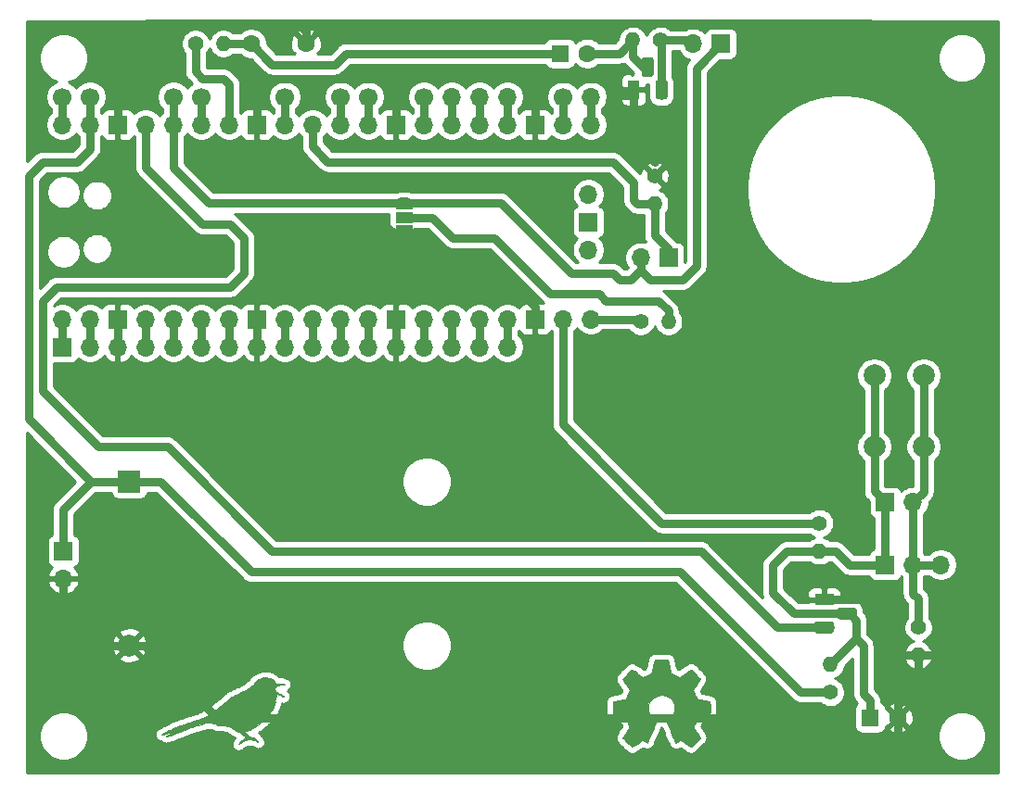
<source format=gbr>
G04 #@! TF.GenerationSoftware,KiCad,Pcbnew,5.1.5+dfsg1-2build2*
G04 #@! TF.CreationDate,2021-08-15T18:42:29-05:00*
G04 #@! TF.ProjectId,SINSONTE,53494e53-4f4e-4544-952e-6b696361645f,rev?*
G04 #@! TF.SameCoordinates,Original*
G04 #@! TF.FileFunction,Copper,L2,Bot*
G04 #@! TF.FilePolarity,Positive*
%FSLAX46Y46*%
G04 Gerber Fmt 4.6, Leading zero omitted, Abs format (unit mm)*
G04 Created by KiCad (PCBNEW 5.1.5+dfsg1-2build2) date 2021-08-15 18:42:29*
%MOMM*%
%LPD*%
G04 APERTURE LIST*
%ADD10C,0.010000*%
%ADD11R,1.100000X1.800000*%
%ADD12C,0.100000*%
%ADD13R,1.800000X1.100000*%
%ADD14O,1.700000X1.700000*%
%ADD15C,1.700000*%
%ADD16R,1.700000X1.700000*%
%ADD17O,1.400000X1.400000*%
%ADD18C,1.400000*%
%ADD19C,1.600000*%
%ADD20R,1.500000X1.000000*%
%ADD21R,1.600000X1.600000*%
%ADD22C,2.000000*%
%ADD23R,2.000000X2.000000*%
%ADD24C,0.750000*%
%ADD25C,0.250000*%
%ADD26C,0.254000*%
G04 APERTURE END LIST*
D10*
G36*
X72196843Y-110636107D02*
G01*
X72087115Y-110673203D01*
X72031218Y-110710451D01*
X71988324Y-110734441D01*
X71928659Y-110753578D01*
X71924334Y-110754503D01*
X71849728Y-110777723D01*
X71764578Y-110815923D01*
X71681727Y-110861995D01*
X71614017Y-110908829D01*
X71575303Y-110947719D01*
X71480752Y-111073352D01*
X71356840Y-111209989D01*
X71212137Y-111349842D01*
X71055216Y-111485124D01*
X70894649Y-111608047D01*
X70739008Y-111710822D01*
X70728417Y-111717121D01*
X70623815Y-111776521D01*
X70496338Y-111845284D01*
X70353880Y-111919495D01*
X70204335Y-111995239D01*
X70055597Y-112068603D01*
X69915558Y-112135671D01*
X69792113Y-112192529D01*
X69693155Y-112235263D01*
X69648917Y-112252459D01*
X69522025Y-112300380D01*
X69414676Y-112346952D01*
X69319226Y-112397300D01*
X69228028Y-112456550D01*
X69133438Y-112529825D01*
X69027810Y-112622252D01*
X68903498Y-112738956D01*
X68858427Y-112782359D01*
X68743778Y-112889389D01*
X68607256Y-113010792D01*
X68461174Y-113135975D01*
X68317848Y-113254346D01*
X68214974Y-113335840D01*
X68108659Y-113419417D01*
X68013873Y-113496562D01*
X67935797Y-113562842D01*
X67879609Y-113613827D01*
X67850491Y-113645085D01*
X67847809Y-113649949D01*
X67827492Y-113683327D01*
X67784956Y-113736065D01*
X67728444Y-113798130D01*
X67713144Y-113813881D01*
X67660802Y-113865271D01*
X67614297Y-113904331D01*
X67564139Y-113936414D01*
X67500837Y-113966873D01*
X67414899Y-114001062D01*
X67318308Y-114036566D01*
X67172012Y-114090699D01*
X67057740Y-114136096D01*
X66967109Y-114176638D01*
X66891734Y-114216205D01*
X66823232Y-114258680D01*
X66791417Y-114280475D01*
X66722751Y-114320026D01*
X66619582Y-114367793D01*
X66488358Y-114421263D01*
X66335526Y-114477921D01*
X66167535Y-114535252D01*
X66013495Y-114583894D01*
X65888415Y-114622749D01*
X65737008Y-114671154D01*
X65565765Y-114726917D01*
X65381174Y-114787847D01*
X65189725Y-114851751D01*
X64997905Y-114916440D01*
X64812205Y-114979722D01*
X64639113Y-115039404D01*
X64485118Y-115093297D01*
X64356709Y-115139209D01*
X64260374Y-115174948D01*
X64240834Y-115182519D01*
X64147135Y-115221558D01*
X64031451Y-115273276D01*
X63899952Y-115334573D01*
X63758813Y-115402348D01*
X63614206Y-115473502D01*
X63472303Y-115544935D01*
X63339278Y-115613546D01*
X63221302Y-115676236D01*
X63124550Y-115729905D01*
X63055194Y-115771453D01*
X63023750Y-115793735D01*
X62960250Y-115848033D01*
X63098506Y-115837244D01*
X63191275Y-115824107D01*
X63284853Y-115801602D01*
X63338386Y-115782894D01*
X63404183Y-115757726D01*
X63458941Y-115741992D01*
X63478277Y-115739333D01*
X63519916Y-115730873D01*
X63580642Y-115709511D01*
X63608814Y-115697464D01*
X63702185Y-115668155D01*
X63802098Y-115656331D01*
X63806917Y-115656329D01*
X63912750Y-115657062D01*
X63743417Y-115738361D01*
X63666324Y-115779095D01*
X63583739Y-115828766D01*
X63502854Y-115882210D01*
X63430865Y-115934264D01*
X63374963Y-115979763D01*
X63342343Y-116013542D01*
X63338305Y-116029193D01*
X63366777Y-116032619D01*
X63422765Y-116023449D01*
X63494514Y-116004900D01*
X63570271Y-115980189D01*
X63638283Y-115952535D01*
X63662282Y-115940505D01*
X63727595Y-115911178D01*
X63765966Y-115909862D01*
X63772425Y-115914391D01*
X63804941Y-115921579D01*
X63867974Y-115907354D01*
X63962944Y-115871216D01*
X64091271Y-115812669D01*
X64164008Y-115777020D01*
X64264881Y-115731498D01*
X64375973Y-115688686D01*
X64474968Y-115657111D01*
X64484334Y-115654645D01*
X64555112Y-115632775D01*
X64654388Y-115596946D01*
X64772248Y-115550995D01*
X64898779Y-115498759D01*
X64995373Y-115456891D01*
X65115448Y-115403743D01*
X65217827Y-115358953D01*
X65308343Y-115320419D01*
X65392832Y-115286035D01*
X65477128Y-115253697D01*
X65567065Y-115221303D01*
X65668478Y-115186747D01*
X65787201Y-115147925D01*
X65929068Y-115102734D01*
X66099914Y-115049069D01*
X66296644Y-114987614D01*
X67008372Y-114765461D01*
X67344394Y-114786112D01*
X67513410Y-114798241D01*
X67644915Y-114812123D01*
X67743731Y-114828917D01*
X67814676Y-114849780D01*
X67862570Y-114875872D01*
X67892233Y-114908350D01*
X67898139Y-114919183D01*
X67916877Y-114948544D01*
X67944656Y-114969742D01*
X67987665Y-114983849D01*
X68052095Y-114991938D01*
X68144133Y-114995081D01*
X68269970Y-114994351D01*
X68326000Y-114993321D01*
X68527276Y-114998428D01*
X68726550Y-115020637D01*
X68917117Y-115058024D01*
X69092268Y-115108665D01*
X69245296Y-115170634D01*
X69369493Y-115242007D01*
X69455144Y-115317321D01*
X69513114Y-115373821D01*
X69577191Y-115421327D01*
X69596000Y-115431952D01*
X69666120Y-115471810D01*
X69734529Y-115517402D01*
X69737463Y-115519582D01*
X69792734Y-115551838D01*
X69857192Y-115566974D01*
X69926208Y-115570000D01*
X70047573Y-115570000D01*
X70610003Y-116126918D01*
X70446960Y-116218703D01*
X70271821Y-116338593D01*
X70129447Y-116481788D01*
X70033888Y-116624300D01*
X70003678Y-116682482D01*
X69985514Y-116722311D01*
X69982970Y-116734166D01*
X70002571Y-116722595D01*
X70049263Y-116691183D01*
X70115821Y-116644877D01*
X70186419Y-116594787D01*
X70296786Y-116521873D01*
X70418748Y-116451340D01*
X70543867Y-116387124D01*
X70663702Y-116333163D01*
X70769815Y-116293393D01*
X70853766Y-116271750D01*
X70884937Y-116268958D01*
X70998728Y-116279679D01*
X71137201Y-116308455D01*
X71288503Y-116351956D01*
X71440778Y-116406856D01*
X71557441Y-116457751D01*
X71651413Y-116502403D01*
X71712384Y-116530017D01*
X71745525Y-116541862D01*
X71756004Y-116539206D01*
X71748992Y-116523319D01*
X71733589Y-116500990D01*
X71642272Y-116386285D01*
X71543693Y-116285734D01*
X71444511Y-116204603D01*
X71351386Y-116148158D01*
X71270980Y-116121667D01*
X71252209Y-116120333D01*
X71210383Y-116110682D01*
X71152583Y-116086655D01*
X71135639Y-116078000D01*
X71070558Y-116050623D01*
X71009143Y-116036284D01*
X70998008Y-116035666D01*
X70968221Y-116029424D01*
X70930273Y-116008054D01*
X70879212Y-115967592D01*
X70810082Y-115904073D01*
X70717930Y-115813533D01*
X70707951Y-115803535D01*
X70629204Y-115723433D01*
X70563198Y-115654155D01*
X70514803Y-115600990D01*
X70488892Y-115569225D01*
X70486062Y-115562712D01*
X70509773Y-115555632D01*
X70565558Y-115543807D01*
X70643697Y-115529212D01*
X70692137Y-115520812D01*
X70788414Y-115500410D01*
X70887297Y-115470209D01*
X70994046Y-115427691D01*
X71113920Y-115370338D01*
X71252178Y-115295632D01*
X71414081Y-115201053D01*
X71604887Y-115084085D01*
X71606834Y-115082872D01*
X71855846Y-114909503D01*
X72095377Y-114707852D01*
X72315570Y-114487233D01*
X72506563Y-114256961D01*
X72560493Y-114181904D01*
X72639737Y-114074775D01*
X72736450Y-113955338D01*
X72836980Y-113839985D01*
X72908199Y-113764459D01*
X73105292Y-113565112D01*
X73213313Y-113235713D01*
X73257218Y-113099858D01*
X73288314Y-112996832D01*
X73307808Y-112919516D01*
X73316907Y-112860795D01*
X73316818Y-112813550D01*
X73308749Y-112770665D01*
X73297981Y-112736493D01*
X73288545Y-112700405D01*
X73289833Y-112664641D01*
X73304682Y-112618759D01*
X73335932Y-112552314D01*
X73361647Y-112502241D01*
X73403604Y-112413600D01*
X73438005Y-112326233D01*
X73458915Y-112255666D01*
X73461553Y-112240961D01*
X73474440Y-112146943D01*
X73583095Y-112187909D01*
X73655301Y-112217758D01*
X73747025Y-112259283D01*
X73840379Y-112304340D01*
X73855464Y-112311937D01*
X73963215Y-112363108D01*
X74036796Y-112389852D01*
X74076579Y-112392219D01*
X74082936Y-112370255D01*
X74067135Y-112339574D01*
X74037352Y-112311407D01*
X73978472Y-112268332D01*
X73898720Y-112215426D01*
X73806316Y-112157766D01*
X73709485Y-112100428D01*
X73616448Y-112048490D01*
X73535429Y-112007029D01*
X73508307Y-111994549D01*
X73428424Y-111958151D01*
X73377446Y-111928888D01*
X73345132Y-111897782D01*
X73321239Y-111855856D01*
X73304187Y-111815624D01*
X73277384Y-111737129D01*
X73258658Y-111659561D01*
X73254227Y-111627223D01*
X73255011Y-111571026D01*
X73275184Y-111535395D01*
X73318332Y-111504731D01*
X73366939Y-111479718D01*
X73443802Y-111445273D01*
X73537384Y-111406403D01*
X73614176Y-111376378D01*
X73716018Y-111338667D01*
X73790868Y-111314603D01*
X73850901Y-111301780D01*
X73908295Y-111297789D01*
X73975227Y-111300222D01*
X73993146Y-111301429D01*
X74088641Y-111304559D01*
X74143472Y-111297489D01*
X74158117Y-111279994D01*
X74133052Y-111251846D01*
X74118632Y-111241795D01*
X74036090Y-111205891D01*
X73924338Y-111183093D01*
X73794828Y-111174733D01*
X73659013Y-111182146D01*
X73633966Y-111185373D01*
X73466288Y-111209086D01*
X73298915Y-111032267D01*
X73153546Y-110894777D01*
X73006484Y-110791400D01*
X72845825Y-110715168D01*
X72662785Y-110659856D01*
X72490545Y-110628963D01*
X72333275Y-110621203D01*
X72196843Y-110636107D01*
G37*
X72196843Y-110636107D02*
X72087115Y-110673203D01*
X72031218Y-110710451D01*
X71988324Y-110734441D01*
X71928659Y-110753578D01*
X71924334Y-110754503D01*
X71849728Y-110777723D01*
X71764578Y-110815923D01*
X71681727Y-110861995D01*
X71614017Y-110908829D01*
X71575303Y-110947719D01*
X71480752Y-111073352D01*
X71356840Y-111209989D01*
X71212137Y-111349842D01*
X71055216Y-111485124D01*
X70894649Y-111608047D01*
X70739008Y-111710822D01*
X70728417Y-111717121D01*
X70623815Y-111776521D01*
X70496338Y-111845284D01*
X70353880Y-111919495D01*
X70204335Y-111995239D01*
X70055597Y-112068603D01*
X69915558Y-112135671D01*
X69792113Y-112192529D01*
X69693155Y-112235263D01*
X69648917Y-112252459D01*
X69522025Y-112300380D01*
X69414676Y-112346952D01*
X69319226Y-112397300D01*
X69228028Y-112456550D01*
X69133438Y-112529825D01*
X69027810Y-112622252D01*
X68903498Y-112738956D01*
X68858427Y-112782359D01*
X68743778Y-112889389D01*
X68607256Y-113010792D01*
X68461174Y-113135975D01*
X68317848Y-113254346D01*
X68214974Y-113335840D01*
X68108659Y-113419417D01*
X68013873Y-113496562D01*
X67935797Y-113562842D01*
X67879609Y-113613827D01*
X67850491Y-113645085D01*
X67847809Y-113649949D01*
X67827492Y-113683327D01*
X67784956Y-113736065D01*
X67728444Y-113798130D01*
X67713144Y-113813881D01*
X67660802Y-113865271D01*
X67614297Y-113904331D01*
X67564139Y-113936414D01*
X67500837Y-113966873D01*
X67414899Y-114001062D01*
X67318308Y-114036566D01*
X67172012Y-114090699D01*
X67057740Y-114136096D01*
X66967109Y-114176638D01*
X66891734Y-114216205D01*
X66823232Y-114258680D01*
X66791417Y-114280475D01*
X66722751Y-114320026D01*
X66619582Y-114367793D01*
X66488358Y-114421263D01*
X66335526Y-114477921D01*
X66167535Y-114535252D01*
X66013495Y-114583894D01*
X65888415Y-114622749D01*
X65737008Y-114671154D01*
X65565765Y-114726917D01*
X65381174Y-114787847D01*
X65189725Y-114851751D01*
X64997905Y-114916440D01*
X64812205Y-114979722D01*
X64639113Y-115039404D01*
X64485118Y-115093297D01*
X64356709Y-115139209D01*
X64260374Y-115174948D01*
X64240834Y-115182519D01*
X64147135Y-115221558D01*
X64031451Y-115273276D01*
X63899952Y-115334573D01*
X63758813Y-115402348D01*
X63614206Y-115473502D01*
X63472303Y-115544935D01*
X63339278Y-115613546D01*
X63221302Y-115676236D01*
X63124550Y-115729905D01*
X63055194Y-115771453D01*
X63023750Y-115793735D01*
X62960250Y-115848033D01*
X63098506Y-115837244D01*
X63191275Y-115824107D01*
X63284853Y-115801602D01*
X63338386Y-115782894D01*
X63404183Y-115757726D01*
X63458941Y-115741992D01*
X63478277Y-115739333D01*
X63519916Y-115730873D01*
X63580642Y-115709511D01*
X63608814Y-115697464D01*
X63702185Y-115668155D01*
X63802098Y-115656331D01*
X63806917Y-115656329D01*
X63912750Y-115657062D01*
X63743417Y-115738361D01*
X63666324Y-115779095D01*
X63583739Y-115828766D01*
X63502854Y-115882210D01*
X63430865Y-115934264D01*
X63374963Y-115979763D01*
X63342343Y-116013542D01*
X63338305Y-116029193D01*
X63366777Y-116032619D01*
X63422765Y-116023449D01*
X63494514Y-116004900D01*
X63570271Y-115980189D01*
X63638283Y-115952535D01*
X63662282Y-115940505D01*
X63727595Y-115911178D01*
X63765966Y-115909862D01*
X63772425Y-115914391D01*
X63804941Y-115921579D01*
X63867974Y-115907354D01*
X63962944Y-115871216D01*
X64091271Y-115812669D01*
X64164008Y-115777020D01*
X64264881Y-115731498D01*
X64375973Y-115688686D01*
X64474968Y-115657111D01*
X64484334Y-115654645D01*
X64555112Y-115632775D01*
X64654388Y-115596946D01*
X64772248Y-115550995D01*
X64898779Y-115498759D01*
X64995373Y-115456891D01*
X65115448Y-115403743D01*
X65217827Y-115358953D01*
X65308343Y-115320419D01*
X65392832Y-115286035D01*
X65477128Y-115253697D01*
X65567065Y-115221303D01*
X65668478Y-115186747D01*
X65787201Y-115147925D01*
X65929068Y-115102734D01*
X66099914Y-115049069D01*
X66296644Y-114987614D01*
X67008372Y-114765461D01*
X67344394Y-114786112D01*
X67513410Y-114798241D01*
X67644915Y-114812123D01*
X67743731Y-114828917D01*
X67814676Y-114849780D01*
X67862570Y-114875872D01*
X67892233Y-114908350D01*
X67898139Y-114919183D01*
X67916877Y-114948544D01*
X67944656Y-114969742D01*
X67987665Y-114983849D01*
X68052095Y-114991938D01*
X68144133Y-114995081D01*
X68269970Y-114994351D01*
X68326000Y-114993321D01*
X68527276Y-114998428D01*
X68726550Y-115020637D01*
X68917117Y-115058024D01*
X69092268Y-115108665D01*
X69245296Y-115170634D01*
X69369493Y-115242007D01*
X69455144Y-115317321D01*
X69513114Y-115373821D01*
X69577191Y-115421327D01*
X69596000Y-115431952D01*
X69666120Y-115471810D01*
X69734529Y-115517402D01*
X69737463Y-115519582D01*
X69792734Y-115551838D01*
X69857192Y-115566974D01*
X69926208Y-115570000D01*
X70047573Y-115570000D01*
X70610003Y-116126918D01*
X70446960Y-116218703D01*
X70271821Y-116338593D01*
X70129447Y-116481788D01*
X70033888Y-116624300D01*
X70003678Y-116682482D01*
X69985514Y-116722311D01*
X69982970Y-116734166D01*
X70002571Y-116722595D01*
X70049263Y-116691183D01*
X70115821Y-116644877D01*
X70186419Y-116594787D01*
X70296786Y-116521873D01*
X70418748Y-116451340D01*
X70543867Y-116387124D01*
X70663702Y-116333163D01*
X70769815Y-116293393D01*
X70853766Y-116271750D01*
X70884937Y-116268958D01*
X70998728Y-116279679D01*
X71137201Y-116308455D01*
X71288503Y-116351956D01*
X71440778Y-116406856D01*
X71557441Y-116457751D01*
X71651413Y-116502403D01*
X71712384Y-116530017D01*
X71745525Y-116541862D01*
X71756004Y-116539206D01*
X71748992Y-116523319D01*
X71733589Y-116500990D01*
X71642272Y-116386285D01*
X71543693Y-116285734D01*
X71444511Y-116204603D01*
X71351386Y-116148158D01*
X71270980Y-116121667D01*
X71252209Y-116120333D01*
X71210383Y-116110682D01*
X71152583Y-116086655D01*
X71135639Y-116078000D01*
X71070558Y-116050623D01*
X71009143Y-116036284D01*
X70998008Y-116035666D01*
X70968221Y-116029424D01*
X70930273Y-116008054D01*
X70879212Y-115967592D01*
X70810082Y-115904073D01*
X70717930Y-115813533D01*
X70707951Y-115803535D01*
X70629204Y-115723433D01*
X70563198Y-115654155D01*
X70514803Y-115600990D01*
X70488892Y-115569225D01*
X70486062Y-115562712D01*
X70509773Y-115555632D01*
X70565558Y-115543807D01*
X70643697Y-115529212D01*
X70692137Y-115520812D01*
X70788414Y-115500410D01*
X70887297Y-115470209D01*
X70994046Y-115427691D01*
X71113920Y-115370338D01*
X71252178Y-115295632D01*
X71414081Y-115201053D01*
X71604887Y-115084085D01*
X71606834Y-115082872D01*
X71855846Y-114909503D01*
X72095377Y-114707852D01*
X72315570Y-114487233D01*
X72506563Y-114256961D01*
X72560493Y-114181904D01*
X72639737Y-114074775D01*
X72736450Y-113955338D01*
X72836980Y-113839985D01*
X72908199Y-113764459D01*
X73105292Y-113565112D01*
X73213313Y-113235713D01*
X73257218Y-113099858D01*
X73288314Y-112996832D01*
X73307808Y-112919516D01*
X73316907Y-112860795D01*
X73316818Y-112813550D01*
X73308749Y-112770665D01*
X73297981Y-112736493D01*
X73288545Y-112700405D01*
X73289833Y-112664641D01*
X73304682Y-112618759D01*
X73335932Y-112552314D01*
X73361647Y-112502241D01*
X73403604Y-112413600D01*
X73438005Y-112326233D01*
X73458915Y-112255666D01*
X73461553Y-112240961D01*
X73474440Y-112146943D01*
X73583095Y-112187909D01*
X73655301Y-112217758D01*
X73747025Y-112259283D01*
X73840379Y-112304340D01*
X73855464Y-112311937D01*
X73963215Y-112363108D01*
X74036796Y-112389852D01*
X74076579Y-112392219D01*
X74082936Y-112370255D01*
X74067135Y-112339574D01*
X74037352Y-112311407D01*
X73978472Y-112268332D01*
X73898720Y-112215426D01*
X73806316Y-112157766D01*
X73709485Y-112100428D01*
X73616448Y-112048490D01*
X73535429Y-112007029D01*
X73508307Y-111994549D01*
X73428424Y-111958151D01*
X73377446Y-111928888D01*
X73345132Y-111897782D01*
X73321239Y-111855856D01*
X73304187Y-111815624D01*
X73277384Y-111737129D01*
X73258658Y-111659561D01*
X73254227Y-111627223D01*
X73255011Y-111571026D01*
X73275184Y-111535395D01*
X73318332Y-111504731D01*
X73366939Y-111479718D01*
X73443802Y-111445273D01*
X73537384Y-111406403D01*
X73614176Y-111376378D01*
X73716018Y-111338667D01*
X73790868Y-111314603D01*
X73850901Y-111301780D01*
X73908295Y-111297789D01*
X73975227Y-111300222D01*
X73993146Y-111301429D01*
X74088641Y-111304559D01*
X74143472Y-111297489D01*
X74158117Y-111279994D01*
X74133052Y-111251846D01*
X74118632Y-111241795D01*
X74036090Y-111205891D01*
X73924338Y-111183093D01*
X73794828Y-111174733D01*
X73659013Y-111182146D01*
X73633966Y-111185373D01*
X73466288Y-111209086D01*
X73298915Y-111032267D01*
X73153546Y-110894777D01*
X73006484Y-110791400D01*
X72845825Y-110715168D01*
X72662785Y-110659856D01*
X72490545Y-110628963D01*
X72333275Y-110621203D01*
X72196843Y-110636107D01*
G36*
X107838464Y-109630427D02*
G01*
X107725882Y-110227618D01*
X107310469Y-110398865D01*
X106895055Y-110570112D01*
X106396698Y-110231233D01*
X106257131Y-110136877D01*
X106130971Y-110052630D01*
X106024104Y-109982338D01*
X105942417Y-109929847D01*
X105891798Y-109899004D01*
X105878013Y-109892353D01*
X105853179Y-109909458D01*
X105800111Y-109956744D01*
X105724759Y-110028172D01*
X105633070Y-110117700D01*
X105530992Y-110219289D01*
X105424473Y-110326898D01*
X105319463Y-110434487D01*
X105221908Y-110536015D01*
X105137757Y-110625441D01*
X105072959Y-110696726D01*
X105033462Y-110743828D01*
X105024019Y-110759592D01*
X105037608Y-110788653D01*
X105075706Y-110852321D01*
X105134306Y-110944367D01*
X105209402Y-111058564D01*
X105296991Y-111188684D01*
X105347745Y-111262901D01*
X105440254Y-111398422D01*
X105522459Y-111520716D01*
X105590369Y-111623695D01*
X105639999Y-111701273D01*
X105667359Y-111747361D01*
X105671470Y-111757047D01*
X105662150Y-111784574D01*
X105636745Y-111848728D01*
X105599088Y-111940490D01*
X105553013Y-112050839D01*
X105502353Y-112170755D01*
X105450940Y-112291219D01*
X105402610Y-112403209D01*
X105361193Y-112497707D01*
X105330525Y-112565692D01*
X105314438Y-112598143D01*
X105313488Y-112599420D01*
X105288227Y-112605617D01*
X105220954Y-112619440D01*
X105118639Y-112639532D01*
X104988258Y-112664534D01*
X104836783Y-112693086D01*
X104748406Y-112709551D01*
X104586547Y-112740369D01*
X104440350Y-112769694D01*
X104317212Y-112795921D01*
X104224530Y-112817446D01*
X104169698Y-112832665D01*
X104158676Y-112837493D01*
X104147881Y-112870174D01*
X104139170Y-112943985D01*
X104132539Y-113050292D01*
X104127981Y-113180467D01*
X104125490Y-113325876D01*
X104125061Y-113477890D01*
X104126688Y-113627877D01*
X104130364Y-113767206D01*
X104136084Y-113887245D01*
X104143842Y-113979365D01*
X104153631Y-114034932D01*
X104159503Y-114046500D01*
X104194600Y-114060365D01*
X104268971Y-114080188D01*
X104372776Y-114103639D01*
X104496180Y-114128391D01*
X104539258Y-114136398D01*
X104746952Y-114174441D01*
X104911015Y-114205079D01*
X105036869Y-114229529D01*
X105129934Y-114249009D01*
X105195632Y-114264736D01*
X105239382Y-114277928D01*
X105266607Y-114289804D01*
X105282727Y-114301580D01*
X105284982Y-114303908D01*
X105307496Y-114341400D01*
X105341841Y-114414365D01*
X105384588Y-114513867D01*
X105432307Y-114630973D01*
X105481569Y-114756748D01*
X105528944Y-114882257D01*
X105571004Y-114998565D01*
X105604319Y-115096739D01*
X105625458Y-115167843D01*
X105630994Y-115202942D01*
X105630533Y-115204172D01*
X105611776Y-115232861D01*
X105569223Y-115295985D01*
X105507346Y-115386973D01*
X105430617Y-115499255D01*
X105343508Y-115626260D01*
X105318701Y-115662353D01*
X105230247Y-115793203D01*
X105152411Y-115912591D01*
X105089433Y-116013662D01*
X105045554Y-116089559D01*
X105025014Y-116133427D01*
X105024019Y-116138817D01*
X105041277Y-116167144D01*
X105088964Y-116223261D01*
X105160949Y-116301137D01*
X105251102Y-116394740D01*
X105353294Y-116498041D01*
X105461394Y-116605006D01*
X105569271Y-116709606D01*
X105670795Y-116805809D01*
X105759837Y-116887584D01*
X105830266Y-116948900D01*
X105875952Y-116983726D01*
X105888590Y-116989412D01*
X105918008Y-116976020D01*
X105978238Y-116939899D01*
X106059470Y-116887136D01*
X106121969Y-116844667D01*
X106235214Y-116766740D01*
X106369325Y-116674984D01*
X106503844Y-116583375D01*
X106576166Y-116534346D01*
X106820961Y-116368770D01*
X107026449Y-116479875D01*
X107120063Y-116528548D01*
X107199669Y-116566381D01*
X107253532Y-116587958D01*
X107267242Y-116590961D01*
X107283729Y-116568793D01*
X107316254Y-116506149D01*
X107362391Y-116408809D01*
X107419709Y-116282549D01*
X107485783Y-116133150D01*
X107558184Y-115966388D01*
X107634483Y-115788042D01*
X107712253Y-115603891D01*
X107789065Y-115419712D01*
X107862493Y-115241285D01*
X107930107Y-115074387D01*
X107989479Y-114924797D01*
X108038183Y-114798293D01*
X108073789Y-114700654D01*
X108093869Y-114637657D01*
X108097099Y-114616021D01*
X108071503Y-114588424D01*
X108015461Y-114543625D01*
X107940688Y-114490934D01*
X107934412Y-114486765D01*
X107741154Y-114332069D01*
X107585325Y-114151591D01*
X107468275Y-113951102D01*
X107391354Y-113736374D01*
X107355913Y-113513177D01*
X107363302Y-113287281D01*
X107414872Y-113064459D01*
X107511973Y-112850479D01*
X107540541Y-112803664D01*
X107689131Y-112614618D01*
X107864672Y-112462812D01*
X108061089Y-112349034D01*
X108272306Y-112274075D01*
X108492246Y-112238722D01*
X108714836Y-112243767D01*
X108933998Y-112289999D01*
X109143657Y-112378206D01*
X109337738Y-112509179D01*
X109397773Y-112562337D01*
X109550564Y-112728739D01*
X109661902Y-112903912D01*
X109738276Y-113100266D01*
X109780812Y-113294717D01*
X109791313Y-113513342D01*
X109756299Y-113733052D01*
X109679326Y-113946420D01*
X109563952Y-114146022D01*
X109413734Y-114324429D01*
X109232226Y-114474217D01*
X109208372Y-114490006D01*
X109132798Y-114541712D01*
X109075348Y-114586512D01*
X109047882Y-114615117D01*
X109047482Y-114616021D01*
X109053379Y-114646964D01*
X109076754Y-114717191D01*
X109115178Y-114820925D01*
X109166222Y-114952390D01*
X109227457Y-115105807D01*
X109296455Y-115275401D01*
X109370786Y-115455393D01*
X109448021Y-115640008D01*
X109525731Y-115823468D01*
X109601488Y-115999996D01*
X109672862Y-116163814D01*
X109737425Y-116309147D01*
X109792747Y-116430217D01*
X109836399Y-116521247D01*
X109865953Y-116576460D01*
X109877855Y-116590961D01*
X109914222Y-116579669D01*
X109982269Y-116549385D01*
X110070263Y-116505520D01*
X110118649Y-116479875D01*
X110324136Y-116368770D01*
X110568931Y-116534346D01*
X110693893Y-116619170D01*
X110830704Y-116712516D01*
X110958911Y-116800408D01*
X111023128Y-116844667D01*
X111113448Y-116905318D01*
X111189928Y-116953381D01*
X111242592Y-116982770D01*
X111259697Y-116988982D01*
X111284594Y-116972223D01*
X111339694Y-116925436D01*
X111419656Y-116853480D01*
X111519139Y-116761212D01*
X111632799Y-116653490D01*
X111704684Y-116584326D01*
X111830448Y-116460757D01*
X111939136Y-116350234D01*
X112026354Y-116257485D01*
X112087710Y-116187237D01*
X112118808Y-116144220D01*
X112121791Y-116135490D01*
X112107946Y-116102284D01*
X112069687Y-116035142D01*
X112011258Y-115940863D01*
X111936902Y-115826245D01*
X111850864Y-115698083D01*
X111826397Y-115662353D01*
X111737245Y-115532489D01*
X111657261Y-115415569D01*
X111590919Y-115318162D01*
X111542688Y-115246839D01*
X111517042Y-115208170D01*
X111514564Y-115204172D01*
X111518270Y-115173355D01*
X111537938Y-115105599D01*
X111570139Y-115009839D01*
X111611444Y-114895009D01*
X111658424Y-114770044D01*
X111707650Y-114643879D01*
X111755691Y-114525448D01*
X111799118Y-114423685D01*
X111834503Y-114347526D01*
X111858415Y-114305904D01*
X111860115Y-114303908D01*
X111874737Y-114292013D01*
X111899434Y-114280250D01*
X111939627Y-114267401D01*
X112000736Y-114252249D01*
X112088182Y-114233576D01*
X112207387Y-114210165D01*
X112363772Y-114180797D01*
X112562756Y-114144255D01*
X112605839Y-114136398D01*
X112733529Y-114111727D01*
X112844846Y-114087593D01*
X112929954Y-114066324D01*
X112979016Y-114050248D01*
X112985594Y-114046500D01*
X112996435Y-114013273D01*
X113005246Y-113939021D01*
X113012023Y-113832376D01*
X113016759Y-113701967D01*
X113019449Y-113556427D01*
X113020086Y-113404386D01*
X113018665Y-113254476D01*
X113015179Y-113115328D01*
X113009623Y-112995572D01*
X113001991Y-112903841D01*
X112992277Y-112848766D01*
X112986421Y-112837493D01*
X112953819Y-112826123D01*
X112879581Y-112807624D01*
X112771103Y-112783602D01*
X112635782Y-112755662D01*
X112481014Y-112725408D01*
X112396692Y-112709551D01*
X112236703Y-112679644D01*
X112094032Y-112652550D01*
X111975651Y-112629631D01*
X111888534Y-112612243D01*
X111839654Y-112601747D01*
X111831609Y-112599420D01*
X111818012Y-112573186D01*
X111789270Y-112509995D01*
X111749214Y-112418877D01*
X111701675Y-112308857D01*
X111650484Y-112188965D01*
X111599473Y-112068227D01*
X111552473Y-111955671D01*
X111513315Y-111860326D01*
X111485830Y-111791217D01*
X111473850Y-111757374D01*
X111473627Y-111755895D01*
X111487208Y-111729197D01*
X111525284Y-111667760D01*
X111583852Y-111577689D01*
X111658911Y-111465090D01*
X111746459Y-111336070D01*
X111797352Y-111261961D01*
X111890090Y-111126077D01*
X111972458Y-111002709D01*
X112040438Y-110898097D01*
X112090011Y-110818483D01*
X112117157Y-110770107D01*
X112121078Y-110759262D01*
X112104224Y-110734020D01*
X112057631Y-110680124D01*
X111987251Y-110603613D01*
X111899034Y-110510523D01*
X111798934Y-110406895D01*
X111692901Y-110298764D01*
X111586888Y-110192170D01*
X111486847Y-110093150D01*
X111398729Y-110007742D01*
X111328486Y-109941985D01*
X111282071Y-109901916D01*
X111266543Y-109892353D01*
X111241260Y-109905800D01*
X111180788Y-109943575D01*
X111091007Y-110001835D01*
X110977796Y-110076734D01*
X110847036Y-110164425D01*
X110748400Y-110231233D01*
X110250042Y-110570112D01*
X109834629Y-110398865D01*
X109419215Y-110227618D01*
X109306633Y-109630427D01*
X109194050Y-109033235D01*
X107951047Y-109033235D01*
X107838464Y-109630427D01*
G37*
X107838464Y-109630427D02*
X107725882Y-110227618D01*
X107310469Y-110398865D01*
X106895055Y-110570112D01*
X106396698Y-110231233D01*
X106257131Y-110136877D01*
X106130971Y-110052630D01*
X106024104Y-109982338D01*
X105942417Y-109929847D01*
X105891798Y-109899004D01*
X105878013Y-109892353D01*
X105853179Y-109909458D01*
X105800111Y-109956744D01*
X105724759Y-110028172D01*
X105633070Y-110117700D01*
X105530992Y-110219289D01*
X105424473Y-110326898D01*
X105319463Y-110434487D01*
X105221908Y-110536015D01*
X105137757Y-110625441D01*
X105072959Y-110696726D01*
X105033462Y-110743828D01*
X105024019Y-110759592D01*
X105037608Y-110788653D01*
X105075706Y-110852321D01*
X105134306Y-110944367D01*
X105209402Y-111058564D01*
X105296991Y-111188684D01*
X105347745Y-111262901D01*
X105440254Y-111398422D01*
X105522459Y-111520716D01*
X105590369Y-111623695D01*
X105639999Y-111701273D01*
X105667359Y-111747361D01*
X105671470Y-111757047D01*
X105662150Y-111784574D01*
X105636745Y-111848728D01*
X105599088Y-111940490D01*
X105553013Y-112050839D01*
X105502353Y-112170755D01*
X105450940Y-112291219D01*
X105402610Y-112403209D01*
X105361193Y-112497707D01*
X105330525Y-112565692D01*
X105314438Y-112598143D01*
X105313488Y-112599420D01*
X105288227Y-112605617D01*
X105220954Y-112619440D01*
X105118639Y-112639532D01*
X104988258Y-112664534D01*
X104836783Y-112693086D01*
X104748406Y-112709551D01*
X104586547Y-112740369D01*
X104440350Y-112769694D01*
X104317212Y-112795921D01*
X104224530Y-112817446D01*
X104169698Y-112832665D01*
X104158676Y-112837493D01*
X104147881Y-112870174D01*
X104139170Y-112943985D01*
X104132539Y-113050292D01*
X104127981Y-113180467D01*
X104125490Y-113325876D01*
X104125061Y-113477890D01*
X104126688Y-113627877D01*
X104130364Y-113767206D01*
X104136084Y-113887245D01*
X104143842Y-113979365D01*
X104153631Y-114034932D01*
X104159503Y-114046500D01*
X104194600Y-114060365D01*
X104268971Y-114080188D01*
X104372776Y-114103639D01*
X104496180Y-114128391D01*
X104539258Y-114136398D01*
X104746952Y-114174441D01*
X104911015Y-114205079D01*
X105036869Y-114229529D01*
X105129934Y-114249009D01*
X105195632Y-114264736D01*
X105239382Y-114277928D01*
X105266607Y-114289804D01*
X105282727Y-114301580D01*
X105284982Y-114303908D01*
X105307496Y-114341400D01*
X105341841Y-114414365D01*
X105384588Y-114513867D01*
X105432307Y-114630973D01*
X105481569Y-114756748D01*
X105528944Y-114882257D01*
X105571004Y-114998565D01*
X105604319Y-115096739D01*
X105625458Y-115167843D01*
X105630994Y-115202942D01*
X105630533Y-115204172D01*
X105611776Y-115232861D01*
X105569223Y-115295985D01*
X105507346Y-115386973D01*
X105430617Y-115499255D01*
X105343508Y-115626260D01*
X105318701Y-115662353D01*
X105230247Y-115793203D01*
X105152411Y-115912591D01*
X105089433Y-116013662D01*
X105045554Y-116089559D01*
X105025014Y-116133427D01*
X105024019Y-116138817D01*
X105041277Y-116167144D01*
X105088964Y-116223261D01*
X105160949Y-116301137D01*
X105251102Y-116394740D01*
X105353294Y-116498041D01*
X105461394Y-116605006D01*
X105569271Y-116709606D01*
X105670795Y-116805809D01*
X105759837Y-116887584D01*
X105830266Y-116948900D01*
X105875952Y-116983726D01*
X105888590Y-116989412D01*
X105918008Y-116976020D01*
X105978238Y-116939899D01*
X106059470Y-116887136D01*
X106121969Y-116844667D01*
X106235214Y-116766740D01*
X106369325Y-116674984D01*
X106503844Y-116583375D01*
X106576166Y-116534346D01*
X106820961Y-116368770D01*
X107026449Y-116479875D01*
X107120063Y-116528548D01*
X107199669Y-116566381D01*
X107253532Y-116587958D01*
X107267242Y-116590961D01*
X107283729Y-116568793D01*
X107316254Y-116506149D01*
X107362391Y-116408809D01*
X107419709Y-116282549D01*
X107485783Y-116133150D01*
X107558184Y-115966388D01*
X107634483Y-115788042D01*
X107712253Y-115603891D01*
X107789065Y-115419712D01*
X107862493Y-115241285D01*
X107930107Y-115074387D01*
X107989479Y-114924797D01*
X108038183Y-114798293D01*
X108073789Y-114700654D01*
X108093869Y-114637657D01*
X108097099Y-114616021D01*
X108071503Y-114588424D01*
X108015461Y-114543625D01*
X107940688Y-114490934D01*
X107934412Y-114486765D01*
X107741154Y-114332069D01*
X107585325Y-114151591D01*
X107468275Y-113951102D01*
X107391354Y-113736374D01*
X107355913Y-113513177D01*
X107363302Y-113287281D01*
X107414872Y-113064459D01*
X107511973Y-112850479D01*
X107540541Y-112803664D01*
X107689131Y-112614618D01*
X107864672Y-112462812D01*
X108061089Y-112349034D01*
X108272306Y-112274075D01*
X108492246Y-112238722D01*
X108714836Y-112243767D01*
X108933998Y-112289999D01*
X109143657Y-112378206D01*
X109337738Y-112509179D01*
X109397773Y-112562337D01*
X109550564Y-112728739D01*
X109661902Y-112903912D01*
X109738276Y-113100266D01*
X109780812Y-113294717D01*
X109791313Y-113513342D01*
X109756299Y-113733052D01*
X109679326Y-113946420D01*
X109563952Y-114146022D01*
X109413734Y-114324429D01*
X109232226Y-114474217D01*
X109208372Y-114490006D01*
X109132798Y-114541712D01*
X109075348Y-114586512D01*
X109047882Y-114615117D01*
X109047482Y-114616021D01*
X109053379Y-114646964D01*
X109076754Y-114717191D01*
X109115178Y-114820925D01*
X109166222Y-114952390D01*
X109227457Y-115105807D01*
X109296455Y-115275401D01*
X109370786Y-115455393D01*
X109448021Y-115640008D01*
X109525731Y-115823468D01*
X109601488Y-115999996D01*
X109672862Y-116163814D01*
X109737425Y-116309147D01*
X109792747Y-116430217D01*
X109836399Y-116521247D01*
X109865953Y-116576460D01*
X109877855Y-116590961D01*
X109914222Y-116579669D01*
X109982269Y-116549385D01*
X110070263Y-116505520D01*
X110118649Y-116479875D01*
X110324136Y-116368770D01*
X110568931Y-116534346D01*
X110693893Y-116619170D01*
X110830704Y-116712516D01*
X110958911Y-116800408D01*
X111023128Y-116844667D01*
X111113448Y-116905318D01*
X111189928Y-116953381D01*
X111242592Y-116982770D01*
X111259697Y-116988982D01*
X111284594Y-116972223D01*
X111339694Y-116925436D01*
X111419656Y-116853480D01*
X111519139Y-116761212D01*
X111632799Y-116653490D01*
X111704684Y-116584326D01*
X111830448Y-116460757D01*
X111939136Y-116350234D01*
X112026354Y-116257485D01*
X112087710Y-116187237D01*
X112118808Y-116144220D01*
X112121791Y-116135490D01*
X112107946Y-116102284D01*
X112069687Y-116035142D01*
X112011258Y-115940863D01*
X111936902Y-115826245D01*
X111850864Y-115698083D01*
X111826397Y-115662353D01*
X111737245Y-115532489D01*
X111657261Y-115415569D01*
X111590919Y-115318162D01*
X111542688Y-115246839D01*
X111517042Y-115208170D01*
X111514564Y-115204172D01*
X111518270Y-115173355D01*
X111537938Y-115105599D01*
X111570139Y-115009839D01*
X111611444Y-114895009D01*
X111658424Y-114770044D01*
X111707650Y-114643879D01*
X111755691Y-114525448D01*
X111799118Y-114423685D01*
X111834503Y-114347526D01*
X111858415Y-114305904D01*
X111860115Y-114303908D01*
X111874737Y-114292013D01*
X111899434Y-114280250D01*
X111939627Y-114267401D01*
X112000736Y-114252249D01*
X112088182Y-114233576D01*
X112207387Y-114210165D01*
X112363772Y-114180797D01*
X112562756Y-114144255D01*
X112605839Y-114136398D01*
X112733529Y-114111727D01*
X112844846Y-114087593D01*
X112929954Y-114066324D01*
X112979016Y-114050248D01*
X112985594Y-114046500D01*
X112996435Y-114013273D01*
X113005246Y-113939021D01*
X113012023Y-113832376D01*
X113016759Y-113701967D01*
X113019449Y-113556427D01*
X113020086Y-113404386D01*
X113018665Y-113254476D01*
X113015179Y-113115328D01*
X113009623Y-112995572D01*
X113001991Y-112903841D01*
X112992277Y-112848766D01*
X112986421Y-112837493D01*
X112953819Y-112826123D01*
X112879581Y-112807624D01*
X112771103Y-112783602D01*
X112635782Y-112755662D01*
X112481014Y-112725408D01*
X112396692Y-112709551D01*
X112236703Y-112679644D01*
X112094032Y-112652550D01*
X111975651Y-112629631D01*
X111888534Y-112612243D01*
X111839654Y-112601747D01*
X111831609Y-112599420D01*
X111818012Y-112573186D01*
X111789270Y-112509995D01*
X111749214Y-112418877D01*
X111701675Y-112308857D01*
X111650484Y-112188965D01*
X111599473Y-112068227D01*
X111552473Y-111955671D01*
X111513315Y-111860326D01*
X111485830Y-111791217D01*
X111473850Y-111757374D01*
X111473627Y-111755895D01*
X111487208Y-111729197D01*
X111525284Y-111667760D01*
X111583852Y-111577689D01*
X111658911Y-111465090D01*
X111746459Y-111336070D01*
X111797352Y-111261961D01*
X111890090Y-111126077D01*
X111972458Y-111002709D01*
X112040438Y-110898097D01*
X112090011Y-110818483D01*
X112117157Y-110770107D01*
X112121078Y-110759262D01*
X112104224Y-110734020D01*
X112057631Y-110680124D01*
X111987251Y-110603613D01*
X111899034Y-110510523D01*
X111798934Y-110406895D01*
X111692901Y-110298764D01*
X111586888Y-110192170D01*
X111486847Y-110093150D01*
X111398729Y-110007742D01*
X111328486Y-109941985D01*
X111282071Y-109901916D01*
X111266543Y-109892353D01*
X111241260Y-109905800D01*
X111180788Y-109943575D01*
X111091007Y-110001835D01*
X110977796Y-110076734D01*
X110847036Y-110164425D01*
X110748400Y-110231233D01*
X110250042Y-110570112D01*
X109834629Y-110398865D01*
X109419215Y-110227618D01*
X109306633Y-109630427D01*
X109194050Y-109033235D01*
X107951047Y-109033235D01*
X107838464Y-109630427D01*
D11*
X106045000Y-56915000D03*
G04 #@! TA.AperFunction,ComponentPad*
D12*
G36*
X108886955Y-56016324D02*
G01*
X108913650Y-56020284D01*
X108939828Y-56026841D01*
X108965238Y-56035933D01*
X108989634Y-56047472D01*
X109012782Y-56061346D01*
X109034458Y-56077422D01*
X109054454Y-56095546D01*
X109072578Y-56115542D01*
X109088654Y-56137218D01*
X109102528Y-56160366D01*
X109114067Y-56184762D01*
X109123159Y-56210172D01*
X109129716Y-56236350D01*
X109133676Y-56263045D01*
X109135000Y-56290000D01*
X109135000Y-57540000D01*
X109133676Y-57566955D01*
X109129716Y-57593650D01*
X109123159Y-57619828D01*
X109114067Y-57645238D01*
X109102528Y-57669634D01*
X109088654Y-57692782D01*
X109072578Y-57714458D01*
X109054454Y-57734454D01*
X109034458Y-57752578D01*
X109012782Y-57768654D01*
X108989634Y-57782528D01*
X108965238Y-57794067D01*
X108939828Y-57803159D01*
X108913650Y-57809716D01*
X108886955Y-57813676D01*
X108860000Y-57815000D01*
X108310000Y-57815000D01*
X108283045Y-57813676D01*
X108256350Y-57809716D01*
X108230172Y-57803159D01*
X108204762Y-57794067D01*
X108180366Y-57782528D01*
X108157218Y-57768654D01*
X108135542Y-57752578D01*
X108115546Y-57734454D01*
X108097422Y-57714458D01*
X108081346Y-57692782D01*
X108067472Y-57669634D01*
X108055933Y-57645238D01*
X108046841Y-57619828D01*
X108040284Y-57593650D01*
X108036324Y-57566955D01*
X108035000Y-57540000D01*
X108035000Y-56290000D01*
X108036324Y-56263045D01*
X108040284Y-56236350D01*
X108046841Y-56210172D01*
X108055933Y-56184762D01*
X108067472Y-56160366D01*
X108081346Y-56137218D01*
X108097422Y-56115542D01*
X108115546Y-56095546D01*
X108135542Y-56077422D01*
X108157218Y-56061346D01*
X108180366Y-56047472D01*
X108204762Y-56035933D01*
X108230172Y-56026841D01*
X108256350Y-56020284D01*
X108283045Y-56016324D01*
X108310000Y-56015000D01*
X108860000Y-56015000D01*
X108886955Y-56016324D01*
G37*
G04 #@! TD.AperFunction*
G04 #@! TA.AperFunction,ComponentPad*
G36*
X107616955Y-53946324D02*
G01*
X107643650Y-53950284D01*
X107669828Y-53956841D01*
X107695238Y-53965933D01*
X107719634Y-53977472D01*
X107742782Y-53991346D01*
X107764458Y-54007422D01*
X107784454Y-54025546D01*
X107802578Y-54045542D01*
X107818654Y-54067218D01*
X107832528Y-54090366D01*
X107844067Y-54114762D01*
X107853159Y-54140172D01*
X107859716Y-54166350D01*
X107863676Y-54193045D01*
X107865000Y-54220000D01*
X107865000Y-55470000D01*
X107863676Y-55496955D01*
X107859716Y-55523650D01*
X107853159Y-55549828D01*
X107844067Y-55575238D01*
X107832528Y-55599634D01*
X107818654Y-55622782D01*
X107802578Y-55644458D01*
X107784454Y-55664454D01*
X107764458Y-55682578D01*
X107742782Y-55698654D01*
X107719634Y-55712528D01*
X107695238Y-55724067D01*
X107669828Y-55733159D01*
X107643650Y-55739716D01*
X107616955Y-55743676D01*
X107590000Y-55745000D01*
X107040000Y-55745000D01*
X107013045Y-55743676D01*
X106986350Y-55739716D01*
X106960172Y-55733159D01*
X106934762Y-55724067D01*
X106910366Y-55712528D01*
X106887218Y-55698654D01*
X106865542Y-55682578D01*
X106845546Y-55664454D01*
X106827422Y-55644458D01*
X106811346Y-55622782D01*
X106797472Y-55599634D01*
X106785933Y-55575238D01*
X106776841Y-55549828D01*
X106770284Y-55523650D01*
X106766324Y-55496955D01*
X106765000Y-55470000D01*
X106765000Y-54220000D01*
X106766324Y-54193045D01*
X106770284Y-54166350D01*
X106776841Y-54140172D01*
X106785933Y-54114762D01*
X106797472Y-54090366D01*
X106811346Y-54067218D01*
X106827422Y-54045542D01*
X106845546Y-54025546D01*
X106865542Y-54007422D01*
X106887218Y-53991346D01*
X106910366Y-53977472D01*
X106934762Y-53965933D01*
X106960172Y-53956841D01*
X106986350Y-53950284D01*
X107013045Y-53946324D01*
X107040000Y-53945000D01*
X107590000Y-53945000D01*
X107616955Y-53946324D01*
G37*
G04 #@! TD.AperFunction*
D13*
X123425000Y-103505000D03*
G04 #@! TA.AperFunction,ComponentPad*
D12*
G36*
X124076955Y-105496324D02*
G01*
X124103650Y-105500284D01*
X124129828Y-105506841D01*
X124155238Y-105515933D01*
X124179634Y-105527472D01*
X124202782Y-105541346D01*
X124224458Y-105557422D01*
X124244454Y-105575546D01*
X124262578Y-105595542D01*
X124278654Y-105617218D01*
X124292528Y-105640366D01*
X124304067Y-105664762D01*
X124313159Y-105690172D01*
X124319716Y-105716350D01*
X124323676Y-105743045D01*
X124325000Y-105770000D01*
X124325000Y-106320000D01*
X124323676Y-106346955D01*
X124319716Y-106373650D01*
X124313159Y-106399828D01*
X124304067Y-106425238D01*
X124292528Y-106449634D01*
X124278654Y-106472782D01*
X124262578Y-106494458D01*
X124244454Y-106514454D01*
X124224458Y-106532578D01*
X124202782Y-106548654D01*
X124179634Y-106562528D01*
X124155238Y-106574067D01*
X124129828Y-106583159D01*
X124103650Y-106589716D01*
X124076955Y-106593676D01*
X124050000Y-106595000D01*
X122800000Y-106595000D01*
X122773045Y-106593676D01*
X122746350Y-106589716D01*
X122720172Y-106583159D01*
X122694762Y-106574067D01*
X122670366Y-106562528D01*
X122647218Y-106548654D01*
X122625542Y-106532578D01*
X122605546Y-106514454D01*
X122587422Y-106494458D01*
X122571346Y-106472782D01*
X122557472Y-106449634D01*
X122545933Y-106425238D01*
X122536841Y-106399828D01*
X122530284Y-106373650D01*
X122526324Y-106346955D01*
X122525000Y-106320000D01*
X122525000Y-105770000D01*
X122526324Y-105743045D01*
X122530284Y-105716350D01*
X122536841Y-105690172D01*
X122545933Y-105664762D01*
X122557472Y-105640366D01*
X122571346Y-105617218D01*
X122587422Y-105595542D01*
X122605546Y-105575546D01*
X122625542Y-105557422D01*
X122647218Y-105541346D01*
X122670366Y-105527472D01*
X122694762Y-105515933D01*
X122720172Y-105506841D01*
X122746350Y-105500284D01*
X122773045Y-105496324D01*
X122800000Y-105495000D01*
X124050000Y-105495000D01*
X124076955Y-105496324D01*
G37*
G04 #@! TD.AperFunction*
G04 #@! TA.AperFunction,ComponentPad*
G36*
X126146955Y-104226324D02*
G01*
X126173650Y-104230284D01*
X126199828Y-104236841D01*
X126225238Y-104245933D01*
X126249634Y-104257472D01*
X126272782Y-104271346D01*
X126294458Y-104287422D01*
X126314454Y-104305546D01*
X126332578Y-104325542D01*
X126348654Y-104347218D01*
X126362528Y-104370366D01*
X126374067Y-104394762D01*
X126383159Y-104420172D01*
X126389716Y-104446350D01*
X126393676Y-104473045D01*
X126395000Y-104500000D01*
X126395000Y-105050000D01*
X126393676Y-105076955D01*
X126389716Y-105103650D01*
X126383159Y-105129828D01*
X126374067Y-105155238D01*
X126362528Y-105179634D01*
X126348654Y-105202782D01*
X126332578Y-105224458D01*
X126314454Y-105244454D01*
X126294458Y-105262578D01*
X126272782Y-105278654D01*
X126249634Y-105292528D01*
X126225238Y-105304067D01*
X126199828Y-105313159D01*
X126173650Y-105319716D01*
X126146955Y-105323676D01*
X126120000Y-105325000D01*
X124870000Y-105325000D01*
X124843045Y-105323676D01*
X124816350Y-105319716D01*
X124790172Y-105313159D01*
X124764762Y-105304067D01*
X124740366Y-105292528D01*
X124717218Y-105278654D01*
X124695542Y-105262578D01*
X124675546Y-105244454D01*
X124657422Y-105224458D01*
X124641346Y-105202782D01*
X124627472Y-105179634D01*
X124615933Y-105155238D01*
X124606841Y-105129828D01*
X124600284Y-105103650D01*
X124596324Y-105076955D01*
X124595000Y-105050000D01*
X124595000Y-104500000D01*
X124596324Y-104473045D01*
X124600284Y-104446350D01*
X124606841Y-104420172D01*
X124615933Y-104394762D01*
X124627472Y-104370366D01*
X124641346Y-104347218D01*
X124657422Y-104325542D01*
X124675546Y-104305546D01*
X124695542Y-104287422D01*
X124717218Y-104271346D01*
X124740366Y-104257472D01*
X124764762Y-104245933D01*
X124790172Y-104236841D01*
X124816350Y-104230284D01*
X124843045Y-104226324D01*
X124870000Y-104225000D01*
X126120000Y-104225000D01*
X126146955Y-104226324D01*
G37*
G04 #@! TD.AperFunction*
D14*
X102130000Y-57570000D03*
D15*
X99590000Y-57570000D03*
D14*
X134080000Y-100330000D03*
X131540000Y-100330000D03*
D16*
X129000000Y-100330000D03*
D15*
X53870000Y-57570000D03*
D14*
X94510000Y-57570000D03*
X91970000Y-57570000D03*
X89430000Y-57570000D03*
D15*
X86890000Y-57570000D03*
X81810000Y-57570000D03*
X66570000Y-57570000D03*
D17*
X132000000Y-108585000D03*
D18*
X132000000Y-106045000D03*
D15*
X79270000Y-57570000D03*
X74190000Y-57570000D03*
X64030000Y-57570000D03*
X56410000Y-57570000D03*
D14*
X94510000Y-80430000D03*
X91970000Y-80430000D03*
X89430000Y-80430000D03*
X86890000Y-80430000D03*
X84350000Y-80430000D03*
X81810000Y-80430000D03*
X79270000Y-80430000D03*
X76730000Y-80430000D03*
X74190000Y-80430000D03*
X71650000Y-80430000D03*
X69110000Y-80430000D03*
X66570000Y-80430000D03*
X64030000Y-80430000D03*
X61490000Y-80430000D03*
X58950000Y-80430000D03*
X56410000Y-80430000D03*
D16*
X53870000Y-80430000D03*
D17*
X68580000Y-52700000D03*
D18*
X66040000Y-52700000D03*
D19*
X76120000Y-52700000D03*
X71120000Y-52700000D03*
D17*
X109220000Y-78105000D03*
D18*
X106680000Y-78105000D03*
D20*
X85090000Y-68580000D03*
G04 #@! TA.AperFunction,SMDPad,CuDef*
D12*
G36*
X85839398Y-69880000D02*
G01*
X85839398Y-69904534D01*
X85834588Y-69953365D01*
X85825016Y-70001490D01*
X85810772Y-70048445D01*
X85791995Y-70093778D01*
X85768864Y-70137051D01*
X85741604Y-70177850D01*
X85710476Y-70215779D01*
X85675779Y-70250476D01*
X85637850Y-70281604D01*
X85597051Y-70308864D01*
X85553778Y-70331995D01*
X85508445Y-70350772D01*
X85461490Y-70365016D01*
X85413365Y-70374588D01*
X85364534Y-70379398D01*
X85340000Y-70379398D01*
X85340000Y-70380000D01*
X84840000Y-70380000D01*
X84840000Y-70379398D01*
X84815466Y-70379398D01*
X84766635Y-70374588D01*
X84718510Y-70365016D01*
X84671555Y-70350772D01*
X84626222Y-70331995D01*
X84582949Y-70308864D01*
X84542150Y-70281604D01*
X84504221Y-70250476D01*
X84469524Y-70215779D01*
X84438396Y-70177850D01*
X84411136Y-70137051D01*
X84388005Y-70093778D01*
X84369228Y-70048445D01*
X84354984Y-70001490D01*
X84345412Y-69953365D01*
X84340602Y-69904534D01*
X84340602Y-69880000D01*
X84340000Y-69880000D01*
X84340000Y-69330000D01*
X85840000Y-69330000D01*
X85840000Y-69880000D01*
X85839398Y-69880000D01*
G37*
G04 #@! TD.AperFunction*
G04 #@! TA.AperFunction,SMDPad,CuDef*
G36*
X84340000Y-67830000D02*
G01*
X84340000Y-67280000D01*
X84340602Y-67280000D01*
X84340602Y-67255466D01*
X84345412Y-67206635D01*
X84354984Y-67158510D01*
X84369228Y-67111555D01*
X84388005Y-67066222D01*
X84411136Y-67022949D01*
X84438396Y-66982150D01*
X84469524Y-66944221D01*
X84504221Y-66909524D01*
X84542150Y-66878396D01*
X84582949Y-66851136D01*
X84626222Y-66828005D01*
X84671555Y-66809228D01*
X84718510Y-66794984D01*
X84766635Y-66785412D01*
X84815466Y-66780602D01*
X84840000Y-66780602D01*
X84840000Y-66780000D01*
X85340000Y-66780000D01*
X85340000Y-66780602D01*
X85364534Y-66780602D01*
X85413365Y-66785412D01*
X85461490Y-66794984D01*
X85508445Y-66809228D01*
X85553778Y-66828005D01*
X85597051Y-66851136D01*
X85637850Y-66878396D01*
X85675779Y-66909524D01*
X85710476Y-66944221D01*
X85741604Y-66982150D01*
X85768864Y-67022949D01*
X85791995Y-67066222D01*
X85810772Y-67111555D01*
X85825016Y-67158510D01*
X85834588Y-67206635D01*
X85839398Y-67255466D01*
X85839398Y-67280000D01*
X85840000Y-67280000D01*
X85840000Y-67830000D01*
X84340000Y-67830000D01*
G37*
G04 #@! TD.AperFunction*
D17*
X107950000Y-67310000D03*
D18*
X107950000Y-64770000D03*
D14*
X106680000Y-72263000D03*
D16*
X109220000Y-72263000D03*
D17*
X105960000Y-52400000D03*
D18*
X108500000Y-52400000D03*
D14*
X111460000Y-52705000D03*
D16*
X114000000Y-52705000D03*
D19*
X101814000Y-53594000D03*
D21*
X99314000Y-53594000D03*
D22*
X128000000Y-83035000D03*
X132500000Y-83035000D03*
X128000000Y-89535000D03*
X132500000Y-89535000D03*
D14*
X131540000Y-94615000D03*
D16*
X129000000Y-94615000D03*
D17*
X123000000Y-99060000D03*
D18*
X123000000Y-96520000D03*
D17*
X124000000Y-109460000D03*
D18*
X124000000Y-112000000D03*
D19*
X130135000Y-114300000D03*
D21*
X127635000Y-114300000D03*
D14*
X53975000Y-101600000D03*
D16*
X53975000Y-99060000D03*
D22*
X60000000Y-107700000D03*
D23*
X60000000Y-92710000D03*
D14*
X101900000Y-66460000D03*
D16*
X101900000Y-69000000D03*
D14*
X101900000Y-71540000D03*
X53870000Y-60110000D03*
X56410000Y-60110000D03*
D16*
X58950000Y-60110000D03*
D14*
X61490000Y-60110000D03*
X64030000Y-60110000D03*
X66570000Y-60110000D03*
X69110000Y-60110000D03*
D16*
X71650000Y-60110000D03*
D14*
X74190000Y-60110000D03*
X76730000Y-60110000D03*
X79270000Y-60110000D03*
X81810000Y-60110000D03*
D16*
X84350000Y-60110000D03*
D14*
X86890000Y-60110000D03*
X89430000Y-60110000D03*
X91970000Y-60110000D03*
X94510000Y-60110000D03*
D16*
X97050000Y-60110000D03*
D14*
X99590000Y-60110000D03*
X102130000Y-60110000D03*
X102130000Y-77890000D03*
X99590000Y-77890000D03*
D16*
X97050000Y-77890000D03*
D14*
X94510000Y-77890000D03*
X91970000Y-77890000D03*
X89430000Y-77890000D03*
X86890000Y-77890000D03*
D16*
X84350000Y-77890000D03*
D14*
X81810000Y-77890000D03*
X79270000Y-77890000D03*
X76730000Y-77890000D03*
X74190000Y-77890000D03*
D16*
X71650000Y-77890000D03*
D14*
X69110000Y-77890000D03*
X66570000Y-77890000D03*
X64030000Y-77890000D03*
X61490000Y-77890000D03*
D16*
X58950000Y-77890000D03*
D14*
X56410000Y-77890000D03*
X53870000Y-77890000D03*
D24*
X71650000Y-60110000D02*
X71650000Y-57255000D01*
X71650000Y-57255000D02*
X73025000Y-55880000D01*
X73025000Y-55880000D02*
X83820000Y-55880000D01*
X84350000Y-56410000D02*
X84350000Y-60110000D01*
X83820000Y-55880000D02*
X84350000Y-56410000D01*
D25*
X58950000Y-60110000D02*
X59055000Y-60005000D01*
D24*
X58950000Y-53445000D02*
X58950000Y-60110000D01*
X61595000Y-50800000D02*
X58950000Y-53445000D01*
X75351370Y-50800000D02*
X61595000Y-50800000D01*
X76120000Y-51568630D02*
X75351370Y-50800000D01*
X76120000Y-52700000D02*
X76120000Y-51568630D01*
X120015000Y-114300000D02*
X124460000Y-118745000D01*
X68014213Y-114300000D02*
X120015000Y-114300000D01*
X61414213Y-107700000D02*
X68014213Y-114300000D01*
X60000000Y-107700000D02*
X61414213Y-107700000D01*
X124460000Y-118745000D02*
X128270000Y-118745000D01*
X130135000Y-116880000D02*
X130135000Y-114300000D01*
X128270000Y-118745000D02*
X130135000Y-116880000D01*
X130135000Y-113168630D02*
X130810000Y-112493630D01*
X130135000Y-114300000D02*
X130135000Y-113168630D01*
X83825001Y-50794999D02*
X83820000Y-50800000D01*
X116845001Y-50794999D02*
X83825001Y-50794999D01*
X116850002Y-50800000D02*
X116845001Y-50794999D01*
X127635000Y-50800000D02*
X116850002Y-50800000D01*
X83820000Y-50800000D02*
X75351370Y-50800000D01*
X139065000Y-62230000D02*
X127635000Y-50800000D01*
X139065000Y-105410000D02*
X139065000Y-62230000D01*
X135890000Y-108585000D02*
X139065000Y-105410000D01*
X132000000Y-108585000D02*
X135890000Y-108585000D01*
X130810000Y-112493630D02*
X130810000Y-112395000D01*
X132000000Y-111205000D02*
X132000000Y-108585000D01*
X130810000Y-112395000D02*
X132000000Y-111205000D01*
X124000000Y-103505000D02*
X127635000Y-103505000D01*
X127635000Y-103505000D02*
X128905000Y-104775000D01*
X128905000Y-104775000D02*
X128905000Y-107950000D01*
X129540000Y-108585000D02*
X132000000Y-108585000D01*
X128905000Y-107950000D02*
X129540000Y-108585000D01*
D25*
X97425000Y-78265000D02*
X97050000Y-77890000D01*
X97050000Y-77890000D02*
X96305000Y-77890000D01*
X97050000Y-78526410D02*
X96863600Y-78340010D01*
D24*
X97155000Y-77995000D02*
X97050000Y-77890000D01*
X97050000Y-77890000D02*
X97050000Y-76730000D01*
X97050000Y-76730000D02*
X94615000Y-74295000D01*
X94615000Y-74295000D02*
X86360000Y-74295000D01*
X85090000Y-73025000D02*
X85090000Y-69880000D01*
X86360000Y-74295000D02*
X85090000Y-73025000D01*
X105025000Y-57400000D02*
X106000000Y-57400000D01*
X103505000Y-55880000D02*
X105025000Y-57400000D01*
X97790000Y-55880000D02*
X103505000Y-55880000D01*
X97050000Y-56620000D02*
X97790000Y-55880000D01*
X97050000Y-60110000D02*
X97050000Y-56620000D01*
X106000000Y-61617919D02*
X106000000Y-57400000D01*
X107950000Y-63567919D02*
X106000000Y-61617919D01*
X84350000Y-80430000D02*
X84350000Y-77890000D01*
X71650000Y-80430000D02*
X71650000Y-77890000D01*
X58950000Y-80430000D02*
X58950000Y-77890000D01*
X53975000Y-101600000D02*
X53975000Y-106045000D01*
X53975000Y-106045000D02*
X55630000Y-107700000D01*
X55630000Y-107700000D02*
X60000000Y-107700000D01*
X53975000Y-99060000D02*
X53975000Y-95250000D01*
X56515000Y-92710000D02*
X60000000Y-92710000D01*
X53975000Y-95250000D02*
X56515000Y-92710000D01*
X56410000Y-60110000D02*
X56410000Y-57570000D01*
X110250000Y-100965000D02*
X71120000Y-100965000D01*
X62865000Y-92710000D02*
X60000000Y-92710000D01*
X121285000Y-112000000D02*
X110250000Y-100965000D01*
X71120000Y-100965000D02*
X62865000Y-92710000D01*
X121285000Y-112000000D02*
X124000000Y-112000000D01*
X50800000Y-64770000D02*
X50800000Y-86995000D01*
X52070000Y-63500000D02*
X50800000Y-64770000D01*
X55245000Y-63500000D02*
X52070000Y-63500000D01*
X50800000Y-86995000D02*
X56515000Y-92710000D01*
X56410000Y-62335000D02*
X55245000Y-63500000D01*
X56410000Y-60110000D02*
X56410000Y-62335000D01*
X128000000Y-83035000D02*
X128000000Y-89535000D01*
X128000000Y-93615000D02*
X129000000Y-94615000D01*
X128000000Y-89535000D02*
X128000000Y-93615000D01*
X123000000Y-99060000D02*
X124460000Y-99060000D01*
X124460000Y-99060000D02*
X125730000Y-100330000D01*
X125730000Y-104775000D02*
X124000000Y-104775000D01*
X126365000Y-105410000D02*
X125730000Y-104775000D01*
X126365000Y-107095000D02*
X126365000Y-105410000D01*
X124000000Y-109460000D02*
X126365000Y-107095000D01*
X127000000Y-107730000D02*
X126365000Y-107095000D01*
X127000000Y-112115000D02*
X127000000Y-107730000D01*
X127635000Y-112750000D02*
X127000000Y-112115000D01*
X127635000Y-114300000D02*
X127635000Y-112750000D01*
X120015000Y-99060000D02*
X123000000Y-99060000D01*
X118745000Y-100330000D02*
X120015000Y-99060000D01*
X118745000Y-102870000D02*
X118745000Y-100330000D01*
X120650000Y-104775000D02*
X118745000Y-102870000D01*
X124000000Y-104775000D02*
X120650000Y-104775000D01*
X129000000Y-94615000D02*
X129000000Y-100330000D01*
X125730000Y-100330000D02*
X129000000Y-100330000D01*
X99590000Y-87525000D02*
X99590000Y-77890000D01*
X108585000Y-96520000D02*
X99590000Y-87525000D01*
X108585000Y-96520000D02*
X123000000Y-96520000D01*
X69110000Y-60110000D02*
X69110000Y-56410000D01*
X69110000Y-56410000D02*
X68580000Y-55880000D01*
X68580000Y-55880000D02*
X66675000Y-55880000D01*
X66675000Y-55880000D02*
X66040000Y-55245000D01*
X66040000Y-55245000D02*
X66040000Y-52700000D01*
X68580000Y-52700000D02*
X71120000Y-52700000D01*
X79756000Y-53594000D02*
X99314000Y-53594000D01*
X78740000Y-54610000D02*
X79756000Y-53594000D01*
X73030000Y-54610000D02*
X78740000Y-54610000D01*
X71120000Y-52700000D02*
X73030000Y-54610000D01*
X111155000Y-52400000D02*
X111460000Y-52705000D01*
X108500000Y-52400000D02*
X111155000Y-52400000D01*
X108540000Y-52440000D02*
X108500000Y-52400000D01*
X108540000Y-57400000D02*
X108540000Y-52440000D01*
X78105000Y-63500000D02*
X76730000Y-62125000D01*
X76730000Y-62125000D02*
X76730000Y-60110000D01*
X104140000Y-63500000D02*
X78105000Y-63500000D01*
X106045000Y-65405000D02*
X104140000Y-63500000D01*
X106045000Y-67005000D02*
X106045000Y-65405000D01*
X106350000Y-67310000D02*
X106045000Y-67005000D01*
X107950000Y-67310000D02*
X106350000Y-67310000D01*
X107950000Y-67310000D02*
X107950000Y-70104000D01*
X109220000Y-72263000D02*
X109220000Y-71501000D01*
X107950000Y-70231000D02*
X107950000Y-70104000D01*
X109220000Y-71501000D02*
X107950000Y-70231000D01*
X89535000Y-70485000D02*
X87630000Y-68580000D01*
X98425000Y-75565000D02*
X93345000Y-70485000D01*
X102870000Y-75565000D02*
X98425000Y-75565000D01*
X108304949Y-76200000D02*
X103505000Y-76200000D01*
X87630000Y-68580000D02*
X85090000Y-68580000D01*
X93345000Y-70485000D02*
X89535000Y-70485000D01*
X109220000Y-77115051D02*
X108304949Y-76200000D01*
X103505000Y-76200000D02*
X102870000Y-75565000D01*
X109220000Y-78105000D02*
X109220000Y-77115051D01*
D25*
X102130000Y-77890000D02*
X102345000Y-78105000D01*
D24*
X106465000Y-77890000D02*
X106680000Y-78105000D01*
X102130000Y-77890000D02*
X106465000Y-77890000D01*
X94510000Y-80430000D02*
X94510000Y-77890000D01*
X91970000Y-80430000D02*
X91970000Y-77890000D01*
X89430000Y-80430000D02*
X89430000Y-77890000D01*
X86890000Y-80430000D02*
X86890000Y-77890000D01*
X81810000Y-80430000D02*
X81810000Y-77890000D01*
X79270000Y-80430000D02*
X79270000Y-77890000D01*
X76730000Y-80430000D02*
X76730000Y-77890000D01*
X74190000Y-80430000D02*
X74190000Y-77890000D01*
X69110000Y-80430000D02*
X69110000Y-77890000D01*
X66570000Y-80430000D02*
X66570000Y-77890000D01*
X64030000Y-80430000D02*
X64030000Y-77890000D01*
X61490000Y-80430000D02*
X61490000Y-77890000D01*
X56410000Y-80430000D02*
X56410000Y-77890000D01*
X53870000Y-80430000D02*
X53870000Y-77890000D01*
X74190000Y-57570000D02*
X74190000Y-60110000D01*
X79270000Y-60110000D02*
X79270000Y-57570000D01*
X132500000Y-83035000D02*
X132500000Y-89535000D01*
X132500000Y-93655000D02*
X131540000Y-94615000D01*
X132500000Y-89535000D02*
X132500000Y-93655000D01*
X132000000Y-103425000D02*
X132000000Y-106045000D01*
X131540000Y-102965000D02*
X132000000Y-103425000D01*
X131540000Y-100330000D02*
X131540000Y-102965000D01*
X131540000Y-94615000D02*
X131540000Y-100330000D01*
X131540000Y-100330000D02*
X134080000Y-100330000D01*
X112165000Y-99060000D02*
X119150000Y-106045000D01*
X61490000Y-60110000D02*
X61490000Y-64030000D01*
X61490000Y-64030000D02*
X66675000Y-69215000D01*
X69215000Y-69215000D02*
X70485000Y-70485000D01*
X52070000Y-84455000D02*
X57150000Y-89535000D01*
X70485000Y-70485000D02*
X70485000Y-73660000D01*
X69215000Y-74930000D02*
X53340000Y-74930000D01*
X53340000Y-74930000D02*
X52070000Y-76200000D01*
X52070000Y-76200000D02*
X52070000Y-84455000D01*
X57150000Y-89535000D02*
X63500000Y-89535000D01*
X66675000Y-69215000D02*
X69215000Y-69215000D01*
X63500000Y-89535000D02*
X73025000Y-99060000D01*
X70485000Y-73660000D02*
X69215000Y-74930000D01*
X73025000Y-99060000D02*
X112165000Y-99060000D01*
X119150000Y-106045000D02*
X124000000Y-106045000D01*
X66570000Y-60110000D02*
X66570000Y-57570000D01*
X81810000Y-60110000D02*
X81810000Y-57570000D01*
X94510000Y-60110000D02*
X94510000Y-57570000D01*
X91970000Y-60110000D02*
X91970000Y-57570000D01*
X89430000Y-60110000D02*
X89430000Y-57570000D01*
X86890000Y-60110000D02*
X86890000Y-57570000D01*
X53870000Y-60110000D02*
X53870000Y-57570000D01*
X102130000Y-57570000D02*
X102130000Y-60110000D01*
X99590000Y-57570000D02*
X99590000Y-60110000D01*
X104760000Y-53600000D02*
X105960000Y-52400000D01*
X105960000Y-52400000D02*
X105960000Y-53890000D01*
X105960000Y-53890000D02*
X107315000Y-55245000D01*
X104754000Y-53594000D02*
X104760000Y-53600000D01*
X101814000Y-53594000D02*
X104754000Y-53594000D01*
D25*
X64030000Y-60110000D02*
X64030000Y-60220000D01*
D24*
X105764949Y-74295000D02*
X104775000Y-74295000D01*
X104775000Y-74295000D02*
X104140000Y-73660000D01*
X104140000Y-73660000D02*
X100330000Y-73660000D01*
X93950000Y-67280000D02*
X85090000Y-67280000D01*
X100330000Y-73660000D02*
X93950000Y-67280000D01*
X85090000Y-67280000D02*
X67280000Y-67280000D01*
X64030000Y-64030000D02*
X64030000Y-60110000D01*
X67280000Y-67280000D02*
X64030000Y-64030000D01*
X64030000Y-60110000D02*
X64030000Y-57570000D01*
X111760000Y-73025000D02*
X111760000Y-54945000D01*
X110490000Y-74295000D02*
X111760000Y-73025000D01*
X107509919Y-74295000D02*
X110490000Y-74295000D01*
X106680000Y-73465081D02*
X107509919Y-74295000D01*
X111760000Y-54945000D02*
X114000000Y-52705000D01*
X106680000Y-72263000D02*
X106680000Y-73465081D01*
X106594868Y-73465081D02*
X105764949Y-74295000D01*
X106680000Y-73465081D02*
X106594868Y-73465081D01*
D26*
G36*
X139340001Y-119340000D02*
G01*
X50660000Y-119340000D01*
X50660000Y-115779872D01*
X51765000Y-115779872D01*
X51765000Y-116220128D01*
X51850890Y-116651925D01*
X52019369Y-117058669D01*
X52263962Y-117424729D01*
X52575271Y-117736038D01*
X52941331Y-117980631D01*
X53348075Y-118149110D01*
X53779872Y-118235000D01*
X54220128Y-118235000D01*
X54651925Y-118149110D01*
X55058669Y-117980631D01*
X55424729Y-117736038D01*
X55736038Y-117424729D01*
X55980631Y-117058669D01*
X56149110Y-116651925D01*
X56235000Y-116220128D01*
X56235000Y-115893369D01*
X62321858Y-115893369D01*
X62324182Y-115907017D01*
X62324407Y-115920853D01*
X62334645Y-115968475D01*
X62342822Y-116016503D01*
X62347751Y-116029436D01*
X62350660Y-116042968D01*
X62369951Y-116087690D01*
X62387303Y-116133221D01*
X62394653Y-116144955D01*
X62400133Y-116157659D01*
X62427741Y-116197779D01*
X62453608Y-116239075D01*
X62463095Y-116249156D01*
X62470940Y-116260556D01*
X62505816Y-116294551D01*
X62539211Y-116330036D01*
X62550476Y-116338083D01*
X62560385Y-116347741D01*
X62601206Y-116374318D01*
X62640851Y-116402636D01*
X62653461Y-116408340D01*
X62665061Y-116415892D01*
X62710268Y-116434034D01*
X62754657Y-116454112D01*
X62768139Y-116457259D01*
X62780980Y-116462412D01*
X62828856Y-116471430D01*
X62876294Y-116482502D01*
X62890121Y-116482970D01*
X62890740Y-116483086D01*
X62916228Y-116510287D01*
X62934390Y-116523319D01*
X62950766Y-116538519D01*
X62985009Y-116559641D01*
X63017712Y-116583107D01*
X63038055Y-116592361D01*
X63057075Y-116604093D01*
X63094779Y-116618165D01*
X63131407Y-116634827D01*
X63153159Y-116639954D01*
X63174097Y-116647768D01*
X63213812Y-116654248D01*
X63252982Y-116663480D01*
X63261846Y-116664609D01*
X63290318Y-116668035D01*
X63313601Y-116668548D01*
X63336647Y-116671909D01*
X63375900Y-116669920D01*
X63415194Y-116670785D01*
X63438129Y-116666766D01*
X63461393Y-116665587D01*
X63470221Y-116664204D01*
X63526209Y-116655034D01*
X63549956Y-116648715D01*
X63574288Y-116645254D01*
X63582955Y-116643077D01*
X63654704Y-116624528D01*
X63669272Y-116619198D01*
X63684468Y-116616061D01*
X63692983Y-116613349D01*
X63768739Y-116588638D01*
X63785453Y-116581313D01*
X63803032Y-116576363D01*
X63811333Y-116573054D01*
X63849679Y-116557462D01*
X63864063Y-116555870D01*
X63915357Y-116551982D01*
X63926058Y-116549007D01*
X63937100Y-116547785D01*
X63945830Y-116545879D01*
X64008863Y-116531654D01*
X64047647Y-116518814D01*
X64087211Y-116508632D01*
X64095585Y-116505512D01*
X64190555Y-116469374D01*
X64205046Y-116462170D01*
X64220436Y-116457133D01*
X64228592Y-116453480D01*
X64356919Y-116394933D01*
X64360730Y-116392722D01*
X64364880Y-116391235D01*
X64372931Y-116387358D01*
X64436532Y-116356187D01*
X64511777Y-116322230D01*
X64588462Y-116292678D01*
X64662053Y-116269205D01*
X64664720Y-116268698D01*
X64673276Y-116266119D01*
X64744054Y-116244249D01*
X64753730Y-116240187D01*
X64763947Y-116237745D01*
X64772374Y-116234770D01*
X64871650Y-116198940D01*
X64874962Y-116197364D01*
X64878518Y-116196418D01*
X64886866Y-116193230D01*
X65004726Y-116147279D01*
X65006391Y-116146434D01*
X65008184Y-116145919D01*
X65016467Y-116142567D01*
X65142998Y-116090331D01*
X65143997Y-116089799D01*
X65145078Y-116089468D01*
X65153302Y-116085971D01*
X65249896Y-116044103D01*
X65250036Y-116044025D01*
X65254411Y-116042125D01*
X65373325Y-115989491D01*
X65471427Y-115946573D01*
X65554312Y-115911288D01*
X65628116Y-115881252D01*
X65700216Y-115853593D01*
X65778705Y-115825322D01*
X65871172Y-115793815D01*
X65983756Y-115757000D01*
X66122059Y-115712944D01*
X66290847Y-115659925D01*
X66487474Y-115598502D01*
X66487477Y-115598501D01*
X67086650Y-115411480D01*
X67301921Y-115424710D01*
X67456872Y-115435829D01*
X67510757Y-115441517D01*
X67521560Y-115451858D01*
X67528626Y-115457328D01*
X67556405Y-115478526D01*
X67590539Y-115499646D01*
X67623114Y-115523105D01*
X67643534Y-115532436D01*
X67662623Y-115544248D01*
X67700204Y-115558334D01*
X67736719Y-115575021D01*
X67745191Y-115577865D01*
X67788200Y-115591972D01*
X67843757Y-115604349D01*
X67899082Y-115617689D01*
X67907941Y-115618864D01*
X67972371Y-115626953D01*
X67996972Y-115627621D01*
X68021324Y-115631198D01*
X68030252Y-115631565D01*
X68122291Y-115634708D01*
X68130612Y-115634178D01*
X68138909Y-115635060D01*
X68147846Y-115635070D01*
X68273683Y-115634340D01*
X68273738Y-115634334D01*
X68281733Y-115634243D01*
X68323768Y-115633470D01*
X68483633Y-115637527D01*
X68629331Y-115653765D01*
X68766341Y-115680644D01*
X68882718Y-115714292D01*
X68964431Y-115747382D01*
X68995021Y-115764961D01*
X69020208Y-115787109D01*
X69066414Y-115832143D01*
X69096558Y-115856262D01*
X69124812Y-115882566D01*
X69131953Y-115887938D01*
X69196030Y-115935444D01*
X69226178Y-115953525D01*
X69254663Y-115974116D01*
X69262413Y-115978566D01*
X69280477Y-115988770D01*
X69330097Y-116016975D01*
X69379597Y-116049965D01*
X69392534Y-116056867D01*
X69407190Y-116067779D01*
X69414877Y-116072337D01*
X69470148Y-116104593D01*
X69495822Y-116116384D01*
X69520087Y-116130857D01*
X69552444Y-116142389D01*
X69578456Y-116154335D01*
X69502326Y-116267870D01*
X69487505Y-116295461D01*
X69470064Y-116321475D01*
X69465891Y-116329377D01*
X69435681Y-116387559D01*
X69431254Y-116398606D01*
X69425138Y-116408818D01*
X69421374Y-116416923D01*
X69403210Y-116456751D01*
X69402475Y-116458896D01*
X69401353Y-116460862D01*
X69382216Y-116518017D01*
X69362719Y-116574913D01*
X69362416Y-116577151D01*
X69361695Y-116579304D01*
X69359760Y-116588028D01*
X69357216Y-116599884D01*
X69351731Y-116647935D01*
X69344127Y-116695703D01*
X69344660Y-116709883D01*
X69343051Y-116723984D01*
X69347005Y-116772190D01*
X69348823Y-116820520D01*
X69352101Y-116834328D01*
X69353261Y-116848472D01*
X69366502Y-116894994D01*
X69377673Y-116942049D01*
X69383569Y-116954954D01*
X69387455Y-116968607D01*
X69409488Y-117011683D01*
X69429579Y-117055659D01*
X69437868Y-117067172D01*
X69444333Y-117079811D01*
X69474306Y-117117779D01*
X69502563Y-117157024D01*
X69512935Y-117166711D01*
X69521728Y-117177850D01*
X69558493Y-117209263D01*
X69593845Y-117242282D01*
X69605903Y-117249772D01*
X69616691Y-117258989D01*
X69658866Y-117282668D01*
X69699950Y-117308186D01*
X69713228Y-117313189D01*
X69725605Y-117320138D01*
X69771574Y-117335173D01*
X69816835Y-117352227D01*
X69830837Y-117354556D01*
X69844322Y-117358967D01*
X69892329Y-117364786D01*
X69940048Y-117372725D01*
X69954235Y-117372290D01*
X69968321Y-117373998D01*
X70016543Y-117370382D01*
X70064895Y-117368901D01*
X70078727Y-117365719D01*
X70092877Y-117364658D01*
X70139493Y-117351741D01*
X70186622Y-117340899D01*
X70199567Y-117335094D01*
X70213247Y-117331303D01*
X70256462Y-117309579D01*
X70300592Y-117289789D01*
X70308319Y-117285299D01*
X70327920Y-117273728D01*
X70339567Y-117265218D01*
X70352363Y-117258548D01*
X70359812Y-117253612D01*
X70406504Y-117222200D01*
X70406921Y-117221855D01*
X70407399Y-117221597D01*
X70414770Y-117216545D01*
X70481328Y-117170238D01*
X70481435Y-117170147D01*
X70486161Y-117166843D01*
X70548087Y-117122906D01*
X70633678Y-117066361D01*
X70725261Y-117013396D01*
X70821546Y-116963979D01*
X70907646Y-116925208D01*
X70926156Y-116918271D01*
X70983452Y-116930178D01*
X71091326Y-116961192D01*
X71204041Y-117001829D01*
X71292082Y-117040238D01*
X71376740Y-117080464D01*
X71378055Y-117080938D01*
X71379258Y-117081654D01*
X71387373Y-117085398D01*
X71448344Y-117113012D01*
X71469000Y-117120030D01*
X71488591Y-117129614D01*
X71496985Y-117132680D01*
X71530126Y-117144525D01*
X71587886Y-117158998D01*
X71645657Y-117174022D01*
X71648515Y-117174191D01*
X71651286Y-117174885D01*
X71710805Y-117177866D01*
X71770346Y-117181380D01*
X71773179Y-117180991D01*
X71776036Y-117181134D01*
X71835073Y-117172488D01*
X71894089Y-117164380D01*
X71899467Y-117163057D01*
X71899623Y-117163034D01*
X71899766Y-117162983D01*
X71902767Y-117162245D01*
X71913245Y-117159589D01*
X71961487Y-117142199D01*
X72010333Y-117126502D01*
X72020171Y-117121045D01*
X72030750Y-117117232D01*
X72074685Y-117090809D01*
X72119563Y-117065918D01*
X72128158Y-117058650D01*
X72137790Y-117052858D01*
X72175753Y-117018408D01*
X72214944Y-116985272D01*
X72221961Y-116976477D01*
X72230289Y-116968920D01*
X72260847Y-116927739D01*
X72292845Y-116887634D01*
X72298021Y-116877642D01*
X72304721Y-116868613D01*
X72326690Y-116822298D01*
X72350298Y-116776726D01*
X72353436Y-116765915D01*
X72358253Y-116755760D01*
X72370807Y-116706062D01*
X72385114Y-116656770D01*
X72386092Y-116645557D01*
X72388845Y-116634659D01*
X72391507Y-116583477D01*
X72395968Y-116532336D01*
X72394749Y-116521145D01*
X72395333Y-116509921D01*
X72387999Y-116459170D01*
X72382444Y-116408164D01*
X72379078Y-116397432D01*
X72377469Y-116386299D01*
X72360417Y-116337937D01*
X72345062Y-116288983D01*
X72341510Y-116280783D01*
X72334498Y-116264896D01*
X72307144Y-116216380D01*
X72280830Y-116167302D01*
X72275807Y-116159911D01*
X72260404Y-116137582D01*
X72249114Y-116124221D01*
X72239812Y-116109406D01*
X72234295Y-116102376D01*
X72142978Y-115987671D01*
X72123092Y-115967166D01*
X72105491Y-115944665D01*
X72099279Y-115938240D01*
X72000701Y-115837689D01*
X71977208Y-115817999D01*
X71955789Y-115796063D01*
X71948912Y-115790358D01*
X71849730Y-115709226D01*
X71830542Y-115696437D01*
X71939373Y-115629722D01*
X71939503Y-115629624D01*
X71943309Y-115627289D01*
X71945256Y-115626076D01*
X71954687Y-115618833D01*
X71965150Y-115613165D01*
X71972519Y-115608110D01*
X72221531Y-115434741D01*
X72240458Y-115418606D01*
X72261146Y-115404813D01*
X72268022Y-115399106D01*
X72507553Y-115197455D01*
X72523818Y-115180792D01*
X72542006Y-115166244D01*
X72548362Y-115159963D01*
X72768555Y-114939344D01*
X72784408Y-114920006D01*
X72802425Y-114902652D01*
X72808178Y-114895813D01*
X72999170Y-114665542D01*
X73009127Y-114650820D01*
X73021045Y-114637630D01*
X73026309Y-114630409D01*
X73077633Y-114558979D01*
X73145929Y-114466649D01*
X73226553Y-114367081D01*
X73311213Y-114269939D01*
X73368634Y-114209045D01*
X73560406Y-114015080D01*
X73572110Y-114000665D01*
X73585688Y-113987984D01*
X73611405Y-113952268D01*
X73639138Y-113918111D01*
X73647823Y-113901690D01*
X73658674Y-113886620D01*
X73676963Y-113846593D01*
X73697535Y-113807697D01*
X73702863Y-113789911D01*
X73710584Y-113773012D01*
X73713427Y-113764540D01*
X73808083Y-113475896D01*
X103485064Y-113475896D01*
X103485064Y-113476084D01*
X103485065Y-113476092D01*
X103485099Y-113484832D01*
X103486726Y-113634819D01*
X103486780Y-113635317D01*
X103486737Y-113635822D01*
X103486911Y-113644757D01*
X103490587Y-113784085D01*
X103490876Y-113786402D01*
X103490726Y-113788739D01*
X103491089Y-113797668D01*
X103496809Y-113917707D01*
X103497853Y-113924836D01*
X103497653Y-113932044D01*
X103498342Y-113940953D01*
X103506100Y-114033073D01*
X103510524Y-114057145D01*
X103512058Y-114081590D01*
X103513548Y-114090401D01*
X103523337Y-114145969D01*
X103530733Y-114172476D01*
X103535187Y-114199634D01*
X103547480Y-114232492D01*
X103556908Y-114266279D01*
X103567002Y-114286269D01*
X103569699Y-114294959D01*
X103573423Y-114301834D01*
X103578955Y-114316620D01*
X103582945Y-114324616D01*
X103588817Y-114336184D01*
X103605127Y-114361773D01*
X103613208Y-114377777D01*
X103617620Y-114383426D01*
X103629191Y-114404787D01*
X103643719Y-114422321D01*
X103655952Y-114441514D01*
X103683467Y-114470294D01*
X103708883Y-114500969D01*
X103726541Y-114515348D01*
X103742268Y-114531798D01*
X103774856Y-114554691D01*
X103805739Y-114579839D01*
X103825842Y-114590509D01*
X103844475Y-114603598D01*
X103880894Y-114619727D01*
X103916068Y-114638395D01*
X103924356Y-114641736D01*
X103959453Y-114655601D01*
X103990787Y-114664560D01*
X104021149Y-114676413D01*
X104029768Y-114678775D01*
X104104139Y-114698598D01*
X104111854Y-114699865D01*
X104119238Y-114702426D01*
X104127940Y-114704456D01*
X104231745Y-114727907D01*
X104235018Y-114728316D01*
X104238164Y-114729323D01*
X104246914Y-114731141D01*
X104370318Y-114755893D01*
X104370384Y-114755900D01*
X104370451Y-114755920D01*
X104379225Y-114757614D01*
X104422303Y-114765621D01*
X104422392Y-114765629D01*
X104423949Y-114765925D01*
X104630703Y-114803796D01*
X104791238Y-114833775D01*
X104826655Y-114840656D01*
X104837982Y-114868453D01*
X104884219Y-114986504D01*
X104927497Y-115101161D01*
X104902575Y-115137631D01*
X104816074Y-115263750D01*
X104791267Y-115299843D01*
X104791192Y-115299978D01*
X104788482Y-115303928D01*
X104700029Y-115434778D01*
X104699613Y-115435545D01*
X104699056Y-115436221D01*
X104694123Y-115443673D01*
X104616287Y-115563061D01*
X104615315Y-115564927D01*
X104614008Y-115566581D01*
X104609230Y-115574132D01*
X104546252Y-115675203D01*
X104543535Y-115680694D01*
X104539892Y-115685629D01*
X104535366Y-115693335D01*
X104491487Y-115769231D01*
X104481899Y-115790334D01*
X104469788Y-115810105D01*
X104465943Y-115818171D01*
X104445403Y-115862040D01*
X104440486Y-115875932D01*
X104433557Y-115888932D01*
X104419686Y-115934702D01*
X104403729Y-115979789D01*
X104401605Y-115994365D01*
X104397331Y-116008469D01*
X104395648Y-116017245D01*
X104394653Y-116022635D01*
X104391149Y-116063852D01*
X104384924Y-116104781D01*
X104385868Y-116125973D01*
X104384073Y-116147093D01*
X104388642Y-116188210D01*
X104390485Y-116229564D01*
X104395526Y-116250164D01*
X104397868Y-116271235D01*
X104410342Y-116310701D01*
X104420178Y-116350890D01*
X104429119Y-116370107D01*
X104435512Y-116390333D01*
X104455413Y-116426621D01*
X104472868Y-116464137D01*
X104477465Y-116471801D01*
X104494723Y-116500128D01*
X104522250Y-116536722D01*
X104547843Y-116574727D01*
X104553582Y-116581576D01*
X104601269Y-116637693D01*
X104607681Y-116643895D01*
X104612969Y-116651080D01*
X104618989Y-116657684D01*
X104690974Y-116735561D01*
X104692549Y-116736962D01*
X104693831Y-116738631D01*
X104699985Y-116745111D01*
X104790138Y-116838714D01*
X104790164Y-116838736D01*
X104796118Y-116844839D01*
X104898310Y-116948141D01*
X104898403Y-116948218D01*
X104903140Y-116952971D01*
X105011240Y-117059936D01*
X105011340Y-117060018D01*
X105015878Y-117064479D01*
X105123755Y-117169079D01*
X105123830Y-117169138D01*
X105129060Y-117174165D01*
X105230585Y-117270368D01*
X105231002Y-117270692D01*
X105231351Y-117271093D01*
X105237891Y-117277184D01*
X105326933Y-117358958D01*
X105330159Y-117361386D01*
X105332897Y-117364368D01*
X105339596Y-117370282D01*
X105410025Y-117431598D01*
X105423365Y-117441094D01*
X105435205Y-117452415D01*
X105442274Y-117457882D01*
X105487960Y-117492708D01*
X105493181Y-117495935D01*
X105497752Y-117500025D01*
X105538762Y-117524302D01*
X105546383Y-117530239D01*
X105558808Y-117536494D01*
X105594211Y-117558375D01*
X105599952Y-117560524D01*
X105605237Y-117563652D01*
X105613361Y-117567375D01*
X105625999Y-117573061D01*
X105642445Y-117578603D01*
X105657947Y-117586408D01*
X105701276Y-117598443D01*
X105711194Y-117602155D01*
X105713415Y-117602519D01*
X105744364Y-117612949D01*
X105761570Y-117615191D01*
X105778297Y-117619837D01*
X105823406Y-117623248D01*
X105868224Y-117629087D01*
X105885532Y-117627945D01*
X105902848Y-117629254D01*
X105947745Y-117623839D01*
X105992859Y-117620862D01*
X106009630Y-117616376D01*
X106026856Y-117614298D01*
X106069836Y-117600270D01*
X106113522Y-117588583D01*
X106129096Y-117580927D01*
X106145596Y-117575542D01*
X106153755Y-117571896D01*
X106183173Y-117558504D01*
X106210618Y-117542609D01*
X106239476Y-117529427D01*
X106247171Y-117524884D01*
X106307401Y-117488763D01*
X106313042Y-117484581D01*
X106319327Y-117481433D01*
X106326855Y-117476617D01*
X106408087Y-117423854D01*
X106409803Y-117422484D01*
X106411747Y-117421459D01*
X106419173Y-117416488D01*
X106481672Y-117374019D01*
X106481790Y-117373921D01*
X106484772Y-117371899D01*
X106597206Y-117294530D01*
X106730206Y-117203534D01*
X106861375Y-117114206D01*
X106924953Y-117144422D01*
X106939643Y-117149716D01*
X106953405Y-117157105D01*
X106961677Y-117160485D01*
X107015540Y-117182062D01*
X107062018Y-117195592D01*
X107107879Y-117211164D01*
X107116595Y-117213137D01*
X107130305Y-117216139D01*
X107134180Y-117216598D01*
X107135468Y-117216973D01*
X107142782Y-117217617D01*
X107179710Y-117221991D01*
X107228848Y-117229808D01*
X107241635Y-117229326D01*
X107254344Y-117230831D01*
X107303935Y-117226976D01*
X107353665Y-117225100D01*
X107366122Y-117222141D01*
X107378874Y-117221150D01*
X107426774Y-117207736D01*
X107475191Y-117196236D01*
X107486829Y-117190917D01*
X107499153Y-117187466D01*
X107543542Y-117165000D01*
X107588796Y-117144318D01*
X107599182Y-117136838D01*
X107610598Y-117131060D01*
X107649786Y-117100393D01*
X107690152Y-117071321D01*
X107698883Y-117061971D01*
X107708964Y-117054082D01*
X107741442Y-117016396D01*
X107775401Y-116980030D01*
X107780783Y-116972897D01*
X107797271Y-116950729D01*
X107821449Y-116910552D01*
X107847560Y-116871605D01*
X107851733Y-116863703D01*
X107884258Y-116801059D01*
X107886925Y-116794404D01*
X107890697Y-116788311D01*
X107894581Y-116780263D01*
X107940717Y-116682923D01*
X107940988Y-116682170D01*
X107941402Y-116681475D01*
X107945152Y-116673364D01*
X108002470Y-116547104D01*
X108002513Y-116546978D01*
X108005021Y-116541412D01*
X108071095Y-116392013D01*
X108071145Y-116391860D01*
X108072842Y-116388026D01*
X108145243Y-116221264D01*
X108145289Y-116221121D01*
X108146598Y-116218120D01*
X108222897Y-116039774D01*
X108222939Y-116039642D01*
X108224063Y-116037031D01*
X108301833Y-115852881D01*
X108301874Y-115852751D01*
X108302942Y-115850238D01*
X108379753Y-115666060D01*
X108379793Y-115665931D01*
X108380908Y-115663273D01*
X108454336Y-115484846D01*
X108454378Y-115484706D01*
X108455665Y-115481592D01*
X108523279Y-115314694D01*
X108523325Y-115314538D01*
X108524966Y-115310486D01*
X108572377Y-115191032D01*
X108633056Y-115343057D01*
X108633129Y-115343198D01*
X108634641Y-115346990D01*
X108703639Y-115516583D01*
X108703703Y-115516705D01*
X108704912Y-115519690D01*
X108779243Y-115699681D01*
X108779307Y-115699802D01*
X108780372Y-115702397D01*
X108857607Y-115887012D01*
X108857668Y-115887125D01*
X108858708Y-115889629D01*
X108936419Y-116073089D01*
X108936480Y-116073201D01*
X108937601Y-116075864D01*
X109013358Y-116252392D01*
X109013432Y-116252526D01*
X109014758Y-116255629D01*
X109086132Y-116419447D01*
X109086210Y-116419587D01*
X109087979Y-116423644D01*
X109152541Y-116568976D01*
X109152602Y-116569084D01*
X109155317Y-116575137D01*
X109210639Y-116696207D01*
X109211375Y-116697474D01*
X109211859Y-116698862D01*
X109215667Y-116706946D01*
X109259319Y-116797976D01*
X109264373Y-116806314D01*
X109267986Y-116815367D01*
X109272148Y-116823275D01*
X109301702Y-116878488D01*
X109333999Y-116926807D01*
X109365627Y-116975552D01*
X109371105Y-116982321D01*
X109371113Y-116982333D01*
X109371122Y-116982342D01*
X109371249Y-116982499D01*
X109383151Y-116997000D01*
X109426783Y-117040665D01*
X109470331Y-117084442D01*
X109470929Y-117084845D01*
X109471439Y-117085355D01*
X109522611Y-117119640D01*
X109573943Y-117154200D01*
X109574611Y-117154480D01*
X109575208Y-117154880D01*
X109632134Y-117178602D01*
X109689132Y-117202503D01*
X109689837Y-117202647D01*
X109690504Y-117202925D01*
X109750986Y-117215144D01*
X109811508Y-117227513D01*
X109812231Y-117227517D01*
X109812937Y-117227660D01*
X109874617Y-117227899D01*
X109936412Y-117228276D01*
X109937121Y-117228140D01*
X109937842Y-117228143D01*
X109998244Y-117216426D01*
X110059085Y-117204766D01*
X110060389Y-117204371D01*
X110060461Y-117204357D01*
X110060536Y-117204326D01*
X110067638Y-117202175D01*
X110104005Y-117190883D01*
X110134600Y-117177991D01*
X110166255Y-117167955D01*
X110174444Y-117164378D01*
X110242491Y-117134094D01*
X110250798Y-117129377D01*
X110259773Y-117126093D01*
X110267798Y-117122162D01*
X110283687Y-117114241D01*
X110333939Y-117148352D01*
X110469255Y-117240678D01*
X110596335Y-117327797D01*
X110659938Y-117371633D01*
X110660000Y-117371668D01*
X110666339Y-117375988D01*
X110756660Y-117436639D01*
X110761273Y-117439121D01*
X110765377Y-117442391D01*
X110772910Y-117447198D01*
X110849390Y-117495261D01*
X110860329Y-117500726D01*
X110870280Y-117507841D01*
X110878053Y-117512249D01*
X110930717Y-117541638D01*
X110973714Y-117560390D01*
X111015747Y-117581219D01*
X111024125Y-117584328D01*
X111041230Y-117590540D01*
X111045138Y-117591540D01*
X111045208Y-117591571D01*
X111045551Y-117591646D01*
X111086131Y-117602035D01*
X111130414Y-117615789D01*
X111146539Y-117617499D01*
X111162234Y-117621517D01*
X111208508Y-117624071D01*
X111254624Y-117628962D01*
X111270770Y-117627508D01*
X111286950Y-117628401D01*
X111332851Y-117621917D01*
X111379026Y-117617759D01*
X111394575Y-117613199D01*
X111410628Y-117610931D01*
X111454416Y-117595647D01*
X111498884Y-117582605D01*
X111513251Y-117575112D01*
X111528558Y-117569769D01*
X111568522Y-117546284D01*
X111609631Y-117524843D01*
X111617078Y-117519904D01*
X111641975Y-117503145D01*
X111666067Y-117483252D01*
X111691990Y-117465810D01*
X111698842Y-117460074D01*
X111753942Y-117413287D01*
X111757246Y-117409873D01*
X111761115Y-117407105D01*
X111767799Y-117401173D01*
X111847761Y-117329217D01*
X111847995Y-117328961D01*
X111848274Y-117328755D01*
X111854868Y-117322724D01*
X111954351Y-117230457D01*
X111954427Y-117230372D01*
X111959391Y-117225732D01*
X112073051Y-117118010D01*
X112073156Y-117117889D01*
X112076535Y-117114683D01*
X112148419Y-117045519D01*
X112148498Y-117045426D01*
X112153231Y-117040841D01*
X112278995Y-116917272D01*
X112279657Y-116916480D01*
X112280459Y-116915829D01*
X112286769Y-116909501D01*
X112395457Y-116798978D01*
X112397150Y-116796881D01*
X112399206Y-116795134D01*
X112405373Y-116788667D01*
X112492591Y-116695918D01*
X112497059Y-116690125D01*
X112502455Y-116685186D01*
X112508380Y-116678496D01*
X112569736Y-116608249D01*
X112584270Y-116587899D01*
X112601086Y-116569395D01*
X112606372Y-116562190D01*
X112637470Y-116519173D01*
X112651558Y-116495030D01*
X112668170Y-116472551D01*
X112682959Y-116441216D01*
X112700421Y-116411290D01*
X112706602Y-116393404D01*
X112711060Y-116385216D01*
X112714343Y-116374718D01*
X112721481Y-116359594D01*
X112724429Y-116351158D01*
X112727412Y-116342427D01*
X112734268Y-116313346D01*
X112741218Y-116293234D01*
X112742319Y-116285266D01*
X112748343Y-116266003D01*
X112750809Y-116243180D01*
X112756072Y-116220854D01*
X112757500Y-116181248D01*
X112761760Y-116141820D01*
X112759746Y-116118957D01*
X112760573Y-116096029D01*
X112754279Y-116056887D01*
X112750801Y-116017395D01*
X112744388Y-115995367D01*
X112740744Y-115972707D01*
X112726965Y-115935529D01*
X112715884Y-115897469D01*
X112712502Y-115889197D01*
X112698657Y-115855991D01*
X112682159Y-115825264D01*
X112668376Y-115793223D01*
X112664006Y-115785428D01*
X112660841Y-115779872D01*
X133765000Y-115779872D01*
X133765000Y-116220128D01*
X133850890Y-116651925D01*
X134019369Y-117058669D01*
X134263962Y-117424729D01*
X134575271Y-117736038D01*
X134941331Y-117980631D01*
X135348075Y-118149110D01*
X135779872Y-118235000D01*
X136220128Y-118235000D01*
X136651925Y-118149110D01*
X137058669Y-117980631D01*
X137424729Y-117736038D01*
X137736038Y-117424729D01*
X137980631Y-117058669D01*
X138149110Y-116651925D01*
X138235000Y-116220128D01*
X138235000Y-115779872D01*
X138149110Y-115348075D01*
X137980631Y-114941331D01*
X137736038Y-114575271D01*
X137424729Y-114263962D01*
X137058669Y-114019369D01*
X136651925Y-113850890D01*
X136220128Y-113765000D01*
X135779872Y-113765000D01*
X135348075Y-113850890D01*
X134941331Y-114019369D01*
X134575271Y-114263962D01*
X134263962Y-114575271D01*
X134019369Y-114941331D01*
X133850890Y-115348075D01*
X133765000Y-115779872D01*
X112660841Y-115779872D01*
X112625747Y-115718287D01*
X112621500Y-115712283D01*
X112618342Y-115705629D01*
X112613687Y-115698001D01*
X112555258Y-115603722D01*
X112553950Y-115602011D01*
X112552985Y-115600081D01*
X112548174Y-115592550D01*
X112473818Y-115477932D01*
X112473462Y-115477485D01*
X112473199Y-115476980D01*
X112468269Y-115469526D01*
X112382232Y-115341364D01*
X112382139Y-115341251D01*
X112378922Y-115336482D01*
X112354455Y-115300752D01*
X112354426Y-115300717D01*
X112354030Y-115300132D01*
X112265180Y-115170709D01*
X112217649Y-115101229D01*
X112256115Y-114998913D01*
X112302300Y-114880544D01*
X112318516Y-114840566D01*
X112328135Y-114838677D01*
X112480617Y-114810042D01*
X112678118Y-114773773D01*
X112720662Y-114766014D01*
X112720783Y-114765980D01*
X112727248Y-114764777D01*
X112854939Y-114740106D01*
X112857612Y-114739312D01*
X112860387Y-114739029D01*
X112869133Y-114737196D01*
X112980450Y-114713062D01*
X112985780Y-114711347D01*
X112991329Y-114710604D01*
X113000014Y-114708498D01*
X113085122Y-114687229D01*
X113102576Y-114681003D01*
X113120725Y-114677231D01*
X113129236Y-114674507D01*
X113178298Y-114658431D01*
X113233080Y-114634335D01*
X113242061Y-114630472D01*
X113269460Y-114620103D01*
X113276788Y-114615536D01*
X113288058Y-114610689D01*
X113292494Y-114608202D01*
X113292633Y-114608141D01*
X113292755Y-114608056D01*
X113295853Y-114606319D01*
X113302431Y-114602570D01*
X113338236Y-114577244D01*
X113375467Y-114554042D01*
X113389127Y-114541246D01*
X113404405Y-114530439D01*
X113434606Y-114498644D01*
X113466625Y-114468649D01*
X113477542Y-114453440D01*
X113490426Y-114439875D01*
X113513882Y-114402810D01*
X113539459Y-114367176D01*
X113547208Y-114350149D01*
X113557220Y-114334328D01*
X113573035Y-114293398D01*
X113591197Y-114253490D01*
X113594028Y-114245014D01*
X113604869Y-114211787D01*
X113617513Y-114154613D01*
X113630862Y-114097555D01*
X113631824Y-114089902D01*
X113631840Y-114089828D01*
X113631842Y-114089759D01*
X113631976Y-114088689D01*
X113640787Y-114014436D01*
X113641053Y-114001384D01*
X113643329Y-113988523D01*
X113643958Y-113979609D01*
X113650735Y-113872965D01*
X113650590Y-113868725D01*
X113651215Y-113864531D01*
X113651601Y-113855603D01*
X113656337Y-113725194D01*
X113656261Y-113723962D01*
X113656423Y-113722727D01*
X113656650Y-113713794D01*
X113659340Y-113568254D01*
X113659332Y-113568150D01*
X113659344Y-113568044D01*
X113659443Y-113559108D01*
X113660079Y-113407264D01*
X113660080Y-113407256D01*
X113660057Y-113398320D01*
X113658636Y-113248410D01*
X113658581Y-113247900D01*
X113658626Y-113247383D01*
X113658464Y-113238448D01*
X113654978Y-113099299D01*
X113654689Y-113096960D01*
X113654844Y-113094597D01*
X113654491Y-113085668D01*
X113648935Y-112965912D01*
X113647889Y-112958703D01*
X113648098Y-112951418D01*
X113647419Y-112942508D01*
X113639787Y-112850776D01*
X113635317Y-112826317D01*
X113633754Y-112801486D01*
X113632262Y-112792675D01*
X113622548Y-112737600D01*
X113614357Y-112708268D01*
X113609147Y-112678265D01*
X113597601Y-112648264D01*
X113588953Y-112617297D01*
X113575222Y-112590117D01*
X113564283Y-112561695D01*
X113560218Y-112553736D01*
X113554363Y-112542464D01*
X113539981Y-112520360D01*
X113532630Y-112505810D01*
X113522556Y-112492917D01*
X113501728Y-112457941D01*
X113493193Y-112448453D01*
X113486241Y-112437769D01*
X113451516Y-112402123D01*
X113418192Y-112365079D01*
X113407978Y-112357431D01*
X113399082Y-112348299D01*
X113358069Y-112320059D01*
X113318209Y-112290212D01*
X113306714Y-112284698D01*
X113296205Y-112277462D01*
X113250483Y-112257725D01*
X113205590Y-112236190D01*
X113197173Y-112233189D01*
X113164571Y-112221819D01*
X113140470Y-112215977D01*
X113117221Y-112207334D01*
X113108565Y-112205113D01*
X113034327Y-112186614D01*
X113030415Y-112186037D01*
X113026665Y-112184754D01*
X113017954Y-112182762D01*
X112909476Y-112158740D01*
X112909367Y-112158727D01*
X112909254Y-112158690D01*
X112900515Y-112156823D01*
X112765194Y-112128883D01*
X112765085Y-112128871D01*
X112758565Y-112127550D01*
X112603797Y-112097296D01*
X112603638Y-112097281D01*
X112599295Y-112096433D01*
X112514973Y-112080576D01*
X112514931Y-112080572D01*
X112514291Y-112080448D01*
X112355364Y-112050740D01*
X112281362Y-112036686D01*
X112239585Y-111938842D01*
X112190196Y-111821945D01*
X112275097Y-111696827D01*
X112324928Y-111624264D01*
X112324976Y-111624177D01*
X112325975Y-111622735D01*
X112418713Y-111486851D01*
X112418776Y-111486737D01*
X112422358Y-111481451D01*
X112504726Y-111358083D01*
X112504754Y-111358030D01*
X112509104Y-111351437D01*
X112577084Y-111246825D01*
X112577879Y-111245293D01*
X112578950Y-111243937D01*
X112583726Y-111236384D01*
X112633299Y-111156771D01*
X112637795Y-111147678D01*
X112643715Y-111139439D01*
X112648142Y-111131676D01*
X112675288Y-111083300D01*
X112694624Y-111039248D01*
X112701095Y-111026143D01*
X112709899Y-111010041D01*
X112711400Y-111005272D01*
X112715931Y-110996095D01*
X112719027Y-110987713D01*
X112722948Y-110976868D01*
X112724248Y-110971758D01*
X112725491Y-110968927D01*
X112729020Y-110953008D01*
X112733969Y-110933558D01*
X112747396Y-110890895D01*
X112749348Y-110873125D01*
X112753752Y-110855819D01*
X112756151Y-110811199D01*
X112761035Y-110766736D01*
X112759498Y-110748925D01*
X112760457Y-110731093D01*
X112754143Y-110686853D01*
X112750299Y-110642292D01*
X112745334Y-110625126D01*
X112742810Y-110607440D01*
X112728015Y-110565246D01*
X112715595Y-110522304D01*
X112707393Y-110506434D01*
X112701480Y-110489570D01*
X112678776Y-110451062D01*
X112658248Y-110411341D01*
X112653337Y-110403875D01*
X112636483Y-110378632D01*
X112614133Y-110351356D01*
X112594182Y-110322265D01*
X112588384Y-110315464D01*
X112541791Y-110261568D01*
X112537865Y-110257835D01*
X112534662Y-110253460D01*
X112528658Y-110246842D01*
X112458278Y-110170331D01*
X112458070Y-110170145D01*
X112457897Y-110169916D01*
X112451795Y-110163387D01*
X112363578Y-110070297D01*
X112363474Y-110070207D01*
X112359350Y-110065878D01*
X112259250Y-109962250D01*
X112259133Y-109962150D01*
X112255894Y-109958801D01*
X112149861Y-109850670D01*
X112149737Y-109850566D01*
X112146684Y-109847454D01*
X112040671Y-109740860D01*
X112040553Y-109740762D01*
X112037109Y-109737306D01*
X111937068Y-109638286D01*
X111936972Y-109638208D01*
X111932273Y-109633590D01*
X111844155Y-109548182D01*
X111843302Y-109547503D01*
X111842593Y-109546673D01*
X111836112Y-109540520D01*
X111765869Y-109474763D01*
X111759167Y-109469619D01*
X111753427Y-109463419D01*
X111746703Y-109457532D01*
X111700288Y-109417463D01*
X111662082Y-109390508D01*
X111625255Y-109361708D01*
X111617679Y-109356969D01*
X111602151Y-109347406D01*
X111598370Y-109345560D01*
X111598226Y-109345458D01*
X111597497Y-109345133D01*
X111587893Y-109340444D01*
X111574800Y-109331481D01*
X111531871Y-109313087D01*
X111489912Y-109292598D01*
X111474578Y-109288539D01*
X111459989Y-109282288D01*
X111414290Y-109272580D01*
X111369165Y-109260635D01*
X111353336Y-109259631D01*
X111337809Y-109256333D01*
X111291104Y-109255686D01*
X111244509Y-109252732D01*
X111228783Y-109254823D01*
X111212915Y-109254603D01*
X111166980Y-109263040D01*
X111120692Y-109269194D01*
X111105667Y-109274301D01*
X111090063Y-109277167D01*
X111046647Y-109294362D01*
X111002431Y-109309391D01*
X110988689Y-109317316D01*
X110973934Y-109323160D01*
X110966016Y-109327301D01*
X110940732Y-109340749D01*
X110925882Y-109350618D01*
X110909802Y-109358319D01*
X110902190Y-109363000D01*
X110841718Y-109400775D01*
X110840882Y-109401419D01*
X110839936Y-109401892D01*
X110832406Y-109406705D01*
X110742625Y-109464964D01*
X110742505Y-109465060D01*
X110737878Y-109468075D01*
X110624667Y-109542974D01*
X110624546Y-109543072D01*
X110621333Y-109545195D01*
X110490572Y-109632886D01*
X110490466Y-109632973D01*
X110488130Y-109634532D01*
X110389494Y-109701340D01*
X110389442Y-109701383D01*
X110388524Y-109701998D01*
X110175240Y-109847029D01*
X110078546Y-109807169D01*
X109983868Y-109768140D01*
X109935555Y-109511863D01*
X109935555Y-109511862D01*
X109822972Y-108914670D01*
X109822777Y-108914002D01*
X109822714Y-108913311D01*
X109805244Y-108853954D01*
X109787964Y-108794770D01*
X109787645Y-108794157D01*
X109787448Y-108793487D01*
X109758759Y-108738611D01*
X109730335Y-108683953D01*
X109729901Y-108683411D01*
X109729579Y-108682795D01*
X109690856Y-108634632D01*
X109652280Y-108586440D01*
X109651749Y-108585993D01*
X109651313Y-108585450D01*
X109603843Y-108545618D01*
X109556769Y-108505945D01*
X109556163Y-108505610D01*
X109555629Y-108505162D01*
X109501201Y-108475240D01*
X109447443Y-108445535D01*
X109446786Y-108445325D01*
X109446173Y-108444988D01*
X109387194Y-108426279D01*
X109328467Y-108407510D01*
X109327774Y-108407431D01*
X109327113Y-108407221D01*
X109265737Y-108400336D01*
X109204369Y-108393318D01*
X109203677Y-108393375D01*
X109202986Y-108393297D01*
X109194050Y-108393235D01*
X107951047Y-108393235D01*
X107950352Y-108393303D01*
X107949663Y-108393237D01*
X107888265Y-108399391D01*
X107826737Y-108405424D01*
X107826073Y-108405625D01*
X107825380Y-108405694D01*
X107766359Y-108423653D01*
X107707162Y-108441526D01*
X107706546Y-108441854D01*
X107705884Y-108442055D01*
X107651521Y-108471110D01*
X107596876Y-108500165D01*
X107596338Y-108500604D01*
X107595724Y-108500932D01*
X107547876Y-108540129D01*
X107500081Y-108579110D01*
X107499639Y-108579645D01*
X107499100Y-108580086D01*
X107459749Y-108627864D01*
X107420463Y-108675352D01*
X107420133Y-108675962D01*
X107419690Y-108676500D01*
X107390412Y-108730931D01*
X107361055Y-108785225D01*
X107360849Y-108785890D01*
X107360520Y-108786502D01*
X107342379Y-108845556D01*
X107324119Y-108904545D01*
X107324046Y-108905236D01*
X107323842Y-108905901D01*
X107322125Y-108914671D01*
X107209542Y-109511862D01*
X107209542Y-109511863D01*
X107161229Y-109768140D01*
X107066625Y-109807139D01*
X107066553Y-109807168D01*
X106969857Y-109847029D01*
X106756574Y-109701998D01*
X106756491Y-109701953D01*
X106755148Y-109701031D01*
X106615581Y-109606675D01*
X106615447Y-109606602D01*
X106612549Y-109604638D01*
X106486389Y-109520391D01*
X106486249Y-109520316D01*
X106482672Y-109517928D01*
X106375805Y-109447636D01*
X106375707Y-109447584D01*
X106370086Y-109443917D01*
X106288399Y-109391427D01*
X106285559Y-109389972D01*
X106283029Y-109388013D01*
X106275430Y-109383311D01*
X106224812Y-109352468D01*
X106200650Y-109340811D01*
X106177929Y-109326527D01*
X106169908Y-109322588D01*
X106156123Y-109315937D01*
X106137657Y-109309159D01*
X106120265Y-109299973D01*
X106079141Y-109287680D01*
X106038866Y-109272897D01*
X106019447Y-109269836D01*
X106000591Y-109264200D01*
X105957852Y-109260129D01*
X105915483Y-109253451D01*
X105895833Y-109254221D01*
X105876248Y-109252355D01*
X105833548Y-109256661D01*
X105790673Y-109258340D01*
X105771545Y-109262912D01*
X105751972Y-109264886D01*
X105710921Y-109277404D01*
X105669189Y-109287380D01*
X105651310Y-109295582D01*
X105632497Y-109301319D01*
X105594663Y-109321570D01*
X105555659Y-109339463D01*
X105539717Y-109350979D01*
X105522374Y-109360262D01*
X105514979Y-109365280D01*
X105490145Y-109382385D01*
X105463060Y-109405239D01*
X105434124Y-109425729D01*
X105427411Y-109431628D01*
X105374343Y-109478914D01*
X105370671Y-109482894D01*
X105366346Y-109486161D01*
X105359818Y-109492263D01*
X105284466Y-109563691D01*
X105284289Y-109563895D01*
X105284076Y-109564061D01*
X105277639Y-109570260D01*
X105185950Y-109659788D01*
X105185861Y-109659893D01*
X105181610Y-109664066D01*
X105079532Y-109765655D01*
X105079433Y-109765775D01*
X105076146Y-109769050D01*
X104969627Y-109876659D01*
X104969528Y-109876781D01*
X104966468Y-109879873D01*
X104861459Y-109987461D01*
X104861363Y-109987581D01*
X104857975Y-109991058D01*
X104760420Y-110092586D01*
X104760341Y-110092686D01*
X104755822Y-110097422D01*
X104671671Y-110186848D01*
X104671025Y-110187684D01*
X104670230Y-110188384D01*
X104664173Y-110194955D01*
X104599376Y-110266239D01*
X104594392Y-110272933D01*
X104588345Y-110278695D01*
X104582556Y-110285503D01*
X104543059Y-110332604D01*
X104517031Y-110370644D01*
X104489075Y-110407311D01*
X104484430Y-110414945D01*
X104474987Y-110430709D01*
X104472867Y-110435189D01*
X104472525Y-110435689D01*
X104471520Y-110438037D01*
X104450224Y-110483042D01*
X104424701Y-110535050D01*
X104423519Y-110539480D01*
X104421563Y-110543614D01*
X104407448Y-110599715D01*
X104392502Y-110655735D01*
X104392203Y-110660309D01*
X104391087Y-110664745D01*
X104388135Y-110722552D01*
X104384356Y-110780375D01*
X104384951Y-110784915D01*
X104384717Y-110789488D01*
X104393057Y-110846815D01*
X104400576Y-110904224D01*
X104402041Y-110908561D01*
X104402700Y-110913093D01*
X104422008Y-110967686D01*
X104440541Y-111022563D01*
X104444270Y-111030684D01*
X104457859Y-111059745D01*
X104472211Y-111083954D01*
X104483886Y-111109578D01*
X104488422Y-111117278D01*
X104526520Y-111180946D01*
X104529142Y-111184490D01*
X104531083Y-111188455D01*
X104535830Y-111196027D01*
X104594430Y-111288073D01*
X104594591Y-111288278D01*
X104594709Y-111288511D01*
X104599567Y-111296012D01*
X104674663Y-111410209D01*
X104674736Y-111410299D01*
X104678481Y-111415948D01*
X104766071Y-111546068D01*
X104766170Y-111546188D01*
X104768708Y-111549955D01*
X104819156Y-111623725D01*
X104910387Y-111757374D01*
X104954499Y-111822998D01*
X104913224Y-111920698D01*
X104863697Y-112036742D01*
X104718706Y-112064072D01*
X104631188Y-112080377D01*
X104631064Y-112080413D01*
X104628701Y-112080846D01*
X104466841Y-112111664D01*
X104466713Y-112111702D01*
X104460679Y-112112868D01*
X104314482Y-112142193D01*
X104314398Y-112142219D01*
X104307028Y-112143735D01*
X104183890Y-112169962D01*
X104182549Y-112170388D01*
X104181147Y-112170552D01*
X104172428Y-112172513D01*
X104079746Y-112194038D01*
X104071055Y-112196975D01*
X104061992Y-112198429D01*
X104053364Y-112200759D01*
X103998532Y-112215978D01*
X103960277Y-112230749D01*
X103921122Y-112242911D01*
X103912912Y-112246439D01*
X103901890Y-112251267D01*
X103890241Y-112257792D01*
X103884050Y-112260183D01*
X103876905Y-112262857D01*
X103835420Y-112288500D01*
X103792915Y-112312309D01*
X103782410Y-112321267D01*
X103770658Y-112328531D01*
X103734959Y-112361729D01*
X103697872Y-112393354D01*
X103689306Y-112404183D01*
X103679190Y-112413590D01*
X103650629Y-112453076D01*
X103620380Y-112491316D01*
X103614075Y-112503614D01*
X103605986Y-112514797D01*
X103585638Y-112559078D01*
X103563393Y-112602465D01*
X103559600Y-112615740D01*
X103553832Y-112628293D01*
X103550971Y-112636759D01*
X103540176Y-112669440D01*
X103527028Y-112727880D01*
X103513401Y-112786296D01*
X103512794Y-112791150D01*
X103512760Y-112791301D01*
X103512756Y-112791453D01*
X103512292Y-112795164D01*
X103503581Y-112868974D01*
X103503320Y-112882199D01*
X103501030Y-112895227D01*
X103500411Y-112904141D01*
X103493780Y-113010449D01*
X103493932Y-113014732D01*
X103493306Y-113018968D01*
X103492931Y-113027896D01*
X103488373Y-113158072D01*
X103488452Y-113159323D01*
X103488290Y-113160571D01*
X103488075Y-113169505D01*
X103485584Y-113314914D01*
X103485593Y-113315023D01*
X103485580Y-113315134D01*
X103485493Y-113324069D01*
X103485065Y-113475891D01*
X103485064Y-113475896D01*
X73808083Y-113475896D01*
X73821448Y-113435141D01*
X73821475Y-113435019D01*
X73822301Y-113432523D01*
X73866205Y-113296668D01*
X73866581Y-113294947D01*
X73867276Y-113293324D01*
X73869918Y-113284787D01*
X73901014Y-113181761D01*
X73903019Y-113171630D01*
X73906648Y-113161951D01*
X73908892Y-113153301D01*
X73928386Y-113075985D01*
X73932163Y-113050865D01*
X73938831Y-113026338D01*
X73939472Y-113022379D01*
X73964679Y-113023777D01*
X73989868Y-113028130D01*
X73998785Y-113028722D01*
X74038567Y-113031089D01*
X74090198Y-113029110D01*
X74141900Y-113028877D01*
X74152539Y-113026721D01*
X74163382Y-113026305D01*
X74213648Y-113014334D01*
X74264317Y-113004064D01*
X74274337Y-112999881D01*
X74284890Y-112997368D01*
X74331867Y-112975866D01*
X74379583Y-112955947D01*
X74388598Y-112949899D01*
X74398464Y-112945383D01*
X74440371Y-112915164D01*
X74483308Y-112886357D01*
X74490979Y-112878670D01*
X74499777Y-112872326D01*
X74535011Y-112834549D01*
X74571540Y-112797945D01*
X74577571Y-112788916D01*
X74584970Y-112780983D01*
X74612202Y-112737071D01*
X74640919Y-112694079D01*
X74645081Y-112684053D01*
X74650799Y-112674832D01*
X74668980Y-112626475D01*
X74688804Y-112578717D01*
X74691348Y-112570150D01*
X74697704Y-112548187D01*
X74706877Y-112498897D01*
X74717958Y-112449927D01*
X74718293Y-112437549D01*
X74720556Y-112425389D01*
X74719980Y-112375244D01*
X74721339Y-112325066D01*
X74719264Y-112312862D01*
X74719122Y-112300491D01*
X74708813Y-112251391D01*
X74700403Y-112201927D01*
X74696000Y-112190365D01*
X74693456Y-112178250D01*
X74673805Y-112132086D01*
X74655949Y-112085200D01*
X74651913Y-112077227D01*
X74636112Y-112046546D01*
X74613851Y-112012069D01*
X74593959Y-111976179D01*
X74580048Y-111959716D01*
X74568359Y-111941612D01*
X74539837Y-111912128D01*
X74513343Y-111880772D01*
X74506893Y-111874587D01*
X74477110Y-111846420D01*
X74473960Y-111843976D01*
X74498917Y-111826275D01*
X74538088Y-111801351D01*
X74549744Y-111790226D01*
X74562906Y-111780890D01*
X74594855Y-111747166D01*
X74628441Y-111715108D01*
X74634224Y-111708296D01*
X74648869Y-111690801D01*
X74656504Y-111679622D01*
X74665755Y-111669742D01*
X74691668Y-111628137D01*
X74719316Y-111587656D01*
X74724634Y-111575207D01*
X74731790Y-111563718D01*
X74749131Y-111517865D01*
X74768386Y-111472792D01*
X74771185Y-111459550D01*
X74775973Y-111446888D01*
X74784075Y-111398556D01*
X74794213Y-111350585D01*
X74794386Y-111337045D01*
X74796623Y-111323700D01*
X74795183Y-111274711D01*
X74795809Y-111225689D01*
X74793350Y-111212379D01*
X74792952Y-111198848D01*
X74782021Y-111151059D01*
X74773116Y-111102862D01*
X74768119Y-111090284D01*
X74765100Y-111077086D01*
X74745098Y-111032338D01*
X74726999Y-110986782D01*
X74719651Y-110975409D01*
X74714128Y-110963054D01*
X74685822Y-110923052D01*
X74659213Y-110881869D01*
X74649797Y-110872142D01*
X74641979Y-110861093D01*
X74636083Y-110854378D01*
X74611018Y-110826231D01*
X74605091Y-110820759D01*
X74600181Y-110814365D01*
X74559257Y-110778441D01*
X74519246Y-110741499D01*
X74512373Y-110737285D01*
X74506312Y-110731964D01*
X74499016Y-110726803D01*
X74484596Y-110716752D01*
X74433186Y-110687929D01*
X74382083Y-110658534D01*
X74375735Y-110655719D01*
X74375645Y-110655669D01*
X74375555Y-110655640D01*
X74373914Y-110654912D01*
X74291371Y-110619008D01*
X74231612Y-110599697D01*
X74172762Y-110580654D01*
X74172528Y-110580605D01*
X74172517Y-110580601D01*
X74172504Y-110580599D01*
X74164019Y-110578807D01*
X74052266Y-110556009D01*
X74013174Y-110551948D01*
X73974479Y-110545060D01*
X73965565Y-110544422D01*
X73836055Y-110536062D01*
X73802448Y-110537181D01*
X73768874Y-110535259D01*
X73759948Y-110535684D01*
X73708250Y-110538506D01*
X73593318Y-110429803D01*
X73560234Y-110404136D01*
X73528872Y-110376384D01*
X73521597Y-110371195D01*
X73374535Y-110267818D01*
X73331225Y-110243309D01*
X73288890Y-110217076D01*
X73280843Y-110213190D01*
X73120183Y-110136957D01*
X73079365Y-110122275D01*
X73039492Y-110105173D01*
X73030956Y-110102529D01*
X72847916Y-110047217D01*
X72815876Y-110040865D01*
X72784558Y-110031547D01*
X72775773Y-110029909D01*
X72603533Y-109999016D01*
X72567098Y-109996105D01*
X72531007Y-109990243D01*
X72522085Y-109989741D01*
X72364815Y-109981981D01*
X72318780Y-109984213D01*
X72272664Y-109984079D01*
X72263774Y-109984988D01*
X72127342Y-109999892D01*
X72124898Y-110000404D01*
X72122407Y-110000451D01*
X72063801Y-110013206D01*
X72005091Y-110025508D01*
X72002798Y-110026483D01*
X72000358Y-110027014D01*
X71991873Y-110029817D01*
X71882145Y-110066913D01*
X71866834Y-110073820D01*
X71850703Y-110078469D01*
X71810022Y-110099446D01*
X71768287Y-110118272D01*
X71754613Y-110128018D01*
X71739688Y-110135714D01*
X71732217Y-110140617D01*
X71722649Y-110146993D01*
X71659536Y-110166636D01*
X71628268Y-110179837D01*
X71595943Y-110190191D01*
X71587765Y-110193792D01*
X71502615Y-110231992D01*
X71482628Y-110243421D01*
X71461381Y-110252299D01*
X71453541Y-110256588D01*
X71370690Y-110302660D01*
X71348649Y-110317909D01*
X71325039Y-110330606D01*
X71317654Y-110335639D01*
X71249944Y-110382473D01*
X71208846Y-110417291D01*
X71166791Y-110451019D01*
X71160443Y-110457308D01*
X71121729Y-110496198D01*
X71096612Y-110526918D01*
X71069364Y-110555767D01*
X71063941Y-110562870D01*
X70986997Y-110665108D01*
X70896914Y-110764442D01*
X70780460Y-110876993D01*
X70651409Y-110988248D01*
X70523337Y-111086294D01*
X70401202Y-111166943D01*
X70313858Y-111216543D01*
X70196568Y-111279811D01*
X70061437Y-111350206D01*
X69918174Y-111422768D01*
X69775840Y-111492973D01*
X69643441Y-111556382D01*
X69531331Y-111608019D01*
X69450271Y-111643024D01*
X69419920Y-111654822D01*
X69295915Y-111701653D01*
X69286051Y-111706526D01*
X69275530Y-111709753D01*
X69267307Y-111713252D01*
X69159958Y-111759824D01*
X69142551Y-111769494D01*
X69124015Y-111776762D01*
X69116082Y-111780876D01*
X69020632Y-111831224D01*
X69000085Y-111844778D01*
X68978079Y-111855803D01*
X68970552Y-111860619D01*
X68879354Y-111919869D01*
X68862076Y-111933667D01*
X68843193Y-111945177D01*
X68836090Y-111950601D01*
X68741500Y-112023876D01*
X68730820Y-112033963D01*
X68718755Y-112042344D01*
X68711989Y-112048181D01*
X68606361Y-112140609D01*
X68601736Y-112145531D01*
X68596323Y-112149580D01*
X68589765Y-112155651D01*
X68465453Y-112272355D01*
X68465419Y-112272393D01*
X68459561Y-112277957D01*
X68418073Y-112317910D01*
X68312699Y-112416281D01*
X68186332Y-112528654D01*
X68049116Y-112646238D01*
X67915350Y-112756714D01*
X67818456Y-112833470D01*
X67713125Y-112916274D01*
X67712440Y-112916931D01*
X67711635Y-112917448D01*
X67704666Y-112923041D01*
X67609879Y-113000186D01*
X67608340Y-113001711D01*
X67606537Y-113002924D01*
X67599685Y-113008660D01*
X67521609Y-113074940D01*
X67517350Y-113079340D01*
X67512385Y-113082923D01*
X67505725Y-113088882D01*
X67449537Y-113139867D01*
X67434474Y-113156491D01*
X67417451Y-113171097D01*
X67411314Y-113177593D01*
X67382196Y-113208851D01*
X67375060Y-113218195D01*
X67366542Y-113226286D01*
X67337212Y-113267752D01*
X67306384Y-113308118D01*
X67305056Y-113310821D01*
X67302904Y-113314302D01*
X67298829Y-113319354D01*
X67262169Y-113359617D01*
X67259367Y-113362500D01*
X67239418Y-113382087D01*
X67186178Y-113403268D01*
X67097507Y-113435861D01*
X67097439Y-113435894D01*
X67096210Y-113436339D01*
X66949914Y-113490472D01*
X66947088Y-113491845D01*
X66944049Y-113492674D01*
X66935721Y-113495916D01*
X66821450Y-113541313D01*
X66813311Y-113545508D01*
X66804587Y-113548292D01*
X66796405Y-113551884D01*
X66705773Y-113592426D01*
X66692173Y-113600184D01*
X66677585Y-113605870D01*
X66669644Y-113609968D01*
X66594269Y-113649535D01*
X66578811Y-113659688D01*
X66562098Y-113667624D01*
X66554471Y-113672281D01*
X66485969Y-113714756D01*
X66477905Y-113720921D01*
X66468938Y-113725692D01*
X66461531Y-113730691D01*
X66450328Y-113738366D01*
X66428007Y-113751223D01*
X66364242Y-113780745D01*
X66256324Y-113824719D01*
X66120900Y-113874923D01*
X65967818Y-113927167D01*
X65822359Y-113973100D01*
X65698554Y-114011559D01*
X65698407Y-114011621D01*
X65693523Y-114013145D01*
X65542117Y-114061550D01*
X65541985Y-114061607D01*
X65538843Y-114062606D01*
X65367600Y-114118369D01*
X65367487Y-114118418D01*
X65365159Y-114119169D01*
X65180568Y-114180099D01*
X65180464Y-114180145D01*
X65178538Y-114180773D01*
X64987089Y-114244677D01*
X64986991Y-114244721D01*
X64985209Y-114245308D01*
X64793389Y-114309997D01*
X64793291Y-114310041D01*
X64791466Y-114310649D01*
X64605766Y-114373931D01*
X64605661Y-114373979D01*
X64603586Y-114374678D01*
X64430494Y-114434360D01*
X64430370Y-114434417D01*
X64427707Y-114435328D01*
X64273712Y-114489221D01*
X64273566Y-114489289D01*
X64269648Y-114490659D01*
X64141239Y-114536571D01*
X64141166Y-114536605D01*
X64134103Y-114539170D01*
X64037768Y-114574909D01*
X64037642Y-114574970D01*
X64037503Y-114575007D01*
X64029148Y-114578178D01*
X64009608Y-114585749D01*
X64006411Y-114587362D01*
X64002964Y-114588365D01*
X63994692Y-114591745D01*
X63900993Y-114630784D01*
X63897692Y-114632555D01*
X63894112Y-114633697D01*
X63885929Y-114637288D01*
X63770246Y-114689006D01*
X63769738Y-114689296D01*
X63769181Y-114689483D01*
X63761055Y-114693202D01*
X63629556Y-114754499D01*
X63629477Y-114754546D01*
X63622910Y-114757644D01*
X63481771Y-114825418D01*
X63481649Y-114825492D01*
X63476254Y-114828100D01*
X63331647Y-114899254D01*
X63331521Y-114899332D01*
X63326438Y-114901847D01*
X63184536Y-114973280D01*
X63184424Y-114973351D01*
X63178931Y-114976136D01*
X63045905Y-115044747D01*
X63045845Y-115044786D01*
X63038962Y-115048382D01*
X62920986Y-115111072D01*
X62919901Y-115111792D01*
X62918697Y-115112294D01*
X62910853Y-115116574D01*
X62814102Y-115170243D01*
X62809001Y-115173764D01*
X62803353Y-115176341D01*
X62795655Y-115180880D01*
X62726299Y-115222429D01*
X62710122Y-115234410D01*
X62692488Y-115244153D01*
X62685161Y-115249269D01*
X62653718Y-115271551D01*
X62635078Y-115287710D01*
X62614653Y-115301556D01*
X62607821Y-115307317D01*
X62544320Y-115361615D01*
X62510562Y-115396736D01*
X62475320Y-115430370D01*
X62467354Y-115441689D01*
X62457763Y-115451667D01*
X62431474Y-115492670D01*
X62403431Y-115532514D01*
X62397814Y-115545167D01*
X62390345Y-115556816D01*
X62372516Y-115602153D01*
X62352751Y-115646676D01*
X62349700Y-115660172D01*
X62344633Y-115673057D01*
X62335949Y-115721001D01*
X62325210Y-115768508D01*
X62324839Y-115782345D01*
X62322372Y-115795963D01*
X62323166Y-115844663D01*
X62321858Y-115893369D01*
X56235000Y-115893369D01*
X56235000Y-115779872D01*
X56149110Y-115348075D01*
X55980631Y-114941331D01*
X55736038Y-114575271D01*
X55424729Y-114263962D01*
X55058669Y-114019369D01*
X54651925Y-113850890D01*
X54220128Y-113765000D01*
X53779872Y-113765000D01*
X53348075Y-113850890D01*
X52941331Y-114019369D01*
X52575271Y-114263962D01*
X52263962Y-114575271D01*
X52019369Y-114941331D01*
X51850890Y-115348075D01*
X51765000Y-115779872D01*
X50660000Y-115779872D01*
X50660000Y-108835413D01*
X59044192Y-108835413D01*
X59139956Y-109099814D01*
X59429571Y-109240704D01*
X59741108Y-109322384D01*
X60062595Y-109341718D01*
X60381675Y-109297961D01*
X60686088Y-109192795D01*
X60860044Y-109099814D01*
X60955808Y-108835413D01*
X60000000Y-107879605D01*
X59044192Y-108835413D01*
X50660000Y-108835413D01*
X50660000Y-107762595D01*
X58358282Y-107762595D01*
X58402039Y-108081675D01*
X58507205Y-108386088D01*
X58600186Y-108560044D01*
X58864587Y-108655808D01*
X59820395Y-107700000D01*
X60179605Y-107700000D01*
X61135413Y-108655808D01*
X61399814Y-108560044D01*
X61540704Y-108270429D01*
X61622384Y-107958892D01*
X61641718Y-107637405D01*
X61619440Y-107474947D01*
X84880000Y-107474947D01*
X84880000Y-107925053D01*
X84967811Y-108366510D01*
X85140059Y-108782353D01*
X85390125Y-109156603D01*
X85708397Y-109474875D01*
X86082647Y-109724941D01*
X86498490Y-109897189D01*
X86939947Y-109985000D01*
X87390053Y-109985000D01*
X87831510Y-109897189D01*
X88247353Y-109724941D01*
X88621603Y-109474875D01*
X88939875Y-109156603D01*
X89189941Y-108782353D01*
X89362189Y-108366510D01*
X89450000Y-107925053D01*
X89450000Y-107474947D01*
X89362189Y-107033490D01*
X89189941Y-106617647D01*
X88939875Y-106243397D01*
X88621603Y-105925125D01*
X88247353Y-105675059D01*
X87831510Y-105502811D01*
X87390053Y-105415000D01*
X86939947Y-105415000D01*
X86498490Y-105502811D01*
X86082647Y-105675059D01*
X85708397Y-105925125D01*
X85390125Y-106243397D01*
X85140059Y-106617647D01*
X84967811Y-107033490D01*
X84880000Y-107474947D01*
X61619440Y-107474947D01*
X61597961Y-107318325D01*
X61492795Y-107013912D01*
X61399814Y-106839956D01*
X61135413Y-106744192D01*
X60179605Y-107700000D01*
X59820395Y-107700000D01*
X58864587Y-106744192D01*
X58600186Y-106839956D01*
X58459296Y-107129571D01*
X58377616Y-107441108D01*
X58358282Y-107762595D01*
X50660000Y-107762595D01*
X50660000Y-106564587D01*
X59044192Y-106564587D01*
X60000000Y-107520395D01*
X60955808Y-106564587D01*
X60860044Y-106300186D01*
X60570429Y-106159296D01*
X60258892Y-106077616D01*
X59937405Y-106058282D01*
X59618325Y-106102039D01*
X59313912Y-106207205D01*
X59139956Y-106300186D01*
X59044192Y-106564587D01*
X50660000Y-106564587D01*
X50660000Y-101956890D01*
X52533524Y-101956890D01*
X52578175Y-102104099D01*
X52703359Y-102366920D01*
X52877412Y-102600269D01*
X53093645Y-102795178D01*
X53343748Y-102944157D01*
X53618109Y-103041481D01*
X53848000Y-102920814D01*
X53848000Y-101727000D01*
X54102000Y-101727000D01*
X54102000Y-102920814D01*
X54331891Y-103041481D01*
X54606252Y-102944157D01*
X54856355Y-102795178D01*
X55072588Y-102600269D01*
X55246641Y-102366920D01*
X55371825Y-102104099D01*
X55416476Y-101956890D01*
X55295155Y-101727000D01*
X54102000Y-101727000D01*
X53848000Y-101727000D01*
X52654845Y-101727000D01*
X52533524Y-101956890D01*
X50660000Y-101956890D01*
X50660000Y-88283355D01*
X55086644Y-92710000D01*
X53295901Y-94500744D01*
X53257368Y-94532367D01*
X53225745Y-94570900D01*
X53225744Y-94570901D01*
X53131154Y-94686160D01*
X53037368Y-94861621D01*
X52979615Y-95052006D01*
X52960114Y-95250000D01*
X52965001Y-95299618D01*
X52965000Y-97594962D01*
X52880820Y-97620498D01*
X52770506Y-97679463D01*
X52673815Y-97758815D01*
X52594463Y-97855506D01*
X52535498Y-97965820D01*
X52499188Y-98085518D01*
X52486928Y-98210000D01*
X52486928Y-99910000D01*
X52499188Y-100034482D01*
X52535498Y-100154180D01*
X52594463Y-100264494D01*
X52673815Y-100361185D01*
X52770506Y-100440537D01*
X52880820Y-100499502D01*
X52961466Y-100523966D01*
X52877412Y-100599731D01*
X52703359Y-100833080D01*
X52578175Y-101095901D01*
X52533524Y-101243110D01*
X52654845Y-101473000D01*
X53848000Y-101473000D01*
X53848000Y-101453000D01*
X54102000Y-101453000D01*
X54102000Y-101473000D01*
X55295155Y-101473000D01*
X55416476Y-101243110D01*
X55371825Y-101095901D01*
X55246641Y-100833080D01*
X55072588Y-100599731D01*
X54988534Y-100523966D01*
X55069180Y-100499502D01*
X55179494Y-100440537D01*
X55276185Y-100361185D01*
X55355537Y-100264494D01*
X55414502Y-100154180D01*
X55450812Y-100034482D01*
X55463072Y-99910000D01*
X55463072Y-98210000D01*
X55450812Y-98085518D01*
X55414502Y-97965820D01*
X55355537Y-97855506D01*
X55276185Y-97758815D01*
X55179494Y-97679463D01*
X55069180Y-97620498D01*
X54985000Y-97594962D01*
X54985000Y-95668355D01*
X56933356Y-93720000D01*
X58362913Y-93720000D01*
X58374188Y-93834482D01*
X58410498Y-93954180D01*
X58469463Y-94064494D01*
X58548815Y-94161185D01*
X58645506Y-94240537D01*
X58755820Y-94299502D01*
X58875518Y-94335812D01*
X59000000Y-94348072D01*
X61000000Y-94348072D01*
X61124482Y-94335812D01*
X61244180Y-94299502D01*
X61354494Y-94240537D01*
X61451185Y-94161185D01*
X61530537Y-94064494D01*
X61589502Y-93954180D01*
X61625812Y-93834482D01*
X61637087Y-93720000D01*
X62446645Y-93720000D01*
X70370743Y-101644099D01*
X70402367Y-101682633D01*
X70556160Y-101808847D01*
X70642720Y-101855114D01*
X70731620Y-101902632D01*
X70922005Y-101960385D01*
X71120000Y-101979886D01*
X71169608Y-101975000D01*
X109831645Y-101975000D01*
X120535744Y-112679100D01*
X120567367Y-112717633D01*
X120721160Y-112843847D01*
X120881228Y-112929405D01*
X120896620Y-112937632D01*
X121087005Y-112995385D01*
X121285000Y-113014886D01*
X121334608Y-113010000D01*
X123122025Y-113010000D01*
X123148987Y-113036962D01*
X123367641Y-113183061D01*
X123610595Y-113283696D01*
X123868514Y-113335000D01*
X124131486Y-113335000D01*
X124389405Y-113283696D01*
X124632359Y-113183061D01*
X124851013Y-113036962D01*
X125036962Y-112851013D01*
X125183061Y-112632359D01*
X125283696Y-112389405D01*
X125335000Y-112131486D01*
X125335000Y-111868514D01*
X125283696Y-111610595D01*
X125183061Y-111367641D01*
X125036962Y-111148987D01*
X124851013Y-110963038D01*
X124632359Y-110816939D01*
X124422470Y-110730000D01*
X124632359Y-110643061D01*
X124851013Y-110496962D01*
X125036962Y-110311013D01*
X125183061Y-110092359D01*
X125283696Y-109849405D01*
X125335000Y-109591486D01*
X125335000Y-109553355D01*
X125990001Y-108898354D01*
X125990000Y-112065392D01*
X125985114Y-112115000D01*
X126004615Y-112312994D01*
X126056276Y-112483298D01*
X126062368Y-112503379D01*
X126156153Y-112678840D01*
X126282367Y-112832633D01*
X126320906Y-112864261D01*
X126450628Y-112993983D01*
X126383815Y-113048815D01*
X126304463Y-113145506D01*
X126245498Y-113255820D01*
X126209188Y-113375518D01*
X126196928Y-113500000D01*
X126196928Y-115100000D01*
X126209188Y-115224482D01*
X126245498Y-115344180D01*
X126304463Y-115454494D01*
X126383815Y-115551185D01*
X126480506Y-115630537D01*
X126590820Y-115689502D01*
X126710518Y-115725812D01*
X126835000Y-115738072D01*
X128435000Y-115738072D01*
X128559482Y-115725812D01*
X128679180Y-115689502D01*
X128789494Y-115630537D01*
X128886185Y-115551185D01*
X128965537Y-115454494D01*
X129024502Y-115344180D01*
X129040117Y-115292702D01*
X129321903Y-115292702D01*
X129393486Y-115536671D01*
X129648996Y-115657571D01*
X129923184Y-115726300D01*
X130205512Y-115740217D01*
X130485130Y-115698787D01*
X130751292Y-115603603D01*
X130876514Y-115536671D01*
X130948097Y-115292702D01*
X130135000Y-114479605D01*
X129321903Y-115292702D01*
X129040117Y-115292702D01*
X129060812Y-115224482D01*
X129073072Y-115100000D01*
X129073072Y-115092785D01*
X129142298Y-115113097D01*
X129955395Y-114300000D01*
X130314605Y-114300000D01*
X131127702Y-115113097D01*
X131371671Y-115041514D01*
X131492571Y-114786004D01*
X131561300Y-114511816D01*
X131575217Y-114229488D01*
X131533787Y-113949870D01*
X131438603Y-113683708D01*
X131371671Y-113558486D01*
X131127702Y-113486903D01*
X130314605Y-114300000D01*
X129955395Y-114300000D01*
X129142298Y-113486903D01*
X129073072Y-113507215D01*
X129073072Y-113500000D01*
X129060812Y-113375518D01*
X129040118Y-113307298D01*
X129321903Y-113307298D01*
X130135000Y-114120395D01*
X130948097Y-113307298D01*
X130876514Y-113063329D01*
X130621004Y-112942429D01*
X130346816Y-112873700D01*
X130064488Y-112859783D01*
X129784870Y-112901213D01*
X129518708Y-112996397D01*
X129393486Y-113063329D01*
X129321903Y-113307298D01*
X129040118Y-113307298D01*
X129024502Y-113255820D01*
X128965537Y-113145506D01*
X128886185Y-113048815D01*
X128789494Y-112969463D01*
X128679180Y-112910498D01*
X128645000Y-112900130D01*
X128645000Y-112799608D01*
X128649886Y-112750000D01*
X128630385Y-112552005D01*
X128572632Y-112361620D01*
X128567824Y-112352625D01*
X128478847Y-112186160D01*
X128352633Y-112032367D01*
X128314094Y-112000739D01*
X128010000Y-111696645D01*
X128010000Y-108918330D01*
X130707278Y-108918330D01*
X130797147Y-109164123D01*
X130933241Y-109387660D01*
X131110330Y-109580351D01*
X131321608Y-109734792D01*
X131558956Y-109845047D01*
X131666671Y-109877716D01*
X131873000Y-109754374D01*
X131873000Y-108712000D01*
X132127000Y-108712000D01*
X132127000Y-109754374D01*
X132333329Y-109877716D01*
X132441044Y-109845047D01*
X132678392Y-109734792D01*
X132889670Y-109580351D01*
X133066759Y-109387660D01*
X133202853Y-109164123D01*
X133292722Y-108918330D01*
X133170201Y-108712000D01*
X132127000Y-108712000D01*
X131873000Y-108712000D01*
X130829799Y-108712000D01*
X130707278Y-108918330D01*
X128010000Y-108918330D01*
X128010000Y-107779608D01*
X128014886Y-107730000D01*
X127995385Y-107532005D01*
X127937632Y-107341620D01*
X127879612Y-107233072D01*
X127843847Y-107166160D01*
X127717633Y-107012367D01*
X127679094Y-106980739D01*
X127375000Y-106676645D01*
X127375000Y-105459608D01*
X127379886Y-105410000D01*
X127360385Y-105212005D01*
X127302632Y-105021620D01*
X127276641Y-104972994D01*
X127208847Y-104846160D01*
X127082633Y-104692367D01*
X127044094Y-104660739D01*
X127033072Y-104649717D01*
X127033072Y-104500000D01*
X127015528Y-104321868D01*
X126963569Y-104150582D01*
X126879192Y-103992724D01*
X126765639Y-103854361D01*
X126627276Y-103740808D01*
X126469418Y-103656431D01*
X126298132Y-103604472D01*
X126120000Y-103586928D01*
X124870000Y-103586928D01*
X124691868Y-103604472D01*
X124601120Y-103632000D01*
X123552000Y-103632000D01*
X123552000Y-103652000D01*
X123298000Y-103652000D01*
X123298000Y-103632000D01*
X122048750Y-103632000D01*
X121915750Y-103765000D01*
X121068356Y-103765000D01*
X120258356Y-102955000D01*
X121886928Y-102955000D01*
X121890000Y-103219250D01*
X122048750Y-103378000D01*
X123298000Y-103378000D01*
X123298000Y-102478750D01*
X123552000Y-102478750D01*
X123552000Y-103378000D01*
X124801250Y-103378000D01*
X124960000Y-103219250D01*
X124963072Y-102955000D01*
X124950812Y-102830518D01*
X124914502Y-102710820D01*
X124855537Y-102600506D01*
X124776185Y-102503815D01*
X124679494Y-102424463D01*
X124569180Y-102365498D01*
X124449482Y-102329188D01*
X124325000Y-102316928D01*
X123710750Y-102320000D01*
X123552000Y-102478750D01*
X123298000Y-102478750D01*
X123139250Y-102320000D01*
X122525000Y-102316928D01*
X122400518Y-102329188D01*
X122280820Y-102365498D01*
X122170506Y-102424463D01*
X122073815Y-102503815D01*
X121994463Y-102600506D01*
X121935498Y-102710820D01*
X121899188Y-102830518D01*
X121886928Y-102955000D01*
X120258356Y-102955000D01*
X119755000Y-102451645D01*
X119755000Y-100748355D01*
X120433355Y-100070000D01*
X122122025Y-100070000D01*
X122148987Y-100096962D01*
X122367641Y-100243061D01*
X122610595Y-100343696D01*
X122868514Y-100395000D01*
X123131486Y-100395000D01*
X123389405Y-100343696D01*
X123632359Y-100243061D01*
X123851013Y-100096962D01*
X123877975Y-100070000D01*
X124041645Y-100070000D01*
X124980739Y-101009094D01*
X125012367Y-101047633D01*
X125166160Y-101173847D01*
X125341620Y-101267632D01*
X125532006Y-101325385D01*
X125680392Y-101340000D01*
X125680394Y-101340000D01*
X125729999Y-101344886D01*
X125779604Y-101340000D01*
X127534962Y-101340000D01*
X127560498Y-101424180D01*
X127619463Y-101534494D01*
X127698815Y-101631185D01*
X127795506Y-101710537D01*
X127905820Y-101769502D01*
X128025518Y-101805812D01*
X128150000Y-101818072D01*
X129850000Y-101818072D01*
X129974482Y-101805812D01*
X130094180Y-101769502D01*
X130204494Y-101710537D01*
X130301185Y-101631185D01*
X130380537Y-101534494D01*
X130439502Y-101424180D01*
X130461513Y-101351620D01*
X130530000Y-101420107D01*
X130530001Y-102915383D01*
X130525114Y-102965000D01*
X130544615Y-103162994D01*
X130602368Y-103353379D01*
X130696154Y-103528840D01*
X130822368Y-103682633D01*
X130860902Y-103714257D01*
X130990000Y-103843355D01*
X130990001Y-105167024D01*
X130963038Y-105193987D01*
X130816939Y-105412641D01*
X130716304Y-105655595D01*
X130665000Y-105913514D01*
X130665000Y-106176486D01*
X130716304Y-106434405D01*
X130816939Y-106677359D01*
X130963038Y-106896013D01*
X131148987Y-107081962D01*
X131367641Y-107228061D01*
X131583550Y-107317494D01*
X131558956Y-107324953D01*
X131321608Y-107435208D01*
X131110330Y-107589649D01*
X130933241Y-107782340D01*
X130797147Y-108005877D01*
X130707278Y-108251670D01*
X130829799Y-108458000D01*
X131873000Y-108458000D01*
X131873000Y-108438000D01*
X132127000Y-108438000D01*
X132127000Y-108458000D01*
X133170201Y-108458000D01*
X133292722Y-108251670D01*
X133202853Y-108005877D01*
X133066759Y-107782340D01*
X132889670Y-107589649D01*
X132678392Y-107435208D01*
X132441044Y-107324953D01*
X132416450Y-107317494D01*
X132632359Y-107228061D01*
X132851013Y-107081962D01*
X133036962Y-106896013D01*
X133183061Y-106677359D01*
X133283696Y-106434405D01*
X133335000Y-106176486D01*
X133335000Y-105913514D01*
X133283696Y-105655595D01*
X133183061Y-105412641D01*
X133036962Y-105193987D01*
X133010000Y-105167025D01*
X133010000Y-103474604D01*
X133014886Y-103424999D01*
X133007832Y-103353379D01*
X132995385Y-103227006D01*
X132937632Y-103036620D01*
X132843847Y-102861160D01*
X132717633Y-102707367D01*
X132679089Y-102675735D01*
X132550000Y-102546646D01*
X132550000Y-101420107D01*
X132630107Y-101340000D01*
X132989893Y-101340000D01*
X133133368Y-101483475D01*
X133376589Y-101645990D01*
X133646842Y-101757932D01*
X133933740Y-101815000D01*
X134226260Y-101815000D01*
X134513158Y-101757932D01*
X134783411Y-101645990D01*
X135026632Y-101483475D01*
X135233475Y-101276632D01*
X135395990Y-101033411D01*
X135507932Y-100763158D01*
X135565000Y-100476260D01*
X135565000Y-100183740D01*
X135507932Y-99896842D01*
X135395990Y-99626589D01*
X135233475Y-99383368D01*
X135026632Y-99176525D01*
X134783411Y-99014010D01*
X134513158Y-98902068D01*
X134226260Y-98845000D01*
X133933740Y-98845000D01*
X133646842Y-98902068D01*
X133376589Y-99014010D01*
X133133368Y-99176525D01*
X132989893Y-99320000D01*
X132630107Y-99320000D01*
X132550000Y-99239893D01*
X132550000Y-95705107D01*
X132693475Y-95561632D01*
X132855990Y-95318411D01*
X132967932Y-95048158D01*
X133025000Y-94761260D01*
X133025000Y-94558355D01*
X133179094Y-94404261D01*
X133217633Y-94372633D01*
X133343847Y-94218840D01*
X133437632Y-94043380D01*
X133464691Y-93954180D01*
X133495385Y-93852995D01*
X133514886Y-93655001D01*
X133510000Y-93605393D01*
X133510000Y-90826537D01*
X133542252Y-90804987D01*
X133769987Y-90577252D01*
X133948918Y-90309463D01*
X134072168Y-90011912D01*
X134135000Y-89696033D01*
X134135000Y-89373967D01*
X134072168Y-89058088D01*
X133948918Y-88760537D01*
X133769987Y-88492748D01*
X133542252Y-88265013D01*
X133510000Y-88243463D01*
X133510000Y-84326537D01*
X133542252Y-84304987D01*
X133769987Y-84077252D01*
X133948918Y-83809463D01*
X134072168Y-83511912D01*
X134135000Y-83196033D01*
X134135000Y-82873967D01*
X134072168Y-82558088D01*
X133948918Y-82260537D01*
X133769987Y-81992748D01*
X133542252Y-81765013D01*
X133274463Y-81586082D01*
X132976912Y-81462832D01*
X132661033Y-81400000D01*
X132338967Y-81400000D01*
X132023088Y-81462832D01*
X131725537Y-81586082D01*
X131457748Y-81765013D01*
X131230013Y-81992748D01*
X131051082Y-82260537D01*
X130927832Y-82558088D01*
X130865000Y-82873967D01*
X130865000Y-83196033D01*
X130927832Y-83511912D01*
X131051082Y-83809463D01*
X131230013Y-84077252D01*
X131457748Y-84304987D01*
X131490000Y-84326537D01*
X131490001Y-88243462D01*
X131457748Y-88265013D01*
X131230013Y-88492748D01*
X131051082Y-88760537D01*
X130927832Y-89058088D01*
X130865000Y-89373967D01*
X130865000Y-89696033D01*
X130927832Y-90011912D01*
X131051082Y-90309463D01*
X131230013Y-90577252D01*
X131457748Y-90804987D01*
X131490000Y-90826537D01*
X131490001Y-93130000D01*
X131393740Y-93130000D01*
X131106842Y-93187068D01*
X130836589Y-93299010D01*
X130593368Y-93461525D01*
X130461513Y-93593380D01*
X130439502Y-93520820D01*
X130380537Y-93410506D01*
X130301185Y-93313815D01*
X130204494Y-93234463D01*
X130094180Y-93175498D01*
X129974482Y-93139188D01*
X129850000Y-93126928D01*
X129010000Y-93126928D01*
X129010000Y-90826537D01*
X129042252Y-90804987D01*
X129269987Y-90577252D01*
X129448918Y-90309463D01*
X129572168Y-90011912D01*
X129635000Y-89696033D01*
X129635000Y-89373967D01*
X129572168Y-89058088D01*
X129448918Y-88760537D01*
X129269987Y-88492748D01*
X129042252Y-88265013D01*
X129010000Y-88243463D01*
X129010000Y-84326537D01*
X129042252Y-84304987D01*
X129269987Y-84077252D01*
X129448918Y-83809463D01*
X129572168Y-83511912D01*
X129635000Y-83196033D01*
X129635000Y-82873967D01*
X129572168Y-82558088D01*
X129448918Y-82260537D01*
X129269987Y-81992748D01*
X129042252Y-81765013D01*
X128774463Y-81586082D01*
X128476912Y-81462832D01*
X128161033Y-81400000D01*
X127838967Y-81400000D01*
X127523088Y-81462832D01*
X127225537Y-81586082D01*
X126957748Y-81765013D01*
X126730013Y-81992748D01*
X126551082Y-82260537D01*
X126427832Y-82558088D01*
X126365000Y-82873967D01*
X126365000Y-83196033D01*
X126427832Y-83511912D01*
X126551082Y-83809463D01*
X126730013Y-84077252D01*
X126957748Y-84304987D01*
X126990000Y-84326537D01*
X126990001Y-88243462D01*
X126957748Y-88265013D01*
X126730013Y-88492748D01*
X126551082Y-88760537D01*
X126427832Y-89058088D01*
X126365000Y-89373967D01*
X126365000Y-89696033D01*
X126427832Y-90011912D01*
X126551082Y-90309463D01*
X126730013Y-90577252D01*
X126957748Y-90804987D01*
X126990000Y-90826537D01*
X126990001Y-93565382D01*
X126985114Y-93615000D01*
X127004615Y-93812994D01*
X127062368Y-94003379D01*
X127062369Y-94003380D01*
X127156154Y-94178840D01*
X127282368Y-94332633D01*
X127320901Y-94364256D01*
X127511928Y-94555283D01*
X127511928Y-95465000D01*
X127524188Y-95589482D01*
X127560498Y-95709180D01*
X127619463Y-95819494D01*
X127698815Y-95916185D01*
X127795506Y-95995537D01*
X127905820Y-96054502D01*
X127990000Y-96080038D01*
X127990001Y-98864962D01*
X127905820Y-98890498D01*
X127795506Y-98949463D01*
X127698815Y-99028815D01*
X127619463Y-99125506D01*
X127560498Y-99235820D01*
X127534962Y-99320000D01*
X126148355Y-99320000D01*
X125209261Y-98380906D01*
X125177633Y-98342367D01*
X125023840Y-98216153D01*
X124848380Y-98122368D01*
X124657994Y-98064615D01*
X124509608Y-98050000D01*
X124460000Y-98045114D01*
X124410392Y-98050000D01*
X123877975Y-98050000D01*
X123851013Y-98023038D01*
X123632359Y-97876939D01*
X123422470Y-97790000D01*
X123632359Y-97703061D01*
X123851013Y-97556962D01*
X124036962Y-97371013D01*
X124183061Y-97152359D01*
X124283696Y-96909405D01*
X124335000Y-96651486D01*
X124335000Y-96388514D01*
X124283696Y-96130595D01*
X124183061Y-95887641D01*
X124036962Y-95668987D01*
X123851013Y-95483038D01*
X123632359Y-95336939D01*
X123389405Y-95236304D01*
X123131486Y-95185000D01*
X122868514Y-95185000D01*
X122610595Y-95236304D01*
X122367641Y-95336939D01*
X122148987Y-95483038D01*
X122122025Y-95510000D01*
X109003356Y-95510000D01*
X100600000Y-87106645D01*
X100600000Y-78980107D01*
X100743475Y-78836632D01*
X100860000Y-78662240D01*
X100976525Y-78836632D01*
X101183368Y-79043475D01*
X101426589Y-79205990D01*
X101696842Y-79317932D01*
X101983740Y-79375000D01*
X102276260Y-79375000D01*
X102563158Y-79317932D01*
X102833411Y-79205990D01*
X103076632Y-79043475D01*
X103220107Y-78900000D01*
X105605612Y-78900000D01*
X105643038Y-78956013D01*
X105828987Y-79141962D01*
X106047641Y-79288061D01*
X106290595Y-79388696D01*
X106548514Y-79440000D01*
X106811486Y-79440000D01*
X107069405Y-79388696D01*
X107312359Y-79288061D01*
X107531013Y-79141962D01*
X107716962Y-78956013D01*
X107863061Y-78737359D01*
X107950000Y-78527470D01*
X108036939Y-78737359D01*
X108183038Y-78956013D01*
X108368987Y-79141962D01*
X108587641Y-79288061D01*
X108830595Y-79388696D01*
X109088514Y-79440000D01*
X109351486Y-79440000D01*
X109609405Y-79388696D01*
X109852359Y-79288061D01*
X110071013Y-79141962D01*
X110256962Y-78956013D01*
X110403061Y-78737359D01*
X110503696Y-78494405D01*
X110555000Y-78236486D01*
X110555000Y-77973514D01*
X110503696Y-77715595D01*
X110403061Y-77472641D01*
X110256962Y-77253987D01*
X110230000Y-77227025D01*
X110230000Y-77164659D01*
X110234886Y-77115051D01*
X110215385Y-76917056D01*
X110157632Y-76726671D01*
X110135629Y-76685506D01*
X110063847Y-76551211D01*
X109937633Y-76397418D01*
X109899099Y-76365794D01*
X109054210Y-75520905D01*
X109022582Y-75482367D01*
X108868789Y-75356153D01*
X108773088Y-75305000D01*
X110440392Y-75305000D01*
X110490000Y-75309886D01*
X110687994Y-75290385D01*
X110878380Y-75232632D01*
X111053840Y-75138847D01*
X111207633Y-75012633D01*
X111239261Y-74974094D01*
X112439094Y-73774261D01*
X112477633Y-73742633D01*
X112603847Y-73588840D01*
X112697632Y-73413380D01*
X112755385Y-73222994D01*
X112770000Y-73074608D01*
X112770000Y-73074606D01*
X112774886Y-73025001D01*
X112770000Y-72975396D01*
X112770000Y-65380776D01*
X116342116Y-65380776D01*
X116342116Y-66619224D01*
X116518365Y-67845067D01*
X116867276Y-69033349D01*
X117381746Y-70159881D01*
X118051302Y-71201730D01*
X118862313Y-72137687D01*
X119798270Y-72948698D01*
X120840119Y-73618254D01*
X121966651Y-74132724D01*
X123154933Y-74481635D01*
X124380776Y-74657884D01*
X125619224Y-74657884D01*
X126845067Y-74481635D01*
X128033349Y-74132724D01*
X129159881Y-73618254D01*
X130201730Y-72948698D01*
X131137687Y-72137687D01*
X131948698Y-71201730D01*
X132618254Y-70159881D01*
X133132724Y-69033349D01*
X133481635Y-67845067D01*
X133657884Y-66619224D01*
X133657884Y-65380776D01*
X133481635Y-64154933D01*
X133132724Y-62966651D01*
X132618254Y-61840119D01*
X131948698Y-60798270D01*
X131137687Y-59862313D01*
X130201730Y-59051302D01*
X129159881Y-58381746D01*
X128033349Y-57867276D01*
X126845067Y-57518365D01*
X125619224Y-57342116D01*
X124380776Y-57342116D01*
X123154933Y-57518365D01*
X121966651Y-57867276D01*
X120840119Y-58381746D01*
X119798270Y-59051302D01*
X118862313Y-59862313D01*
X118051302Y-60798270D01*
X117381746Y-61840119D01*
X116867276Y-62966651D01*
X116518365Y-64154933D01*
X116342116Y-65380776D01*
X112770000Y-65380776D01*
X112770000Y-55363355D01*
X113940283Y-54193072D01*
X114850000Y-54193072D01*
X114974482Y-54180812D01*
X115094180Y-54144502D01*
X115204494Y-54085537D01*
X115301185Y-54006185D01*
X115380537Y-53909494D01*
X115439502Y-53799180D01*
X115445359Y-53779872D01*
X133765000Y-53779872D01*
X133765000Y-54220128D01*
X133850890Y-54651925D01*
X134019369Y-55058669D01*
X134263962Y-55424729D01*
X134575271Y-55736038D01*
X134941331Y-55980631D01*
X135348075Y-56149110D01*
X135779872Y-56235000D01*
X136220128Y-56235000D01*
X136651925Y-56149110D01*
X137058669Y-55980631D01*
X137424729Y-55736038D01*
X137736038Y-55424729D01*
X137980631Y-55058669D01*
X138149110Y-54651925D01*
X138235000Y-54220128D01*
X138235000Y-53779872D01*
X138149110Y-53348075D01*
X137980631Y-52941331D01*
X137736038Y-52575271D01*
X137424729Y-52263962D01*
X137058669Y-52019369D01*
X136651925Y-51850890D01*
X136220128Y-51765000D01*
X135779872Y-51765000D01*
X135348075Y-51850890D01*
X134941331Y-52019369D01*
X134575271Y-52263962D01*
X134263962Y-52575271D01*
X134019369Y-52941331D01*
X133850890Y-53348075D01*
X133765000Y-53779872D01*
X115445359Y-53779872D01*
X115475812Y-53679482D01*
X115488072Y-53555000D01*
X115488072Y-51855000D01*
X115475812Y-51730518D01*
X115439502Y-51610820D01*
X115380537Y-51500506D01*
X115301185Y-51403815D01*
X115204494Y-51324463D01*
X115094180Y-51265498D01*
X114974482Y-51229188D01*
X114850000Y-51216928D01*
X113150000Y-51216928D01*
X113025518Y-51229188D01*
X112905820Y-51265498D01*
X112795506Y-51324463D01*
X112698815Y-51403815D01*
X112619463Y-51500506D01*
X112560498Y-51610820D01*
X112538487Y-51683380D01*
X112406632Y-51551525D01*
X112163411Y-51389010D01*
X111893158Y-51277068D01*
X111606260Y-51220000D01*
X111313740Y-51220000D01*
X111026842Y-51277068D01*
X110756589Y-51389010D01*
X110755107Y-51390000D01*
X109377975Y-51390000D01*
X109351013Y-51363038D01*
X109132359Y-51216939D01*
X108889405Y-51116304D01*
X108631486Y-51065000D01*
X108368514Y-51065000D01*
X108110595Y-51116304D01*
X107867641Y-51216939D01*
X107648987Y-51363038D01*
X107463038Y-51548987D01*
X107316939Y-51767641D01*
X107230000Y-51977530D01*
X107143061Y-51767641D01*
X106996962Y-51548987D01*
X106811013Y-51363038D01*
X106592359Y-51216939D01*
X106349405Y-51116304D01*
X106091486Y-51065000D01*
X105828514Y-51065000D01*
X105570595Y-51116304D01*
X105327641Y-51216939D01*
X105108987Y-51363038D01*
X104923038Y-51548987D01*
X104776939Y-51767641D01*
X104676304Y-52010595D01*
X104625000Y-52268514D01*
X104625000Y-52306645D01*
X104347645Y-52584000D01*
X102833396Y-52584000D01*
X102728759Y-52479363D01*
X102493727Y-52322320D01*
X102232574Y-52214147D01*
X101955335Y-52159000D01*
X101672665Y-52159000D01*
X101395426Y-52214147D01*
X101134273Y-52322320D01*
X100899241Y-52479363D01*
X100732661Y-52645943D01*
X100703502Y-52549820D01*
X100644537Y-52439506D01*
X100565185Y-52342815D01*
X100468494Y-52263463D01*
X100358180Y-52204498D01*
X100238482Y-52168188D01*
X100114000Y-52155928D01*
X98514000Y-52155928D01*
X98389518Y-52168188D01*
X98269820Y-52204498D01*
X98159506Y-52263463D01*
X98062815Y-52342815D01*
X97983463Y-52439506D01*
X97924498Y-52549820D01*
X97914130Y-52584000D01*
X79805608Y-52584000D01*
X79756000Y-52579114D01*
X79558005Y-52598615D01*
X79387320Y-52650392D01*
X79367620Y-52656368D01*
X79192160Y-52750153D01*
X79038367Y-52876367D01*
X79006743Y-52914901D01*
X78321645Y-53600000D01*
X77199607Y-53600000D01*
X77112704Y-53513097D01*
X77356671Y-53441514D01*
X77477571Y-53186004D01*
X77546300Y-52911816D01*
X77560217Y-52629488D01*
X77518787Y-52349870D01*
X77423603Y-52083708D01*
X77356671Y-51958486D01*
X77112702Y-51886903D01*
X76299605Y-52700000D01*
X76313748Y-52714143D01*
X76134143Y-52893748D01*
X76120000Y-52879605D01*
X76105858Y-52893748D01*
X75926253Y-52714143D01*
X75940395Y-52700000D01*
X75127298Y-51886903D01*
X74883329Y-51958486D01*
X74762429Y-52213996D01*
X74693700Y-52488184D01*
X74679783Y-52770512D01*
X74721213Y-53050130D01*
X74816397Y-53316292D01*
X74883329Y-53441514D01*
X75127296Y-53513097D01*
X75040393Y-53600000D01*
X73448356Y-53600000D01*
X72555000Y-52706645D01*
X72555000Y-52558665D01*
X72499853Y-52281426D01*
X72391680Y-52020273D01*
X72234637Y-51785241D01*
X72156694Y-51707298D01*
X75306903Y-51707298D01*
X76120000Y-52520395D01*
X76933097Y-51707298D01*
X76861514Y-51463329D01*
X76606004Y-51342429D01*
X76331816Y-51273700D01*
X76049488Y-51259783D01*
X75769870Y-51301213D01*
X75503708Y-51396397D01*
X75378486Y-51463329D01*
X75306903Y-51707298D01*
X72156694Y-51707298D01*
X72034759Y-51585363D01*
X71799727Y-51428320D01*
X71538574Y-51320147D01*
X71261335Y-51265000D01*
X70978665Y-51265000D01*
X70701426Y-51320147D01*
X70440273Y-51428320D01*
X70205241Y-51585363D01*
X70100604Y-51690000D01*
X69457975Y-51690000D01*
X69431013Y-51663038D01*
X69212359Y-51516939D01*
X68969405Y-51416304D01*
X68711486Y-51365000D01*
X68448514Y-51365000D01*
X68190595Y-51416304D01*
X67947641Y-51516939D01*
X67728987Y-51663038D01*
X67543038Y-51848987D01*
X67396939Y-52067641D01*
X67310000Y-52277530D01*
X67223061Y-52067641D01*
X67076962Y-51848987D01*
X66891013Y-51663038D01*
X66672359Y-51516939D01*
X66429405Y-51416304D01*
X66171486Y-51365000D01*
X65908514Y-51365000D01*
X65650595Y-51416304D01*
X65407641Y-51516939D01*
X65188987Y-51663038D01*
X65003038Y-51848987D01*
X64856939Y-52067641D01*
X64756304Y-52310595D01*
X64705000Y-52568514D01*
X64705000Y-52831486D01*
X64756304Y-53089405D01*
X64856939Y-53332359D01*
X65003038Y-53551013D01*
X65030001Y-53577976D01*
X65030000Y-55195392D01*
X65025114Y-55245000D01*
X65044615Y-55442994D01*
X65076357Y-55547632D01*
X65102368Y-55633379D01*
X65196153Y-55808840D01*
X65322367Y-55962633D01*
X65360906Y-55994261D01*
X65719162Y-56352517D01*
X65623368Y-56416525D01*
X65416525Y-56623368D01*
X65300000Y-56797760D01*
X65183475Y-56623368D01*
X64976632Y-56416525D01*
X64733411Y-56254010D01*
X64463158Y-56142068D01*
X64176260Y-56085000D01*
X63883740Y-56085000D01*
X63596842Y-56142068D01*
X63326589Y-56254010D01*
X63083368Y-56416525D01*
X62876525Y-56623368D01*
X62714010Y-56866589D01*
X62602068Y-57136842D01*
X62545000Y-57423740D01*
X62545000Y-57716260D01*
X62602068Y-58003158D01*
X62714010Y-58273411D01*
X62876525Y-58516632D01*
X63020001Y-58660108D01*
X63020000Y-59019893D01*
X62876525Y-59163368D01*
X62760000Y-59337760D01*
X62643475Y-59163368D01*
X62436632Y-58956525D01*
X62193411Y-58794010D01*
X61923158Y-58682068D01*
X61636260Y-58625000D01*
X61343740Y-58625000D01*
X61056842Y-58682068D01*
X60786589Y-58794010D01*
X60543368Y-58956525D01*
X60411513Y-59088380D01*
X60389502Y-59015820D01*
X60330537Y-58905506D01*
X60251185Y-58808815D01*
X60154494Y-58729463D01*
X60044180Y-58670498D01*
X59924482Y-58634188D01*
X59800000Y-58621928D01*
X59235750Y-58625000D01*
X59077000Y-58783750D01*
X59077000Y-59983000D01*
X59097000Y-59983000D01*
X59097000Y-60237000D01*
X59077000Y-60237000D01*
X59077000Y-61436250D01*
X59235750Y-61595000D01*
X59800000Y-61598072D01*
X59924482Y-61585812D01*
X60044180Y-61549502D01*
X60154494Y-61490537D01*
X60251185Y-61411185D01*
X60330537Y-61314494D01*
X60389502Y-61204180D01*
X60411513Y-61131620D01*
X60480000Y-61200107D01*
X60480001Y-63980382D01*
X60475114Y-64030000D01*
X60494615Y-64227994D01*
X60552368Y-64418379D01*
X60634484Y-64572007D01*
X60646154Y-64593840D01*
X60772368Y-64747633D01*
X60810901Y-64779256D01*
X65925739Y-69894094D01*
X65957367Y-69932633D01*
X66111160Y-70058847D01*
X66286620Y-70152632D01*
X66477006Y-70210385D01*
X66625392Y-70225000D01*
X66625394Y-70225000D01*
X66674999Y-70229886D01*
X66724604Y-70225000D01*
X68796645Y-70225000D01*
X69475000Y-70903355D01*
X69475001Y-73241644D01*
X68796645Y-73920000D01*
X53389604Y-73920000D01*
X53339999Y-73915114D01*
X53290394Y-73920000D01*
X53290392Y-73920000D01*
X53142006Y-73934615D01*
X52951620Y-73992368D01*
X52776160Y-74086153D01*
X52622367Y-74212367D01*
X52590739Y-74250906D01*
X51810000Y-75031645D01*
X51810000Y-71573816D01*
X52465000Y-71573816D01*
X52465000Y-71876184D01*
X52523989Y-72172743D01*
X52639701Y-72452095D01*
X52807688Y-72703505D01*
X53021495Y-72917312D01*
X53272905Y-73085299D01*
X53552257Y-73201011D01*
X53848816Y-73260000D01*
X54151184Y-73260000D01*
X54447743Y-73201011D01*
X54727095Y-73085299D01*
X54978505Y-72917312D01*
X55192312Y-72703505D01*
X55360299Y-72452095D01*
X55476011Y-72172743D01*
X55535000Y-71876184D01*
X55535000Y-71573816D01*
X55478266Y-71288589D01*
X55645000Y-71288589D01*
X55645000Y-71561411D01*
X55698225Y-71828989D01*
X55802629Y-72081043D01*
X55954201Y-72307886D01*
X56147114Y-72500799D01*
X56373957Y-72652371D01*
X56626011Y-72756775D01*
X56893589Y-72810000D01*
X57166411Y-72810000D01*
X57433989Y-72756775D01*
X57686043Y-72652371D01*
X57912886Y-72500799D01*
X58105799Y-72307886D01*
X58257371Y-72081043D01*
X58361775Y-71828989D01*
X58415000Y-71561411D01*
X58415000Y-71288589D01*
X58361775Y-71021011D01*
X58257371Y-70768957D01*
X58105799Y-70542114D01*
X57912886Y-70349201D01*
X57686043Y-70197629D01*
X57433989Y-70093225D01*
X57166411Y-70040000D01*
X56893589Y-70040000D01*
X56626011Y-70093225D01*
X56373957Y-70197629D01*
X56147114Y-70349201D01*
X55954201Y-70542114D01*
X55802629Y-70768957D01*
X55698225Y-71021011D01*
X55645000Y-71288589D01*
X55478266Y-71288589D01*
X55476011Y-71277257D01*
X55360299Y-70997905D01*
X55192312Y-70746495D01*
X54978505Y-70532688D01*
X54727095Y-70364701D01*
X54447743Y-70248989D01*
X54151184Y-70190000D01*
X53848816Y-70190000D01*
X53552257Y-70248989D01*
X53272905Y-70364701D01*
X53021495Y-70532688D01*
X52807688Y-70746495D01*
X52639701Y-70997905D01*
X52523989Y-71277257D01*
X52465000Y-71573816D01*
X51810000Y-71573816D01*
X51810000Y-66123816D01*
X52465000Y-66123816D01*
X52465000Y-66426184D01*
X52523989Y-66722743D01*
X52639701Y-67002095D01*
X52807688Y-67253505D01*
X53021495Y-67467312D01*
X53272905Y-67635299D01*
X53552257Y-67751011D01*
X53848816Y-67810000D01*
X54151184Y-67810000D01*
X54447743Y-67751011D01*
X54727095Y-67635299D01*
X54978505Y-67467312D01*
X55192312Y-67253505D01*
X55360299Y-67002095D01*
X55476011Y-66722743D01*
X55532532Y-66438589D01*
X55645000Y-66438589D01*
X55645000Y-66711411D01*
X55698225Y-66978989D01*
X55802629Y-67231043D01*
X55954201Y-67457886D01*
X56147114Y-67650799D01*
X56373957Y-67802371D01*
X56626011Y-67906775D01*
X56893589Y-67960000D01*
X57166411Y-67960000D01*
X57433989Y-67906775D01*
X57686043Y-67802371D01*
X57912886Y-67650799D01*
X58105799Y-67457886D01*
X58257371Y-67231043D01*
X58361775Y-66978989D01*
X58415000Y-66711411D01*
X58415000Y-66438589D01*
X58361775Y-66171011D01*
X58257371Y-65918957D01*
X58105799Y-65692114D01*
X57912886Y-65499201D01*
X57686043Y-65347629D01*
X57433989Y-65243225D01*
X57166411Y-65190000D01*
X56893589Y-65190000D01*
X56626011Y-65243225D01*
X56373957Y-65347629D01*
X56147114Y-65499201D01*
X55954201Y-65692114D01*
X55802629Y-65918957D01*
X55698225Y-66171011D01*
X55645000Y-66438589D01*
X55532532Y-66438589D01*
X55535000Y-66426184D01*
X55535000Y-66123816D01*
X55476011Y-65827257D01*
X55360299Y-65547905D01*
X55192312Y-65296495D01*
X54978505Y-65082688D01*
X54727095Y-64914701D01*
X54447743Y-64798989D01*
X54151184Y-64740000D01*
X53848816Y-64740000D01*
X53552257Y-64798989D01*
X53272905Y-64914701D01*
X53021495Y-65082688D01*
X52807688Y-65296495D01*
X52639701Y-65547905D01*
X52523989Y-65827257D01*
X52465000Y-66123816D01*
X51810000Y-66123816D01*
X51810000Y-65188355D01*
X52488355Y-64510000D01*
X55195392Y-64510000D01*
X55245000Y-64514886D01*
X55442994Y-64495385D01*
X55633380Y-64437632D01*
X55808840Y-64343847D01*
X55962633Y-64217633D01*
X55994261Y-64179094D01*
X57089099Y-63084257D01*
X57127633Y-63052633D01*
X57253847Y-62898840D01*
X57347632Y-62723380D01*
X57396474Y-62562369D01*
X57405385Y-62532995D01*
X57424886Y-62335000D01*
X57420000Y-62285392D01*
X57420000Y-61200107D01*
X57488487Y-61131620D01*
X57510498Y-61204180D01*
X57569463Y-61314494D01*
X57648815Y-61411185D01*
X57745506Y-61490537D01*
X57855820Y-61549502D01*
X57975518Y-61585812D01*
X58100000Y-61598072D01*
X58664250Y-61595000D01*
X58823000Y-61436250D01*
X58823000Y-60237000D01*
X58803000Y-60237000D01*
X58803000Y-59983000D01*
X58823000Y-59983000D01*
X58823000Y-58783750D01*
X58664250Y-58625000D01*
X58100000Y-58621928D01*
X57975518Y-58634188D01*
X57855820Y-58670498D01*
X57745506Y-58729463D01*
X57648815Y-58808815D01*
X57569463Y-58905506D01*
X57510498Y-59015820D01*
X57488487Y-59088380D01*
X57420000Y-59019893D01*
X57420000Y-58660107D01*
X57563475Y-58516632D01*
X57725990Y-58273411D01*
X57837932Y-58003158D01*
X57895000Y-57716260D01*
X57895000Y-57423740D01*
X57837932Y-57136842D01*
X57725990Y-56866589D01*
X57563475Y-56623368D01*
X57356632Y-56416525D01*
X57113411Y-56254010D01*
X56843158Y-56142068D01*
X56556260Y-56085000D01*
X56263740Y-56085000D01*
X55976842Y-56142068D01*
X55706589Y-56254010D01*
X55463368Y-56416525D01*
X55256525Y-56623368D01*
X55140000Y-56797760D01*
X55023475Y-56623368D01*
X54816632Y-56416525D01*
X54573411Y-56254010D01*
X54427792Y-56193693D01*
X54651925Y-56149110D01*
X55058669Y-55980631D01*
X55424729Y-55736038D01*
X55736038Y-55424729D01*
X55980631Y-55058669D01*
X56149110Y-54651925D01*
X56235000Y-54220128D01*
X56235000Y-53779872D01*
X56149110Y-53348075D01*
X55980631Y-52941331D01*
X55736038Y-52575271D01*
X55424729Y-52263962D01*
X55058669Y-52019369D01*
X54651925Y-51850890D01*
X54220128Y-51765000D01*
X53779872Y-51765000D01*
X53348075Y-51850890D01*
X52941331Y-52019369D01*
X52575271Y-52263962D01*
X52263962Y-52575271D01*
X52019369Y-52941331D01*
X51850890Y-53348075D01*
X51765000Y-53779872D01*
X51765000Y-54220128D01*
X51850890Y-54651925D01*
X52019369Y-55058669D01*
X52263962Y-55424729D01*
X52575271Y-55736038D01*
X52941331Y-55980631D01*
X53348075Y-56149110D01*
X53396558Y-56158754D01*
X53166589Y-56254010D01*
X52923368Y-56416525D01*
X52716525Y-56623368D01*
X52554010Y-56866589D01*
X52442068Y-57136842D01*
X52385000Y-57423740D01*
X52385000Y-57716260D01*
X52442068Y-58003158D01*
X52554010Y-58273411D01*
X52716525Y-58516632D01*
X52860001Y-58660108D01*
X52860000Y-59019893D01*
X52716525Y-59163368D01*
X52554010Y-59406589D01*
X52442068Y-59676842D01*
X52385000Y-59963740D01*
X52385000Y-60256260D01*
X52442068Y-60543158D01*
X52554010Y-60813411D01*
X52716525Y-61056632D01*
X52923368Y-61263475D01*
X53166589Y-61425990D01*
X53436842Y-61537932D01*
X53723740Y-61595000D01*
X54016260Y-61595000D01*
X54303158Y-61537932D01*
X54573411Y-61425990D01*
X54816632Y-61263475D01*
X55023475Y-61056632D01*
X55140000Y-60882240D01*
X55256525Y-61056632D01*
X55400000Y-61200107D01*
X55400001Y-61916643D01*
X54826645Y-62490000D01*
X52119604Y-62490000D01*
X52069999Y-62485114D01*
X52020394Y-62490000D01*
X52020392Y-62490000D01*
X51872006Y-62504615D01*
X51681620Y-62562368D01*
X51506160Y-62656153D01*
X51352367Y-62782367D01*
X51320739Y-62820906D01*
X50660000Y-63481645D01*
X50660000Y-50660000D01*
X139340000Y-50660000D01*
X139340001Y-119340000D01*
G37*
X139340001Y-119340000D02*
X50660000Y-119340000D01*
X50660000Y-115779872D01*
X51765000Y-115779872D01*
X51765000Y-116220128D01*
X51850890Y-116651925D01*
X52019369Y-117058669D01*
X52263962Y-117424729D01*
X52575271Y-117736038D01*
X52941331Y-117980631D01*
X53348075Y-118149110D01*
X53779872Y-118235000D01*
X54220128Y-118235000D01*
X54651925Y-118149110D01*
X55058669Y-117980631D01*
X55424729Y-117736038D01*
X55736038Y-117424729D01*
X55980631Y-117058669D01*
X56149110Y-116651925D01*
X56235000Y-116220128D01*
X56235000Y-115893369D01*
X62321858Y-115893369D01*
X62324182Y-115907017D01*
X62324407Y-115920853D01*
X62334645Y-115968475D01*
X62342822Y-116016503D01*
X62347751Y-116029436D01*
X62350660Y-116042968D01*
X62369951Y-116087690D01*
X62387303Y-116133221D01*
X62394653Y-116144955D01*
X62400133Y-116157659D01*
X62427741Y-116197779D01*
X62453608Y-116239075D01*
X62463095Y-116249156D01*
X62470940Y-116260556D01*
X62505816Y-116294551D01*
X62539211Y-116330036D01*
X62550476Y-116338083D01*
X62560385Y-116347741D01*
X62601206Y-116374318D01*
X62640851Y-116402636D01*
X62653461Y-116408340D01*
X62665061Y-116415892D01*
X62710268Y-116434034D01*
X62754657Y-116454112D01*
X62768139Y-116457259D01*
X62780980Y-116462412D01*
X62828856Y-116471430D01*
X62876294Y-116482502D01*
X62890121Y-116482970D01*
X62890740Y-116483086D01*
X62916228Y-116510287D01*
X62934390Y-116523319D01*
X62950766Y-116538519D01*
X62985009Y-116559641D01*
X63017712Y-116583107D01*
X63038055Y-116592361D01*
X63057075Y-116604093D01*
X63094779Y-116618165D01*
X63131407Y-116634827D01*
X63153159Y-116639954D01*
X63174097Y-116647768D01*
X63213812Y-116654248D01*
X63252982Y-116663480D01*
X63261846Y-116664609D01*
X63290318Y-116668035D01*
X63313601Y-116668548D01*
X63336647Y-116671909D01*
X63375900Y-116669920D01*
X63415194Y-116670785D01*
X63438129Y-116666766D01*
X63461393Y-116665587D01*
X63470221Y-116664204D01*
X63526209Y-116655034D01*
X63549956Y-116648715D01*
X63574288Y-116645254D01*
X63582955Y-116643077D01*
X63654704Y-116624528D01*
X63669272Y-116619198D01*
X63684468Y-116616061D01*
X63692983Y-116613349D01*
X63768739Y-116588638D01*
X63785453Y-116581313D01*
X63803032Y-116576363D01*
X63811333Y-116573054D01*
X63849679Y-116557462D01*
X63864063Y-116555870D01*
X63915357Y-116551982D01*
X63926058Y-116549007D01*
X63937100Y-116547785D01*
X63945830Y-116545879D01*
X64008863Y-116531654D01*
X64047647Y-116518814D01*
X64087211Y-116508632D01*
X64095585Y-116505512D01*
X64190555Y-116469374D01*
X64205046Y-116462170D01*
X64220436Y-116457133D01*
X64228592Y-116453480D01*
X64356919Y-116394933D01*
X64360730Y-116392722D01*
X64364880Y-116391235D01*
X64372931Y-116387358D01*
X64436532Y-116356187D01*
X64511777Y-116322230D01*
X64588462Y-116292678D01*
X64662053Y-116269205D01*
X64664720Y-116268698D01*
X64673276Y-116266119D01*
X64744054Y-116244249D01*
X64753730Y-116240187D01*
X64763947Y-116237745D01*
X64772374Y-116234770D01*
X64871650Y-116198940D01*
X64874962Y-116197364D01*
X64878518Y-116196418D01*
X64886866Y-116193230D01*
X65004726Y-116147279D01*
X65006391Y-116146434D01*
X65008184Y-116145919D01*
X65016467Y-116142567D01*
X65142998Y-116090331D01*
X65143997Y-116089799D01*
X65145078Y-116089468D01*
X65153302Y-116085971D01*
X65249896Y-116044103D01*
X65250036Y-116044025D01*
X65254411Y-116042125D01*
X65373325Y-115989491D01*
X65471427Y-115946573D01*
X65554312Y-115911288D01*
X65628116Y-115881252D01*
X65700216Y-115853593D01*
X65778705Y-115825322D01*
X65871172Y-115793815D01*
X65983756Y-115757000D01*
X66122059Y-115712944D01*
X66290847Y-115659925D01*
X66487474Y-115598502D01*
X66487477Y-115598501D01*
X67086650Y-115411480D01*
X67301921Y-115424710D01*
X67456872Y-115435829D01*
X67510757Y-115441517D01*
X67521560Y-115451858D01*
X67528626Y-115457328D01*
X67556405Y-115478526D01*
X67590539Y-115499646D01*
X67623114Y-115523105D01*
X67643534Y-115532436D01*
X67662623Y-115544248D01*
X67700204Y-115558334D01*
X67736719Y-115575021D01*
X67745191Y-115577865D01*
X67788200Y-115591972D01*
X67843757Y-115604349D01*
X67899082Y-115617689D01*
X67907941Y-115618864D01*
X67972371Y-115626953D01*
X67996972Y-115627621D01*
X68021324Y-115631198D01*
X68030252Y-115631565D01*
X68122291Y-115634708D01*
X68130612Y-115634178D01*
X68138909Y-115635060D01*
X68147846Y-115635070D01*
X68273683Y-115634340D01*
X68273738Y-115634334D01*
X68281733Y-115634243D01*
X68323768Y-115633470D01*
X68483633Y-115637527D01*
X68629331Y-115653765D01*
X68766341Y-115680644D01*
X68882718Y-115714292D01*
X68964431Y-115747382D01*
X68995021Y-115764961D01*
X69020208Y-115787109D01*
X69066414Y-115832143D01*
X69096558Y-115856262D01*
X69124812Y-115882566D01*
X69131953Y-115887938D01*
X69196030Y-115935444D01*
X69226178Y-115953525D01*
X69254663Y-115974116D01*
X69262413Y-115978566D01*
X69280477Y-115988770D01*
X69330097Y-116016975D01*
X69379597Y-116049965D01*
X69392534Y-116056867D01*
X69407190Y-116067779D01*
X69414877Y-116072337D01*
X69470148Y-116104593D01*
X69495822Y-116116384D01*
X69520087Y-116130857D01*
X69552444Y-116142389D01*
X69578456Y-116154335D01*
X69502326Y-116267870D01*
X69487505Y-116295461D01*
X69470064Y-116321475D01*
X69465891Y-116329377D01*
X69435681Y-116387559D01*
X69431254Y-116398606D01*
X69425138Y-116408818D01*
X69421374Y-116416923D01*
X69403210Y-116456751D01*
X69402475Y-116458896D01*
X69401353Y-116460862D01*
X69382216Y-116518017D01*
X69362719Y-116574913D01*
X69362416Y-116577151D01*
X69361695Y-116579304D01*
X69359760Y-116588028D01*
X69357216Y-116599884D01*
X69351731Y-116647935D01*
X69344127Y-116695703D01*
X69344660Y-116709883D01*
X69343051Y-116723984D01*
X69347005Y-116772190D01*
X69348823Y-116820520D01*
X69352101Y-116834328D01*
X69353261Y-116848472D01*
X69366502Y-116894994D01*
X69377673Y-116942049D01*
X69383569Y-116954954D01*
X69387455Y-116968607D01*
X69409488Y-117011683D01*
X69429579Y-117055659D01*
X69437868Y-117067172D01*
X69444333Y-117079811D01*
X69474306Y-117117779D01*
X69502563Y-117157024D01*
X69512935Y-117166711D01*
X69521728Y-117177850D01*
X69558493Y-117209263D01*
X69593845Y-117242282D01*
X69605903Y-117249772D01*
X69616691Y-117258989D01*
X69658866Y-117282668D01*
X69699950Y-117308186D01*
X69713228Y-117313189D01*
X69725605Y-117320138D01*
X69771574Y-117335173D01*
X69816835Y-117352227D01*
X69830837Y-117354556D01*
X69844322Y-117358967D01*
X69892329Y-117364786D01*
X69940048Y-117372725D01*
X69954235Y-117372290D01*
X69968321Y-117373998D01*
X70016543Y-117370382D01*
X70064895Y-117368901D01*
X70078727Y-117365719D01*
X70092877Y-117364658D01*
X70139493Y-117351741D01*
X70186622Y-117340899D01*
X70199567Y-117335094D01*
X70213247Y-117331303D01*
X70256462Y-117309579D01*
X70300592Y-117289789D01*
X70308319Y-117285299D01*
X70327920Y-117273728D01*
X70339567Y-117265218D01*
X70352363Y-117258548D01*
X70359812Y-117253612D01*
X70406504Y-117222200D01*
X70406921Y-117221855D01*
X70407399Y-117221597D01*
X70414770Y-117216545D01*
X70481328Y-117170238D01*
X70481435Y-117170147D01*
X70486161Y-117166843D01*
X70548087Y-117122906D01*
X70633678Y-117066361D01*
X70725261Y-117013396D01*
X70821546Y-116963979D01*
X70907646Y-116925208D01*
X70926156Y-116918271D01*
X70983452Y-116930178D01*
X71091326Y-116961192D01*
X71204041Y-117001829D01*
X71292082Y-117040238D01*
X71376740Y-117080464D01*
X71378055Y-117080938D01*
X71379258Y-117081654D01*
X71387373Y-117085398D01*
X71448344Y-117113012D01*
X71469000Y-117120030D01*
X71488591Y-117129614D01*
X71496985Y-117132680D01*
X71530126Y-117144525D01*
X71587886Y-117158998D01*
X71645657Y-117174022D01*
X71648515Y-117174191D01*
X71651286Y-117174885D01*
X71710805Y-117177866D01*
X71770346Y-117181380D01*
X71773179Y-117180991D01*
X71776036Y-117181134D01*
X71835073Y-117172488D01*
X71894089Y-117164380D01*
X71899467Y-117163057D01*
X71899623Y-117163034D01*
X71899766Y-117162983D01*
X71902767Y-117162245D01*
X71913245Y-117159589D01*
X71961487Y-117142199D01*
X72010333Y-117126502D01*
X72020171Y-117121045D01*
X72030750Y-117117232D01*
X72074685Y-117090809D01*
X72119563Y-117065918D01*
X72128158Y-117058650D01*
X72137790Y-117052858D01*
X72175753Y-117018408D01*
X72214944Y-116985272D01*
X72221961Y-116976477D01*
X72230289Y-116968920D01*
X72260847Y-116927739D01*
X72292845Y-116887634D01*
X72298021Y-116877642D01*
X72304721Y-116868613D01*
X72326690Y-116822298D01*
X72350298Y-116776726D01*
X72353436Y-116765915D01*
X72358253Y-116755760D01*
X72370807Y-116706062D01*
X72385114Y-116656770D01*
X72386092Y-116645557D01*
X72388845Y-116634659D01*
X72391507Y-116583477D01*
X72395968Y-116532336D01*
X72394749Y-116521145D01*
X72395333Y-116509921D01*
X72387999Y-116459170D01*
X72382444Y-116408164D01*
X72379078Y-116397432D01*
X72377469Y-116386299D01*
X72360417Y-116337937D01*
X72345062Y-116288983D01*
X72341510Y-116280783D01*
X72334498Y-116264896D01*
X72307144Y-116216380D01*
X72280830Y-116167302D01*
X72275807Y-116159911D01*
X72260404Y-116137582D01*
X72249114Y-116124221D01*
X72239812Y-116109406D01*
X72234295Y-116102376D01*
X72142978Y-115987671D01*
X72123092Y-115967166D01*
X72105491Y-115944665D01*
X72099279Y-115938240D01*
X72000701Y-115837689D01*
X71977208Y-115817999D01*
X71955789Y-115796063D01*
X71948912Y-115790358D01*
X71849730Y-115709226D01*
X71830542Y-115696437D01*
X71939373Y-115629722D01*
X71939503Y-115629624D01*
X71943309Y-115627289D01*
X71945256Y-115626076D01*
X71954687Y-115618833D01*
X71965150Y-115613165D01*
X71972519Y-115608110D01*
X72221531Y-115434741D01*
X72240458Y-115418606D01*
X72261146Y-115404813D01*
X72268022Y-115399106D01*
X72507553Y-115197455D01*
X72523818Y-115180792D01*
X72542006Y-115166244D01*
X72548362Y-115159963D01*
X72768555Y-114939344D01*
X72784408Y-114920006D01*
X72802425Y-114902652D01*
X72808178Y-114895813D01*
X72999170Y-114665542D01*
X73009127Y-114650820D01*
X73021045Y-114637630D01*
X73026309Y-114630409D01*
X73077633Y-114558979D01*
X73145929Y-114466649D01*
X73226553Y-114367081D01*
X73311213Y-114269939D01*
X73368634Y-114209045D01*
X73560406Y-114015080D01*
X73572110Y-114000665D01*
X73585688Y-113987984D01*
X73611405Y-113952268D01*
X73639138Y-113918111D01*
X73647823Y-113901690D01*
X73658674Y-113886620D01*
X73676963Y-113846593D01*
X73697535Y-113807697D01*
X73702863Y-113789911D01*
X73710584Y-113773012D01*
X73713427Y-113764540D01*
X73808083Y-113475896D01*
X103485064Y-113475896D01*
X103485064Y-113476084D01*
X103485065Y-113476092D01*
X103485099Y-113484832D01*
X103486726Y-113634819D01*
X103486780Y-113635317D01*
X103486737Y-113635822D01*
X103486911Y-113644757D01*
X103490587Y-113784085D01*
X103490876Y-113786402D01*
X103490726Y-113788739D01*
X103491089Y-113797668D01*
X103496809Y-113917707D01*
X103497853Y-113924836D01*
X103497653Y-113932044D01*
X103498342Y-113940953D01*
X103506100Y-114033073D01*
X103510524Y-114057145D01*
X103512058Y-114081590D01*
X103513548Y-114090401D01*
X103523337Y-114145969D01*
X103530733Y-114172476D01*
X103535187Y-114199634D01*
X103547480Y-114232492D01*
X103556908Y-114266279D01*
X103567002Y-114286269D01*
X103569699Y-114294959D01*
X103573423Y-114301834D01*
X103578955Y-114316620D01*
X103582945Y-114324616D01*
X103588817Y-114336184D01*
X103605127Y-114361773D01*
X103613208Y-114377777D01*
X103617620Y-114383426D01*
X103629191Y-114404787D01*
X103643719Y-114422321D01*
X103655952Y-114441514D01*
X103683467Y-114470294D01*
X103708883Y-114500969D01*
X103726541Y-114515348D01*
X103742268Y-114531798D01*
X103774856Y-114554691D01*
X103805739Y-114579839D01*
X103825842Y-114590509D01*
X103844475Y-114603598D01*
X103880894Y-114619727D01*
X103916068Y-114638395D01*
X103924356Y-114641736D01*
X103959453Y-114655601D01*
X103990787Y-114664560D01*
X104021149Y-114676413D01*
X104029768Y-114678775D01*
X104104139Y-114698598D01*
X104111854Y-114699865D01*
X104119238Y-114702426D01*
X104127940Y-114704456D01*
X104231745Y-114727907D01*
X104235018Y-114728316D01*
X104238164Y-114729323D01*
X104246914Y-114731141D01*
X104370318Y-114755893D01*
X104370384Y-114755900D01*
X104370451Y-114755920D01*
X104379225Y-114757614D01*
X104422303Y-114765621D01*
X104422392Y-114765629D01*
X104423949Y-114765925D01*
X104630703Y-114803796D01*
X104791238Y-114833775D01*
X104826655Y-114840656D01*
X104837982Y-114868453D01*
X104884219Y-114986504D01*
X104927497Y-115101161D01*
X104902575Y-115137631D01*
X104816074Y-115263750D01*
X104791267Y-115299843D01*
X104791192Y-115299978D01*
X104788482Y-115303928D01*
X104700029Y-115434778D01*
X104699613Y-115435545D01*
X104699056Y-115436221D01*
X104694123Y-115443673D01*
X104616287Y-115563061D01*
X104615315Y-115564927D01*
X104614008Y-115566581D01*
X104609230Y-115574132D01*
X104546252Y-115675203D01*
X104543535Y-115680694D01*
X104539892Y-115685629D01*
X104535366Y-115693335D01*
X104491487Y-115769231D01*
X104481899Y-115790334D01*
X104469788Y-115810105D01*
X104465943Y-115818171D01*
X104445403Y-115862040D01*
X104440486Y-115875932D01*
X104433557Y-115888932D01*
X104419686Y-115934702D01*
X104403729Y-115979789D01*
X104401605Y-115994365D01*
X104397331Y-116008469D01*
X104395648Y-116017245D01*
X104394653Y-116022635D01*
X104391149Y-116063852D01*
X104384924Y-116104781D01*
X104385868Y-116125973D01*
X104384073Y-116147093D01*
X104388642Y-116188210D01*
X104390485Y-116229564D01*
X104395526Y-116250164D01*
X104397868Y-116271235D01*
X104410342Y-116310701D01*
X104420178Y-116350890D01*
X104429119Y-116370107D01*
X104435512Y-116390333D01*
X104455413Y-116426621D01*
X104472868Y-116464137D01*
X104477465Y-116471801D01*
X104494723Y-116500128D01*
X104522250Y-116536722D01*
X104547843Y-116574727D01*
X104553582Y-116581576D01*
X104601269Y-116637693D01*
X104607681Y-116643895D01*
X104612969Y-116651080D01*
X104618989Y-116657684D01*
X104690974Y-116735561D01*
X104692549Y-116736962D01*
X104693831Y-116738631D01*
X104699985Y-116745111D01*
X104790138Y-116838714D01*
X104790164Y-116838736D01*
X104796118Y-116844839D01*
X104898310Y-116948141D01*
X104898403Y-116948218D01*
X104903140Y-116952971D01*
X105011240Y-117059936D01*
X105011340Y-117060018D01*
X105015878Y-117064479D01*
X105123755Y-117169079D01*
X105123830Y-117169138D01*
X105129060Y-117174165D01*
X105230585Y-117270368D01*
X105231002Y-117270692D01*
X105231351Y-117271093D01*
X105237891Y-117277184D01*
X105326933Y-117358958D01*
X105330159Y-117361386D01*
X105332897Y-117364368D01*
X105339596Y-117370282D01*
X105410025Y-117431598D01*
X105423365Y-117441094D01*
X105435205Y-117452415D01*
X105442274Y-117457882D01*
X105487960Y-117492708D01*
X105493181Y-117495935D01*
X105497752Y-117500025D01*
X105538762Y-117524302D01*
X105546383Y-117530239D01*
X105558808Y-117536494D01*
X105594211Y-117558375D01*
X105599952Y-117560524D01*
X105605237Y-117563652D01*
X105613361Y-117567375D01*
X105625999Y-117573061D01*
X105642445Y-117578603D01*
X105657947Y-117586408D01*
X105701276Y-117598443D01*
X105711194Y-117602155D01*
X105713415Y-117602519D01*
X105744364Y-117612949D01*
X105761570Y-117615191D01*
X105778297Y-117619837D01*
X105823406Y-117623248D01*
X105868224Y-117629087D01*
X105885532Y-117627945D01*
X105902848Y-117629254D01*
X105947745Y-117623839D01*
X105992859Y-117620862D01*
X106009630Y-117616376D01*
X106026856Y-117614298D01*
X106069836Y-117600270D01*
X106113522Y-117588583D01*
X106129096Y-117580927D01*
X106145596Y-117575542D01*
X106153755Y-117571896D01*
X106183173Y-117558504D01*
X106210618Y-117542609D01*
X106239476Y-117529427D01*
X106247171Y-117524884D01*
X106307401Y-117488763D01*
X106313042Y-117484581D01*
X106319327Y-117481433D01*
X106326855Y-117476617D01*
X106408087Y-117423854D01*
X106409803Y-117422484D01*
X106411747Y-117421459D01*
X106419173Y-117416488D01*
X106481672Y-117374019D01*
X106481790Y-117373921D01*
X106484772Y-117371899D01*
X106597206Y-117294530D01*
X106730206Y-117203534D01*
X106861375Y-117114206D01*
X106924953Y-117144422D01*
X106939643Y-117149716D01*
X106953405Y-117157105D01*
X106961677Y-117160485D01*
X107015540Y-117182062D01*
X107062018Y-117195592D01*
X107107879Y-117211164D01*
X107116595Y-117213137D01*
X107130305Y-117216139D01*
X107134180Y-117216598D01*
X107135468Y-117216973D01*
X107142782Y-117217617D01*
X107179710Y-117221991D01*
X107228848Y-117229808D01*
X107241635Y-117229326D01*
X107254344Y-117230831D01*
X107303935Y-117226976D01*
X107353665Y-117225100D01*
X107366122Y-117222141D01*
X107378874Y-117221150D01*
X107426774Y-117207736D01*
X107475191Y-117196236D01*
X107486829Y-117190917D01*
X107499153Y-117187466D01*
X107543542Y-117165000D01*
X107588796Y-117144318D01*
X107599182Y-117136838D01*
X107610598Y-117131060D01*
X107649786Y-117100393D01*
X107690152Y-117071321D01*
X107698883Y-117061971D01*
X107708964Y-117054082D01*
X107741442Y-117016396D01*
X107775401Y-116980030D01*
X107780783Y-116972897D01*
X107797271Y-116950729D01*
X107821449Y-116910552D01*
X107847560Y-116871605D01*
X107851733Y-116863703D01*
X107884258Y-116801059D01*
X107886925Y-116794404D01*
X107890697Y-116788311D01*
X107894581Y-116780263D01*
X107940717Y-116682923D01*
X107940988Y-116682170D01*
X107941402Y-116681475D01*
X107945152Y-116673364D01*
X108002470Y-116547104D01*
X108002513Y-116546978D01*
X108005021Y-116541412D01*
X108071095Y-116392013D01*
X108071145Y-116391860D01*
X108072842Y-116388026D01*
X108145243Y-116221264D01*
X108145289Y-116221121D01*
X108146598Y-116218120D01*
X108222897Y-116039774D01*
X108222939Y-116039642D01*
X108224063Y-116037031D01*
X108301833Y-115852881D01*
X108301874Y-115852751D01*
X108302942Y-115850238D01*
X108379753Y-115666060D01*
X108379793Y-115665931D01*
X108380908Y-115663273D01*
X108454336Y-115484846D01*
X108454378Y-115484706D01*
X108455665Y-115481592D01*
X108523279Y-115314694D01*
X108523325Y-115314538D01*
X108524966Y-115310486D01*
X108572377Y-115191032D01*
X108633056Y-115343057D01*
X108633129Y-115343198D01*
X108634641Y-115346990D01*
X108703639Y-115516583D01*
X108703703Y-115516705D01*
X108704912Y-115519690D01*
X108779243Y-115699681D01*
X108779307Y-115699802D01*
X108780372Y-115702397D01*
X108857607Y-115887012D01*
X108857668Y-115887125D01*
X108858708Y-115889629D01*
X108936419Y-116073089D01*
X108936480Y-116073201D01*
X108937601Y-116075864D01*
X109013358Y-116252392D01*
X109013432Y-116252526D01*
X109014758Y-116255629D01*
X109086132Y-116419447D01*
X109086210Y-116419587D01*
X109087979Y-116423644D01*
X109152541Y-116568976D01*
X109152602Y-116569084D01*
X109155317Y-116575137D01*
X109210639Y-116696207D01*
X109211375Y-116697474D01*
X109211859Y-116698862D01*
X109215667Y-116706946D01*
X109259319Y-116797976D01*
X109264373Y-116806314D01*
X109267986Y-116815367D01*
X109272148Y-116823275D01*
X109301702Y-116878488D01*
X109333999Y-116926807D01*
X109365627Y-116975552D01*
X109371105Y-116982321D01*
X109371113Y-116982333D01*
X109371122Y-116982342D01*
X109371249Y-116982499D01*
X109383151Y-116997000D01*
X109426783Y-117040665D01*
X109470331Y-117084442D01*
X109470929Y-117084845D01*
X109471439Y-117085355D01*
X109522611Y-117119640D01*
X109573943Y-117154200D01*
X109574611Y-117154480D01*
X109575208Y-117154880D01*
X109632134Y-117178602D01*
X109689132Y-117202503D01*
X109689837Y-117202647D01*
X109690504Y-117202925D01*
X109750986Y-117215144D01*
X109811508Y-117227513D01*
X109812231Y-117227517D01*
X109812937Y-117227660D01*
X109874617Y-117227899D01*
X109936412Y-117228276D01*
X109937121Y-117228140D01*
X109937842Y-117228143D01*
X109998244Y-117216426D01*
X110059085Y-117204766D01*
X110060389Y-117204371D01*
X110060461Y-117204357D01*
X110060536Y-117204326D01*
X110067638Y-117202175D01*
X110104005Y-117190883D01*
X110134600Y-117177991D01*
X110166255Y-117167955D01*
X110174444Y-117164378D01*
X110242491Y-117134094D01*
X110250798Y-117129377D01*
X110259773Y-117126093D01*
X110267798Y-117122162D01*
X110283687Y-117114241D01*
X110333939Y-117148352D01*
X110469255Y-117240678D01*
X110596335Y-117327797D01*
X110659938Y-117371633D01*
X110660000Y-117371668D01*
X110666339Y-117375988D01*
X110756660Y-117436639D01*
X110761273Y-117439121D01*
X110765377Y-117442391D01*
X110772910Y-117447198D01*
X110849390Y-117495261D01*
X110860329Y-117500726D01*
X110870280Y-117507841D01*
X110878053Y-117512249D01*
X110930717Y-117541638D01*
X110973714Y-117560390D01*
X111015747Y-117581219D01*
X111024125Y-117584328D01*
X111041230Y-117590540D01*
X111045138Y-117591540D01*
X111045208Y-117591571D01*
X111045551Y-117591646D01*
X111086131Y-117602035D01*
X111130414Y-117615789D01*
X111146539Y-117617499D01*
X111162234Y-117621517D01*
X111208508Y-117624071D01*
X111254624Y-117628962D01*
X111270770Y-117627508D01*
X111286950Y-117628401D01*
X111332851Y-117621917D01*
X111379026Y-117617759D01*
X111394575Y-117613199D01*
X111410628Y-117610931D01*
X111454416Y-117595647D01*
X111498884Y-117582605D01*
X111513251Y-117575112D01*
X111528558Y-117569769D01*
X111568522Y-117546284D01*
X111609631Y-117524843D01*
X111617078Y-117519904D01*
X111641975Y-117503145D01*
X111666067Y-117483252D01*
X111691990Y-117465810D01*
X111698842Y-117460074D01*
X111753942Y-117413287D01*
X111757246Y-117409873D01*
X111761115Y-117407105D01*
X111767799Y-117401173D01*
X111847761Y-117329217D01*
X111847995Y-117328961D01*
X111848274Y-117328755D01*
X111854868Y-117322724D01*
X111954351Y-117230457D01*
X111954427Y-117230372D01*
X111959391Y-117225732D01*
X112073051Y-117118010D01*
X112073156Y-117117889D01*
X112076535Y-117114683D01*
X112148419Y-117045519D01*
X112148498Y-117045426D01*
X112153231Y-117040841D01*
X112278995Y-116917272D01*
X112279657Y-116916480D01*
X112280459Y-116915829D01*
X112286769Y-116909501D01*
X112395457Y-116798978D01*
X112397150Y-116796881D01*
X112399206Y-116795134D01*
X112405373Y-116788667D01*
X112492591Y-116695918D01*
X112497059Y-116690125D01*
X112502455Y-116685186D01*
X112508380Y-116678496D01*
X112569736Y-116608249D01*
X112584270Y-116587899D01*
X112601086Y-116569395D01*
X112606372Y-116562190D01*
X112637470Y-116519173D01*
X112651558Y-116495030D01*
X112668170Y-116472551D01*
X112682959Y-116441216D01*
X112700421Y-116411290D01*
X112706602Y-116393404D01*
X112711060Y-116385216D01*
X112714343Y-116374718D01*
X112721481Y-116359594D01*
X112724429Y-116351158D01*
X112727412Y-116342427D01*
X112734268Y-116313346D01*
X112741218Y-116293234D01*
X112742319Y-116285266D01*
X112748343Y-116266003D01*
X112750809Y-116243180D01*
X112756072Y-116220854D01*
X112757500Y-116181248D01*
X112761760Y-116141820D01*
X112759746Y-116118957D01*
X112760573Y-116096029D01*
X112754279Y-116056887D01*
X112750801Y-116017395D01*
X112744388Y-115995367D01*
X112740744Y-115972707D01*
X112726965Y-115935529D01*
X112715884Y-115897469D01*
X112712502Y-115889197D01*
X112698657Y-115855991D01*
X112682159Y-115825264D01*
X112668376Y-115793223D01*
X112664006Y-115785428D01*
X112660841Y-115779872D01*
X133765000Y-115779872D01*
X133765000Y-116220128D01*
X133850890Y-116651925D01*
X134019369Y-117058669D01*
X134263962Y-117424729D01*
X134575271Y-117736038D01*
X134941331Y-117980631D01*
X135348075Y-118149110D01*
X135779872Y-118235000D01*
X136220128Y-118235000D01*
X136651925Y-118149110D01*
X137058669Y-117980631D01*
X137424729Y-117736038D01*
X137736038Y-117424729D01*
X137980631Y-117058669D01*
X138149110Y-116651925D01*
X138235000Y-116220128D01*
X138235000Y-115779872D01*
X138149110Y-115348075D01*
X137980631Y-114941331D01*
X137736038Y-114575271D01*
X137424729Y-114263962D01*
X137058669Y-114019369D01*
X136651925Y-113850890D01*
X136220128Y-113765000D01*
X135779872Y-113765000D01*
X135348075Y-113850890D01*
X134941331Y-114019369D01*
X134575271Y-114263962D01*
X134263962Y-114575271D01*
X134019369Y-114941331D01*
X133850890Y-115348075D01*
X133765000Y-115779872D01*
X112660841Y-115779872D01*
X112625747Y-115718287D01*
X112621500Y-115712283D01*
X112618342Y-115705629D01*
X112613687Y-115698001D01*
X112555258Y-115603722D01*
X112553950Y-115602011D01*
X112552985Y-115600081D01*
X112548174Y-115592550D01*
X112473818Y-115477932D01*
X112473462Y-115477485D01*
X112473199Y-115476980D01*
X112468269Y-115469526D01*
X112382232Y-115341364D01*
X112382139Y-115341251D01*
X112378922Y-115336482D01*
X112354455Y-115300752D01*
X112354426Y-115300717D01*
X112354030Y-115300132D01*
X112265180Y-115170709D01*
X112217649Y-115101229D01*
X112256115Y-114998913D01*
X112302300Y-114880544D01*
X112318516Y-114840566D01*
X112328135Y-114838677D01*
X112480617Y-114810042D01*
X112678118Y-114773773D01*
X112720662Y-114766014D01*
X112720783Y-114765980D01*
X112727248Y-114764777D01*
X112854939Y-114740106D01*
X112857612Y-114739312D01*
X112860387Y-114739029D01*
X112869133Y-114737196D01*
X112980450Y-114713062D01*
X112985780Y-114711347D01*
X112991329Y-114710604D01*
X113000014Y-114708498D01*
X113085122Y-114687229D01*
X113102576Y-114681003D01*
X113120725Y-114677231D01*
X113129236Y-114674507D01*
X113178298Y-114658431D01*
X113233080Y-114634335D01*
X113242061Y-114630472D01*
X113269460Y-114620103D01*
X113276788Y-114615536D01*
X113288058Y-114610689D01*
X113292494Y-114608202D01*
X113292633Y-114608141D01*
X113292755Y-114608056D01*
X113295853Y-114606319D01*
X113302431Y-114602570D01*
X113338236Y-114577244D01*
X113375467Y-114554042D01*
X113389127Y-114541246D01*
X113404405Y-114530439D01*
X113434606Y-114498644D01*
X113466625Y-114468649D01*
X113477542Y-114453440D01*
X113490426Y-114439875D01*
X113513882Y-114402810D01*
X113539459Y-114367176D01*
X113547208Y-114350149D01*
X113557220Y-114334328D01*
X113573035Y-114293398D01*
X113591197Y-114253490D01*
X113594028Y-114245014D01*
X113604869Y-114211787D01*
X113617513Y-114154613D01*
X113630862Y-114097555D01*
X113631824Y-114089902D01*
X113631840Y-114089828D01*
X113631842Y-114089759D01*
X113631976Y-114088689D01*
X113640787Y-114014436D01*
X113641053Y-114001384D01*
X113643329Y-113988523D01*
X113643958Y-113979609D01*
X113650735Y-113872965D01*
X113650590Y-113868725D01*
X113651215Y-113864531D01*
X113651601Y-113855603D01*
X113656337Y-113725194D01*
X113656261Y-113723962D01*
X113656423Y-113722727D01*
X113656650Y-113713794D01*
X113659340Y-113568254D01*
X113659332Y-113568150D01*
X113659344Y-113568044D01*
X113659443Y-113559108D01*
X113660079Y-113407264D01*
X113660080Y-113407256D01*
X113660057Y-113398320D01*
X113658636Y-113248410D01*
X113658581Y-113247900D01*
X113658626Y-113247383D01*
X113658464Y-113238448D01*
X113654978Y-113099299D01*
X113654689Y-113096960D01*
X113654844Y-113094597D01*
X113654491Y-113085668D01*
X113648935Y-112965912D01*
X113647889Y-112958703D01*
X113648098Y-112951418D01*
X113647419Y-112942508D01*
X113639787Y-112850776D01*
X113635317Y-112826317D01*
X113633754Y-112801486D01*
X113632262Y-112792675D01*
X113622548Y-112737600D01*
X113614357Y-112708268D01*
X113609147Y-112678265D01*
X113597601Y-112648264D01*
X113588953Y-112617297D01*
X113575222Y-112590117D01*
X113564283Y-112561695D01*
X113560218Y-112553736D01*
X113554363Y-112542464D01*
X113539981Y-112520360D01*
X113532630Y-112505810D01*
X113522556Y-112492917D01*
X113501728Y-112457941D01*
X113493193Y-112448453D01*
X113486241Y-112437769D01*
X113451516Y-112402123D01*
X113418192Y-112365079D01*
X113407978Y-112357431D01*
X113399082Y-112348299D01*
X113358069Y-112320059D01*
X113318209Y-112290212D01*
X113306714Y-112284698D01*
X113296205Y-112277462D01*
X113250483Y-112257725D01*
X113205590Y-112236190D01*
X113197173Y-112233189D01*
X113164571Y-112221819D01*
X113140470Y-112215977D01*
X113117221Y-112207334D01*
X113108565Y-112205113D01*
X113034327Y-112186614D01*
X113030415Y-112186037D01*
X113026665Y-112184754D01*
X113017954Y-112182762D01*
X112909476Y-112158740D01*
X112909367Y-112158727D01*
X112909254Y-112158690D01*
X112900515Y-112156823D01*
X112765194Y-112128883D01*
X112765085Y-112128871D01*
X112758565Y-112127550D01*
X112603797Y-112097296D01*
X112603638Y-112097281D01*
X112599295Y-112096433D01*
X112514973Y-112080576D01*
X112514931Y-112080572D01*
X112514291Y-112080448D01*
X112355364Y-112050740D01*
X112281362Y-112036686D01*
X112239585Y-111938842D01*
X112190196Y-111821945D01*
X112275097Y-111696827D01*
X112324928Y-111624264D01*
X112324976Y-111624177D01*
X112325975Y-111622735D01*
X112418713Y-111486851D01*
X112418776Y-111486737D01*
X112422358Y-111481451D01*
X112504726Y-111358083D01*
X112504754Y-111358030D01*
X112509104Y-111351437D01*
X112577084Y-111246825D01*
X112577879Y-111245293D01*
X112578950Y-111243937D01*
X112583726Y-111236384D01*
X112633299Y-111156771D01*
X112637795Y-111147678D01*
X112643715Y-111139439D01*
X112648142Y-111131676D01*
X112675288Y-111083300D01*
X112694624Y-111039248D01*
X112701095Y-111026143D01*
X112709899Y-111010041D01*
X112711400Y-111005272D01*
X112715931Y-110996095D01*
X112719027Y-110987713D01*
X112722948Y-110976868D01*
X112724248Y-110971758D01*
X112725491Y-110968927D01*
X112729020Y-110953008D01*
X112733969Y-110933558D01*
X112747396Y-110890895D01*
X112749348Y-110873125D01*
X112753752Y-110855819D01*
X112756151Y-110811199D01*
X112761035Y-110766736D01*
X112759498Y-110748925D01*
X112760457Y-110731093D01*
X112754143Y-110686853D01*
X112750299Y-110642292D01*
X112745334Y-110625126D01*
X112742810Y-110607440D01*
X112728015Y-110565246D01*
X112715595Y-110522304D01*
X112707393Y-110506434D01*
X112701480Y-110489570D01*
X112678776Y-110451062D01*
X112658248Y-110411341D01*
X112653337Y-110403875D01*
X112636483Y-110378632D01*
X112614133Y-110351356D01*
X112594182Y-110322265D01*
X112588384Y-110315464D01*
X112541791Y-110261568D01*
X112537865Y-110257835D01*
X112534662Y-110253460D01*
X112528658Y-110246842D01*
X112458278Y-110170331D01*
X112458070Y-110170145D01*
X112457897Y-110169916D01*
X112451795Y-110163387D01*
X112363578Y-110070297D01*
X112363474Y-110070207D01*
X112359350Y-110065878D01*
X112259250Y-109962250D01*
X112259133Y-109962150D01*
X112255894Y-109958801D01*
X112149861Y-109850670D01*
X112149737Y-109850566D01*
X112146684Y-109847454D01*
X112040671Y-109740860D01*
X112040553Y-109740762D01*
X112037109Y-109737306D01*
X111937068Y-109638286D01*
X111936972Y-109638208D01*
X111932273Y-109633590D01*
X111844155Y-109548182D01*
X111843302Y-109547503D01*
X111842593Y-109546673D01*
X111836112Y-109540520D01*
X111765869Y-109474763D01*
X111759167Y-109469619D01*
X111753427Y-109463419D01*
X111746703Y-109457532D01*
X111700288Y-109417463D01*
X111662082Y-109390508D01*
X111625255Y-109361708D01*
X111617679Y-109356969D01*
X111602151Y-109347406D01*
X111598370Y-109345560D01*
X111598226Y-109345458D01*
X111597497Y-109345133D01*
X111587893Y-109340444D01*
X111574800Y-109331481D01*
X111531871Y-109313087D01*
X111489912Y-109292598D01*
X111474578Y-109288539D01*
X111459989Y-109282288D01*
X111414290Y-109272580D01*
X111369165Y-109260635D01*
X111353336Y-109259631D01*
X111337809Y-109256333D01*
X111291104Y-109255686D01*
X111244509Y-109252732D01*
X111228783Y-109254823D01*
X111212915Y-109254603D01*
X111166980Y-109263040D01*
X111120692Y-109269194D01*
X111105667Y-109274301D01*
X111090063Y-109277167D01*
X111046647Y-109294362D01*
X111002431Y-109309391D01*
X110988689Y-109317316D01*
X110973934Y-109323160D01*
X110966016Y-109327301D01*
X110940732Y-109340749D01*
X110925882Y-109350618D01*
X110909802Y-109358319D01*
X110902190Y-109363000D01*
X110841718Y-109400775D01*
X110840882Y-109401419D01*
X110839936Y-109401892D01*
X110832406Y-109406705D01*
X110742625Y-109464964D01*
X110742505Y-109465060D01*
X110737878Y-109468075D01*
X110624667Y-109542974D01*
X110624546Y-109543072D01*
X110621333Y-109545195D01*
X110490572Y-109632886D01*
X110490466Y-109632973D01*
X110488130Y-109634532D01*
X110389494Y-109701340D01*
X110389442Y-109701383D01*
X110388524Y-109701998D01*
X110175240Y-109847029D01*
X110078546Y-109807169D01*
X109983868Y-109768140D01*
X109935555Y-109511863D01*
X109935555Y-109511862D01*
X109822972Y-108914670D01*
X109822777Y-108914002D01*
X109822714Y-108913311D01*
X109805244Y-108853954D01*
X109787964Y-108794770D01*
X109787645Y-108794157D01*
X109787448Y-108793487D01*
X109758759Y-108738611D01*
X109730335Y-108683953D01*
X109729901Y-108683411D01*
X109729579Y-108682795D01*
X109690856Y-108634632D01*
X109652280Y-108586440D01*
X109651749Y-108585993D01*
X109651313Y-108585450D01*
X109603843Y-108545618D01*
X109556769Y-108505945D01*
X109556163Y-108505610D01*
X109555629Y-108505162D01*
X109501201Y-108475240D01*
X109447443Y-108445535D01*
X109446786Y-108445325D01*
X109446173Y-108444988D01*
X109387194Y-108426279D01*
X109328467Y-108407510D01*
X109327774Y-108407431D01*
X109327113Y-108407221D01*
X109265737Y-108400336D01*
X109204369Y-108393318D01*
X109203677Y-108393375D01*
X109202986Y-108393297D01*
X109194050Y-108393235D01*
X107951047Y-108393235D01*
X107950352Y-108393303D01*
X107949663Y-108393237D01*
X107888265Y-108399391D01*
X107826737Y-108405424D01*
X107826073Y-108405625D01*
X107825380Y-108405694D01*
X107766359Y-108423653D01*
X107707162Y-108441526D01*
X107706546Y-108441854D01*
X107705884Y-108442055D01*
X107651521Y-108471110D01*
X107596876Y-108500165D01*
X107596338Y-108500604D01*
X107595724Y-108500932D01*
X107547876Y-108540129D01*
X107500081Y-108579110D01*
X107499639Y-108579645D01*
X107499100Y-108580086D01*
X107459749Y-108627864D01*
X107420463Y-108675352D01*
X107420133Y-108675962D01*
X107419690Y-108676500D01*
X107390412Y-108730931D01*
X107361055Y-108785225D01*
X107360849Y-108785890D01*
X107360520Y-108786502D01*
X107342379Y-108845556D01*
X107324119Y-108904545D01*
X107324046Y-108905236D01*
X107323842Y-108905901D01*
X107322125Y-108914671D01*
X107209542Y-109511862D01*
X107209542Y-109511863D01*
X107161229Y-109768140D01*
X107066625Y-109807139D01*
X107066553Y-109807168D01*
X106969857Y-109847029D01*
X106756574Y-109701998D01*
X106756491Y-109701953D01*
X106755148Y-109701031D01*
X106615581Y-109606675D01*
X106615447Y-109606602D01*
X106612549Y-109604638D01*
X106486389Y-109520391D01*
X106486249Y-109520316D01*
X106482672Y-109517928D01*
X106375805Y-109447636D01*
X106375707Y-109447584D01*
X106370086Y-109443917D01*
X106288399Y-109391427D01*
X106285559Y-109389972D01*
X106283029Y-109388013D01*
X106275430Y-109383311D01*
X106224812Y-109352468D01*
X106200650Y-109340811D01*
X106177929Y-109326527D01*
X106169908Y-109322588D01*
X106156123Y-109315937D01*
X106137657Y-109309159D01*
X106120265Y-109299973D01*
X106079141Y-109287680D01*
X106038866Y-109272897D01*
X106019447Y-109269836D01*
X106000591Y-109264200D01*
X105957852Y-109260129D01*
X105915483Y-109253451D01*
X105895833Y-109254221D01*
X105876248Y-109252355D01*
X105833548Y-109256661D01*
X105790673Y-109258340D01*
X105771545Y-109262912D01*
X105751972Y-109264886D01*
X105710921Y-109277404D01*
X105669189Y-109287380D01*
X105651310Y-109295582D01*
X105632497Y-109301319D01*
X105594663Y-109321570D01*
X105555659Y-109339463D01*
X105539717Y-109350979D01*
X105522374Y-109360262D01*
X105514979Y-109365280D01*
X105490145Y-109382385D01*
X105463060Y-109405239D01*
X105434124Y-109425729D01*
X105427411Y-109431628D01*
X105374343Y-109478914D01*
X105370671Y-109482894D01*
X105366346Y-109486161D01*
X105359818Y-109492263D01*
X105284466Y-109563691D01*
X105284289Y-109563895D01*
X105284076Y-109564061D01*
X105277639Y-109570260D01*
X105185950Y-109659788D01*
X105185861Y-109659893D01*
X105181610Y-109664066D01*
X105079532Y-109765655D01*
X105079433Y-109765775D01*
X105076146Y-109769050D01*
X104969627Y-109876659D01*
X104969528Y-109876781D01*
X104966468Y-109879873D01*
X104861459Y-109987461D01*
X104861363Y-109987581D01*
X104857975Y-109991058D01*
X104760420Y-110092586D01*
X104760341Y-110092686D01*
X104755822Y-110097422D01*
X104671671Y-110186848D01*
X104671025Y-110187684D01*
X104670230Y-110188384D01*
X104664173Y-110194955D01*
X104599376Y-110266239D01*
X104594392Y-110272933D01*
X104588345Y-110278695D01*
X104582556Y-110285503D01*
X104543059Y-110332604D01*
X104517031Y-110370644D01*
X104489075Y-110407311D01*
X104484430Y-110414945D01*
X104474987Y-110430709D01*
X104472867Y-110435189D01*
X104472525Y-110435689D01*
X104471520Y-110438037D01*
X104450224Y-110483042D01*
X104424701Y-110535050D01*
X104423519Y-110539480D01*
X104421563Y-110543614D01*
X104407448Y-110599715D01*
X104392502Y-110655735D01*
X104392203Y-110660309D01*
X104391087Y-110664745D01*
X104388135Y-110722552D01*
X104384356Y-110780375D01*
X104384951Y-110784915D01*
X104384717Y-110789488D01*
X104393057Y-110846815D01*
X104400576Y-110904224D01*
X104402041Y-110908561D01*
X104402700Y-110913093D01*
X104422008Y-110967686D01*
X104440541Y-111022563D01*
X104444270Y-111030684D01*
X104457859Y-111059745D01*
X104472211Y-111083954D01*
X104483886Y-111109578D01*
X104488422Y-111117278D01*
X104526520Y-111180946D01*
X104529142Y-111184490D01*
X104531083Y-111188455D01*
X104535830Y-111196027D01*
X104594430Y-111288073D01*
X104594591Y-111288278D01*
X104594709Y-111288511D01*
X104599567Y-111296012D01*
X104674663Y-111410209D01*
X104674736Y-111410299D01*
X104678481Y-111415948D01*
X104766071Y-111546068D01*
X104766170Y-111546188D01*
X104768708Y-111549955D01*
X104819156Y-111623725D01*
X104910387Y-111757374D01*
X104954499Y-111822998D01*
X104913224Y-111920698D01*
X104863697Y-112036742D01*
X104718706Y-112064072D01*
X104631188Y-112080377D01*
X104631064Y-112080413D01*
X104628701Y-112080846D01*
X104466841Y-112111664D01*
X104466713Y-112111702D01*
X104460679Y-112112868D01*
X104314482Y-112142193D01*
X104314398Y-112142219D01*
X104307028Y-112143735D01*
X104183890Y-112169962D01*
X104182549Y-112170388D01*
X104181147Y-112170552D01*
X104172428Y-112172513D01*
X104079746Y-112194038D01*
X104071055Y-112196975D01*
X104061992Y-112198429D01*
X104053364Y-112200759D01*
X103998532Y-112215978D01*
X103960277Y-112230749D01*
X103921122Y-112242911D01*
X103912912Y-112246439D01*
X103901890Y-112251267D01*
X103890241Y-112257792D01*
X103884050Y-112260183D01*
X103876905Y-112262857D01*
X103835420Y-112288500D01*
X103792915Y-112312309D01*
X103782410Y-112321267D01*
X103770658Y-112328531D01*
X103734959Y-112361729D01*
X103697872Y-112393354D01*
X103689306Y-112404183D01*
X103679190Y-112413590D01*
X103650629Y-112453076D01*
X103620380Y-112491316D01*
X103614075Y-112503614D01*
X103605986Y-112514797D01*
X103585638Y-112559078D01*
X103563393Y-112602465D01*
X103559600Y-112615740D01*
X103553832Y-112628293D01*
X103550971Y-112636759D01*
X103540176Y-112669440D01*
X103527028Y-112727880D01*
X103513401Y-112786296D01*
X103512794Y-112791150D01*
X103512760Y-112791301D01*
X103512756Y-112791453D01*
X103512292Y-112795164D01*
X103503581Y-112868974D01*
X103503320Y-112882199D01*
X103501030Y-112895227D01*
X103500411Y-112904141D01*
X103493780Y-113010449D01*
X103493932Y-113014732D01*
X103493306Y-113018968D01*
X103492931Y-113027896D01*
X103488373Y-113158072D01*
X103488452Y-113159323D01*
X103488290Y-113160571D01*
X103488075Y-113169505D01*
X103485584Y-113314914D01*
X103485593Y-113315023D01*
X103485580Y-113315134D01*
X103485493Y-113324069D01*
X103485065Y-113475891D01*
X103485064Y-113475896D01*
X73808083Y-113475896D01*
X73821448Y-113435141D01*
X73821475Y-113435019D01*
X73822301Y-113432523D01*
X73866205Y-113296668D01*
X73866581Y-113294947D01*
X73867276Y-113293324D01*
X73869918Y-113284787D01*
X73901014Y-113181761D01*
X73903019Y-113171630D01*
X73906648Y-113161951D01*
X73908892Y-113153301D01*
X73928386Y-113075985D01*
X73932163Y-113050865D01*
X73938831Y-113026338D01*
X73939472Y-113022379D01*
X73964679Y-113023777D01*
X73989868Y-113028130D01*
X73998785Y-113028722D01*
X74038567Y-113031089D01*
X74090198Y-113029110D01*
X74141900Y-113028877D01*
X74152539Y-113026721D01*
X74163382Y-113026305D01*
X74213648Y-113014334D01*
X74264317Y-113004064D01*
X74274337Y-112999881D01*
X74284890Y-112997368D01*
X74331867Y-112975866D01*
X74379583Y-112955947D01*
X74388598Y-112949899D01*
X74398464Y-112945383D01*
X74440371Y-112915164D01*
X74483308Y-112886357D01*
X74490979Y-112878670D01*
X74499777Y-112872326D01*
X74535011Y-112834549D01*
X74571540Y-112797945D01*
X74577571Y-112788916D01*
X74584970Y-112780983D01*
X74612202Y-112737071D01*
X74640919Y-112694079D01*
X74645081Y-112684053D01*
X74650799Y-112674832D01*
X74668980Y-112626475D01*
X74688804Y-112578717D01*
X74691348Y-112570150D01*
X74697704Y-112548187D01*
X74706877Y-112498897D01*
X74717958Y-112449927D01*
X74718293Y-112437549D01*
X74720556Y-112425389D01*
X74719980Y-112375244D01*
X74721339Y-112325066D01*
X74719264Y-112312862D01*
X74719122Y-112300491D01*
X74708813Y-112251391D01*
X74700403Y-112201927D01*
X74696000Y-112190365D01*
X74693456Y-112178250D01*
X74673805Y-112132086D01*
X74655949Y-112085200D01*
X74651913Y-112077227D01*
X74636112Y-112046546D01*
X74613851Y-112012069D01*
X74593959Y-111976179D01*
X74580048Y-111959716D01*
X74568359Y-111941612D01*
X74539837Y-111912128D01*
X74513343Y-111880772D01*
X74506893Y-111874587D01*
X74477110Y-111846420D01*
X74473960Y-111843976D01*
X74498917Y-111826275D01*
X74538088Y-111801351D01*
X74549744Y-111790226D01*
X74562906Y-111780890D01*
X74594855Y-111747166D01*
X74628441Y-111715108D01*
X74634224Y-111708296D01*
X74648869Y-111690801D01*
X74656504Y-111679622D01*
X74665755Y-111669742D01*
X74691668Y-111628137D01*
X74719316Y-111587656D01*
X74724634Y-111575207D01*
X74731790Y-111563718D01*
X74749131Y-111517865D01*
X74768386Y-111472792D01*
X74771185Y-111459550D01*
X74775973Y-111446888D01*
X74784075Y-111398556D01*
X74794213Y-111350585D01*
X74794386Y-111337045D01*
X74796623Y-111323700D01*
X74795183Y-111274711D01*
X74795809Y-111225689D01*
X74793350Y-111212379D01*
X74792952Y-111198848D01*
X74782021Y-111151059D01*
X74773116Y-111102862D01*
X74768119Y-111090284D01*
X74765100Y-111077086D01*
X74745098Y-111032338D01*
X74726999Y-110986782D01*
X74719651Y-110975409D01*
X74714128Y-110963054D01*
X74685822Y-110923052D01*
X74659213Y-110881869D01*
X74649797Y-110872142D01*
X74641979Y-110861093D01*
X74636083Y-110854378D01*
X74611018Y-110826231D01*
X74605091Y-110820759D01*
X74600181Y-110814365D01*
X74559257Y-110778441D01*
X74519246Y-110741499D01*
X74512373Y-110737285D01*
X74506312Y-110731964D01*
X74499016Y-110726803D01*
X74484596Y-110716752D01*
X74433186Y-110687929D01*
X74382083Y-110658534D01*
X74375735Y-110655719D01*
X74375645Y-110655669D01*
X74375555Y-110655640D01*
X74373914Y-110654912D01*
X74291371Y-110619008D01*
X74231612Y-110599697D01*
X74172762Y-110580654D01*
X74172528Y-110580605D01*
X74172517Y-110580601D01*
X74172504Y-110580599D01*
X74164019Y-110578807D01*
X74052266Y-110556009D01*
X74013174Y-110551948D01*
X73974479Y-110545060D01*
X73965565Y-110544422D01*
X73836055Y-110536062D01*
X73802448Y-110537181D01*
X73768874Y-110535259D01*
X73759948Y-110535684D01*
X73708250Y-110538506D01*
X73593318Y-110429803D01*
X73560234Y-110404136D01*
X73528872Y-110376384D01*
X73521597Y-110371195D01*
X73374535Y-110267818D01*
X73331225Y-110243309D01*
X73288890Y-110217076D01*
X73280843Y-110213190D01*
X73120183Y-110136957D01*
X73079365Y-110122275D01*
X73039492Y-110105173D01*
X73030956Y-110102529D01*
X72847916Y-110047217D01*
X72815876Y-110040865D01*
X72784558Y-110031547D01*
X72775773Y-110029909D01*
X72603533Y-109999016D01*
X72567098Y-109996105D01*
X72531007Y-109990243D01*
X72522085Y-109989741D01*
X72364815Y-109981981D01*
X72318780Y-109984213D01*
X72272664Y-109984079D01*
X72263774Y-109984988D01*
X72127342Y-109999892D01*
X72124898Y-110000404D01*
X72122407Y-110000451D01*
X72063801Y-110013206D01*
X72005091Y-110025508D01*
X72002798Y-110026483D01*
X72000358Y-110027014D01*
X71991873Y-110029817D01*
X71882145Y-110066913D01*
X71866834Y-110073820D01*
X71850703Y-110078469D01*
X71810022Y-110099446D01*
X71768287Y-110118272D01*
X71754613Y-110128018D01*
X71739688Y-110135714D01*
X71732217Y-110140617D01*
X71722649Y-110146993D01*
X71659536Y-110166636D01*
X71628268Y-110179837D01*
X71595943Y-110190191D01*
X71587765Y-110193792D01*
X71502615Y-110231992D01*
X71482628Y-110243421D01*
X71461381Y-110252299D01*
X71453541Y-110256588D01*
X71370690Y-110302660D01*
X71348649Y-110317909D01*
X71325039Y-110330606D01*
X71317654Y-110335639D01*
X71249944Y-110382473D01*
X71208846Y-110417291D01*
X71166791Y-110451019D01*
X71160443Y-110457308D01*
X71121729Y-110496198D01*
X71096612Y-110526918D01*
X71069364Y-110555767D01*
X71063941Y-110562870D01*
X70986997Y-110665108D01*
X70896914Y-110764442D01*
X70780460Y-110876993D01*
X70651409Y-110988248D01*
X70523337Y-111086294D01*
X70401202Y-111166943D01*
X70313858Y-111216543D01*
X70196568Y-111279811D01*
X70061437Y-111350206D01*
X69918174Y-111422768D01*
X69775840Y-111492973D01*
X69643441Y-111556382D01*
X69531331Y-111608019D01*
X69450271Y-111643024D01*
X69419920Y-111654822D01*
X69295915Y-111701653D01*
X69286051Y-111706526D01*
X69275530Y-111709753D01*
X69267307Y-111713252D01*
X69159958Y-111759824D01*
X69142551Y-111769494D01*
X69124015Y-111776762D01*
X69116082Y-111780876D01*
X69020632Y-111831224D01*
X69000085Y-111844778D01*
X68978079Y-111855803D01*
X68970552Y-111860619D01*
X68879354Y-111919869D01*
X68862076Y-111933667D01*
X68843193Y-111945177D01*
X68836090Y-111950601D01*
X68741500Y-112023876D01*
X68730820Y-112033963D01*
X68718755Y-112042344D01*
X68711989Y-112048181D01*
X68606361Y-112140609D01*
X68601736Y-112145531D01*
X68596323Y-112149580D01*
X68589765Y-112155651D01*
X68465453Y-112272355D01*
X68465419Y-112272393D01*
X68459561Y-112277957D01*
X68418073Y-112317910D01*
X68312699Y-112416281D01*
X68186332Y-112528654D01*
X68049116Y-112646238D01*
X67915350Y-112756714D01*
X67818456Y-112833470D01*
X67713125Y-112916274D01*
X67712440Y-112916931D01*
X67711635Y-112917448D01*
X67704666Y-112923041D01*
X67609879Y-113000186D01*
X67608340Y-113001711D01*
X67606537Y-113002924D01*
X67599685Y-113008660D01*
X67521609Y-113074940D01*
X67517350Y-113079340D01*
X67512385Y-113082923D01*
X67505725Y-113088882D01*
X67449537Y-113139867D01*
X67434474Y-113156491D01*
X67417451Y-113171097D01*
X67411314Y-113177593D01*
X67382196Y-113208851D01*
X67375060Y-113218195D01*
X67366542Y-113226286D01*
X67337212Y-113267752D01*
X67306384Y-113308118D01*
X67305056Y-113310821D01*
X67302904Y-113314302D01*
X67298829Y-113319354D01*
X67262169Y-113359617D01*
X67259367Y-113362500D01*
X67239418Y-113382087D01*
X67186178Y-113403268D01*
X67097507Y-113435861D01*
X67097439Y-113435894D01*
X67096210Y-113436339D01*
X66949914Y-113490472D01*
X66947088Y-113491845D01*
X66944049Y-113492674D01*
X66935721Y-113495916D01*
X66821450Y-113541313D01*
X66813311Y-113545508D01*
X66804587Y-113548292D01*
X66796405Y-113551884D01*
X66705773Y-113592426D01*
X66692173Y-113600184D01*
X66677585Y-113605870D01*
X66669644Y-113609968D01*
X66594269Y-113649535D01*
X66578811Y-113659688D01*
X66562098Y-113667624D01*
X66554471Y-113672281D01*
X66485969Y-113714756D01*
X66477905Y-113720921D01*
X66468938Y-113725692D01*
X66461531Y-113730691D01*
X66450328Y-113738366D01*
X66428007Y-113751223D01*
X66364242Y-113780745D01*
X66256324Y-113824719D01*
X66120900Y-113874923D01*
X65967818Y-113927167D01*
X65822359Y-113973100D01*
X65698554Y-114011559D01*
X65698407Y-114011621D01*
X65693523Y-114013145D01*
X65542117Y-114061550D01*
X65541985Y-114061607D01*
X65538843Y-114062606D01*
X65367600Y-114118369D01*
X65367487Y-114118418D01*
X65365159Y-114119169D01*
X65180568Y-114180099D01*
X65180464Y-114180145D01*
X65178538Y-114180773D01*
X64987089Y-114244677D01*
X64986991Y-114244721D01*
X64985209Y-114245308D01*
X64793389Y-114309997D01*
X64793291Y-114310041D01*
X64791466Y-114310649D01*
X64605766Y-114373931D01*
X64605661Y-114373979D01*
X64603586Y-114374678D01*
X64430494Y-114434360D01*
X64430370Y-114434417D01*
X64427707Y-114435328D01*
X64273712Y-114489221D01*
X64273566Y-114489289D01*
X64269648Y-114490659D01*
X64141239Y-114536571D01*
X64141166Y-114536605D01*
X64134103Y-114539170D01*
X64037768Y-114574909D01*
X64037642Y-114574970D01*
X64037503Y-114575007D01*
X64029148Y-114578178D01*
X64009608Y-114585749D01*
X64006411Y-114587362D01*
X64002964Y-114588365D01*
X63994692Y-114591745D01*
X63900993Y-114630784D01*
X63897692Y-114632555D01*
X63894112Y-114633697D01*
X63885929Y-114637288D01*
X63770246Y-114689006D01*
X63769738Y-114689296D01*
X63769181Y-114689483D01*
X63761055Y-114693202D01*
X63629556Y-114754499D01*
X63629477Y-114754546D01*
X63622910Y-114757644D01*
X63481771Y-114825418D01*
X63481649Y-114825492D01*
X63476254Y-114828100D01*
X63331647Y-114899254D01*
X63331521Y-114899332D01*
X63326438Y-114901847D01*
X63184536Y-114973280D01*
X63184424Y-114973351D01*
X63178931Y-114976136D01*
X63045905Y-115044747D01*
X63045845Y-115044786D01*
X63038962Y-115048382D01*
X62920986Y-115111072D01*
X62919901Y-115111792D01*
X62918697Y-115112294D01*
X62910853Y-115116574D01*
X62814102Y-115170243D01*
X62809001Y-115173764D01*
X62803353Y-115176341D01*
X62795655Y-115180880D01*
X62726299Y-115222429D01*
X62710122Y-115234410D01*
X62692488Y-115244153D01*
X62685161Y-115249269D01*
X62653718Y-115271551D01*
X62635078Y-115287710D01*
X62614653Y-115301556D01*
X62607821Y-115307317D01*
X62544320Y-115361615D01*
X62510562Y-115396736D01*
X62475320Y-115430370D01*
X62467354Y-115441689D01*
X62457763Y-115451667D01*
X62431474Y-115492670D01*
X62403431Y-115532514D01*
X62397814Y-115545167D01*
X62390345Y-115556816D01*
X62372516Y-115602153D01*
X62352751Y-115646676D01*
X62349700Y-115660172D01*
X62344633Y-115673057D01*
X62335949Y-115721001D01*
X62325210Y-115768508D01*
X62324839Y-115782345D01*
X62322372Y-115795963D01*
X62323166Y-115844663D01*
X62321858Y-115893369D01*
X56235000Y-115893369D01*
X56235000Y-115779872D01*
X56149110Y-115348075D01*
X55980631Y-114941331D01*
X55736038Y-114575271D01*
X55424729Y-114263962D01*
X55058669Y-114019369D01*
X54651925Y-113850890D01*
X54220128Y-113765000D01*
X53779872Y-113765000D01*
X53348075Y-113850890D01*
X52941331Y-114019369D01*
X52575271Y-114263962D01*
X52263962Y-114575271D01*
X52019369Y-114941331D01*
X51850890Y-115348075D01*
X51765000Y-115779872D01*
X50660000Y-115779872D01*
X50660000Y-108835413D01*
X59044192Y-108835413D01*
X59139956Y-109099814D01*
X59429571Y-109240704D01*
X59741108Y-109322384D01*
X60062595Y-109341718D01*
X60381675Y-109297961D01*
X60686088Y-109192795D01*
X60860044Y-109099814D01*
X60955808Y-108835413D01*
X60000000Y-107879605D01*
X59044192Y-108835413D01*
X50660000Y-108835413D01*
X50660000Y-107762595D01*
X58358282Y-107762595D01*
X58402039Y-108081675D01*
X58507205Y-108386088D01*
X58600186Y-108560044D01*
X58864587Y-108655808D01*
X59820395Y-107700000D01*
X60179605Y-107700000D01*
X61135413Y-108655808D01*
X61399814Y-108560044D01*
X61540704Y-108270429D01*
X61622384Y-107958892D01*
X61641718Y-107637405D01*
X61619440Y-107474947D01*
X84880000Y-107474947D01*
X84880000Y-107925053D01*
X84967811Y-108366510D01*
X85140059Y-108782353D01*
X85390125Y-109156603D01*
X85708397Y-109474875D01*
X86082647Y-109724941D01*
X86498490Y-109897189D01*
X86939947Y-109985000D01*
X87390053Y-109985000D01*
X87831510Y-109897189D01*
X88247353Y-109724941D01*
X88621603Y-109474875D01*
X88939875Y-109156603D01*
X89189941Y-108782353D01*
X89362189Y-108366510D01*
X89450000Y-107925053D01*
X89450000Y-107474947D01*
X89362189Y-107033490D01*
X89189941Y-106617647D01*
X88939875Y-106243397D01*
X88621603Y-105925125D01*
X88247353Y-105675059D01*
X87831510Y-105502811D01*
X87390053Y-105415000D01*
X86939947Y-105415000D01*
X86498490Y-105502811D01*
X86082647Y-105675059D01*
X85708397Y-105925125D01*
X85390125Y-106243397D01*
X85140059Y-106617647D01*
X84967811Y-107033490D01*
X84880000Y-107474947D01*
X61619440Y-107474947D01*
X61597961Y-107318325D01*
X61492795Y-107013912D01*
X61399814Y-106839956D01*
X61135413Y-106744192D01*
X60179605Y-107700000D01*
X59820395Y-107700000D01*
X58864587Y-106744192D01*
X58600186Y-106839956D01*
X58459296Y-107129571D01*
X58377616Y-107441108D01*
X58358282Y-107762595D01*
X50660000Y-107762595D01*
X50660000Y-106564587D01*
X59044192Y-106564587D01*
X60000000Y-107520395D01*
X60955808Y-106564587D01*
X60860044Y-106300186D01*
X60570429Y-106159296D01*
X60258892Y-106077616D01*
X59937405Y-106058282D01*
X59618325Y-106102039D01*
X59313912Y-106207205D01*
X59139956Y-106300186D01*
X59044192Y-106564587D01*
X50660000Y-106564587D01*
X50660000Y-101956890D01*
X52533524Y-101956890D01*
X52578175Y-102104099D01*
X52703359Y-102366920D01*
X52877412Y-102600269D01*
X53093645Y-102795178D01*
X53343748Y-102944157D01*
X53618109Y-103041481D01*
X53848000Y-102920814D01*
X53848000Y-101727000D01*
X54102000Y-101727000D01*
X54102000Y-102920814D01*
X54331891Y-103041481D01*
X54606252Y-102944157D01*
X54856355Y-102795178D01*
X55072588Y-102600269D01*
X55246641Y-102366920D01*
X55371825Y-102104099D01*
X55416476Y-101956890D01*
X55295155Y-101727000D01*
X54102000Y-101727000D01*
X53848000Y-101727000D01*
X52654845Y-101727000D01*
X52533524Y-101956890D01*
X50660000Y-101956890D01*
X50660000Y-88283355D01*
X55086644Y-92710000D01*
X53295901Y-94500744D01*
X53257368Y-94532367D01*
X53225745Y-94570900D01*
X53225744Y-94570901D01*
X53131154Y-94686160D01*
X53037368Y-94861621D01*
X52979615Y-95052006D01*
X52960114Y-95250000D01*
X52965001Y-95299618D01*
X52965000Y-97594962D01*
X52880820Y-97620498D01*
X52770506Y-97679463D01*
X52673815Y-97758815D01*
X52594463Y-97855506D01*
X52535498Y-97965820D01*
X52499188Y-98085518D01*
X52486928Y-98210000D01*
X52486928Y-99910000D01*
X52499188Y-100034482D01*
X52535498Y-100154180D01*
X52594463Y-100264494D01*
X52673815Y-100361185D01*
X52770506Y-100440537D01*
X52880820Y-100499502D01*
X52961466Y-100523966D01*
X52877412Y-100599731D01*
X52703359Y-100833080D01*
X52578175Y-101095901D01*
X52533524Y-101243110D01*
X52654845Y-101473000D01*
X53848000Y-101473000D01*
X53848000Y-101453000D01*
X54102000Y-101453000D01*
X54102000Y-101473000D01*
X55295155Y-101473000D01*
X55416476Y-101243110D01*
X55371825Y-101095901D01*
X55246641Y-100833080D01*
X55072588Y-100599731D01*
X54988534Y-100523966D01*
X55069180Y-100499502D01*
X55179494Y-100440537D01*
X55276185Y-100361185D01*
X55355537Y-100264494D01*
X55414502Y-100154180D01*
X55450812Y-100034482D01*
X55463072Y-99910000D01*
X55463072Y-98210000D01*
X55450812Y-98085518D01*
X55414502Y-97965820D01*
X55355537Y-97855506D01*
X55276185Y-97758815D01*
X55179494Y-97679463D01*
X55069180Y-97620498D01*
X54985000Y-97594962D01*
X54985000Y-95668355D01*
X56933356Y-93720000D01*
X58362913Y-93720000D01*
X58374188Y-93834482D01*
X58410498Y-93954180D01*
X58469463Y-94064494D01*
X58548815Y-94161185D01*
X58645506Y-94240537D01*
X58755820Y-94299502D01*
X58875518Y-94335812D01*
X59000000Y-94348072D01*
X61000000Y-94348072D01*
X61124482Y-94335812D01*
X61244180Y-94299502D01*
X61354494Y-94240537D01*
X61451185Y-94161185D01*
X61530537Y-94064494D01*
X61589502Y-93954180D01*
X61625812Y-93834482D01*
X61637087Y-93720000D01*
X62446645Y-93720000D01*
X70370743Y-101644099D01*
X70402367Y-101682633D01*
X70556160Y-101808847D01*
X70642720Y-101855114D01*
X70731620Y-101902632D01*
X70922005Y-101960385D01*
X71120000Y-101979886D01*
X71169608Y-101975000D01*
X109831645Y-101975000D01*
X120535744Y-112679100D01*
X120567367Y-112717633D01*
X120721160Y-112843847D01*
X120881228Y-112929405D01*
X120896620Y-112937632D01*
X121087005Y-112995385D01*
X121285000Y-113014886D01*
X121334608Y-113010000D01*
X123122025Y-113010000D01*
X123148987Y-113036962D01*
X123367641Y-113183061D01*
X123610595Y-113283696D01*
X123868514Y-113335000D01*
X124131486Y-113335000D01*
X124389405Y-113283696D01*
X124632359Y-113183061D01*
X124851013Y-113036962D01*
X125036962Y-112851013D01*
X125183061Y-112632359D01*
X125283696Y-112389405D01*
X125335000Y-112131486D01*
X125335000Y-111868514D01*
X125283696Y-111610595D01*
X125183061Y-111367641D01*
X125036962Y-111148987D01*
X124851013Y-110963038D01*
X124632359Y-110816939D01*
X124422470Y-110730000D01*
X124632359Y-110643061D01*
X124851013Y-110496962D01*
X125036962Y-110311013D01*
X125183061Y-110092359D01*
X125283696Y-109849405D01*
X125335000Y-109591486D01*
X125335000Y-109553355D01*
X125990001Y-108898354D01*
X125990000Y-112065392D01*
X125985114Y-112115000D01*
X126004615Y-112312994D01*
X126056276Y-112483298D01*
X126062368Y-112503379D01*
X126156153Y-112678840D01*
X126282367Y-112832633D01*
X126320906Y-112864261D01*
X126450628Y-112993983D01*
X126383815Y-113048815D01*
X126304463Y-113145506D01*
X126245498Y-113255820D01*
X126209188Y-113375518D01*
X126196928Y-113500000D01*
X126196928Y-115100000D01*
X126209188Y-115224482D01*
X126245498Y-115344180D01*
X126304463Y-115454494D01*
X126383815Y-115551185D01*
X126480506Y-115630537D01*
X126590820Y-115689502D01*
X126710518Y-115725812D01*
X126835000Y-115738072D01*
X128435000Y-115738072D01*
X128559482Y-115725812D01*
X128679180Y-115689502D01*
X128789494Y-115630537D01*
X128886185Y-115551185D01*
X128965537Y-115454494D01*
X129024502Y-115344180D01*
X129040117Y-115292702D01*
X129321903Y-115292702D01*
X129393486Y-115536671D01*
X129648996Y-115657571D01*
X129923184Y-115726300D01*
X130205512Y-115740217D01*
X130485130Y-115698787D01*
X130751292Y-115603603D01*
X130876514Y-115536671D01*
X130948097Y-115292702D01*
X130135000Y-114479605D01*
X129321903Y-115292702D01*
X129040117Y-115292702D01*
X129060812Y-115224482D01*
X129073072Y-115100000D01*
X129073072Y-115092785D01*
X129142298Y-115113097D01*
X129955395Y-114300000D01*
X130314605Y-114300000D01*
X131127702Y-115113097D01*
X131371671Y-115041514D01*
X131492571Y-114786004D01*
X131561300Y-114511816D01*
X131575217Y-114229488D01*
X131533787Y-113949870D01*
X131438603Y-113683708D01*
X131371671Y-113558486D01*
X131127702Y-113486903D01*
X130314605Y-114300000D01*
X129955395Y-114300000D01*
X129142298Y-113486903D01*
X129073072Y-113507215D01*
X129073072Y-113500000D01*
X129060812Y-113375518D01*
X129040118Y-113307298D01*
X129321903Y-113307298D01*
X130135000Y-114120395D01*
X130948097Y-113307298D01*
X130876514Y-113063329D01*
X130621004Y-112942429D01*
X130346816Y-112873700D01*
X130064488Y-112859783D01*
X129784870Y-112901213D01*
X129518708Y-112996397D01*
X129393486Y-113063329D01*
X129321903Y-113307298D01*
X129040118Y-113307298D01*
X129024502Y-113255820D01*
X128965537Y-113145506D01*
X128886185Y-113048815D01*
X128789494Y-112969463D01*
X128679180Y-112910498D01*
X128645000Y-112900130D01*
X128645000Y-112799608D01*
X128649886Y-112750000D01*
X128630385Y-112552005D01*
X128572632Y-112361620D01*
X128567824Y-112352625D01*
X128478847Y-112186160D01*
X128352633Y-112032367D01*
X128314094Y-112000739D01*
X128010000Y-111696645D01*
X128010000Y-108918330D01*
X130707278Y-108918330D01*
X130797147Y-109164123D01*
X130933241Y-109387660D01*
X131110330Y-109580351D01*
X131321608Y-109734792D01*
X131558956Y-109845047D01*
X131666671Y-109877716D01*
X131873000Y-109754374D01*
X131873000Y-108712000D01*
X132127000Y-108712000D01*
X132127000Y-109754374D01*
X132333329Y-109877716D01*
X132441044Y-109845047D01*
X132678392Y-109734792D01*
X132889670Y-109580351D01*
X133066759Y-109387660D01*
X133202853Y-109164123D01*
X133292722Y-108918330D01*
X133170201Y-108712000D01*
X132127000Y-108712000D01*
X131873000Y-108712000D01*
X130829799Y-108712000D01*
X130707278Y-108918330D01*
X128010000Y-108918330D01*
X128010000Y-107779608D01*
X128014886Y-107730000D01*
X127995385Y-107532005D01*
X127937632Y-107341620D01*
X127879612Y-107233072D01*
X127843847Y-107166160D01*
X127717633Y-107012367D01*
X127679094Y-106980739D01*
X127375000Y-106676645D01*
X127375000Y-105459608D01*
X127379886Y-105410000D01*
X127360385Y-105212005D01*
X127302632Y-105021620D01*
X127276641Y-104972994D01*
X127208847Y-104846160D01*
X127082633Y-
... [101850 chars truncated]
</source>
